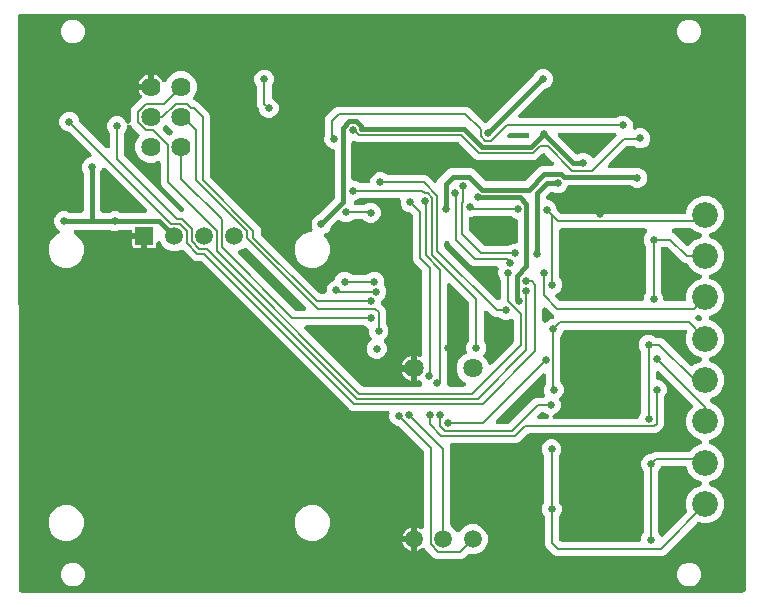
<source format=gbr>
G04 EAGLE Gerber RS-274X export*
G75*
%MOMM*%
%FSLAX34Y34*%
%LPD*%
%INBottom Copper*%
%IPPOS*%
%AMOC8*
5,1,8,0,0,1.08239X$1,22.5*%
G01*
%ADD10C,1.625600*%
%ADD11C,2.184400*%
%ADD12R,1.508000X1.508000*%
%ADD13C,1.508000*%
%ADD14C,1.638300*%
%ADD15C,1.498600*%
%ADD16C,0.654800*%
%ADD17C,0.406400*%
%ADD18C,0.203200*%

G36*
X629718Y-18029D02*
X629718Y-18029D01*
X629736Y-18031D01*
X629918Y-18010D01*
X630101Y-17991D01*
X630118Y-17986D01*
X630135Y-17984D01*
X630310Y-17927D01*
X630486Y-17873D01*
X630501Y-17865D01*
X630518Y-17859D01*
X630678Y-17769D01*
X630840Y-17681D01*
X630853Y-17670D01*
X630869Y-17661D01*
X631008Y-17541D01*
X631149Y-17424D01*
X631160Y-17410D01*
X631174Y-17398D01*
X631286Y-17253D01*
X631401Y-17110D01*
X631409Y-17094D01*
X631420Y-17080D01*
X631502Y-16915D01*
X631587Y-16753D01*
X631592Y-16736D01*
X631600Y-16720D01*
X631647Y-16541D01*
X631698Y-16366D01*
X631700Y-16348D01*
X631704Y-16331D01*
X631731Y-16000D01*
X631731Y469642D01*
X631730Y469660D01*
X631731Y469677D01*
X631710Y469861D01*
X631691Y470043D01*
X631686Y470060D01*
X631684Y470077D01*
X631627Y470252D01*
X631573Y470428D01*
X631565Y470443D01*
X631560Y470460D01*
X631469Y470620D01*
X631381Y470782D01*
X631370Y470795D01*
X631362Y470810D01*
X631241Y470950D01*
X631124Y471091D01*
X631110Y471102D01*
X631099Y471115D01*
X630953Y471228D01*
X630810Y471344D01*
X630795Y471352D01*
X630781Y471362D01*
X630615Y471445D01*
X630453Y471529D01*
X630436Y471534D01*
X630420Y471542D01*
X630242Y471590D01*
X630066Y471640D01*
X630048Y471642D01*
X630032Y471646D01*
X629701Y471674D01*
X17923Y471966D01*
X17903Y471964D01*
X17884Y471966D01*
X17704Y471944D01*
X17522Y471926D01*
X17503Y471920D01*
X17484Y471918D01*
X17312Y471862D01*
X17137Y471808D01*
X17120Y471799D01*
X17101Y471793D01*
X16943Y471703D01*
X16783Y471617D01*
X16768Y471604D01*
X16751Y471594D01*
X16613Y471475D01*
X16474Y471359D01*
X16461Y471344D01*
X16446Y471331D01*
X16335Y471187D01*
X16221Y471045D01*
X16212Y471028D01*
X16200Y471012D01*
X16119Y470849D01*
X16036Y470688D01*
X16030Y470669D01*
X16021Y470651D01*
X15974Y470476D01*
X15924Y470301D01*
X15922Y470282D01*
X15917Y470263D01*
X15891Y469932D01*
X16571Y-16003D01*
X16572Y-16019D01*
X16571Y-16036D01*
X16592Y-16219D01*
X16611Y-16403D01*
X16616Y-16419D01*
X16618Y-16435D01*
X16675Y-16611D01*
X16730Y-16788D01*
X16738Y-16803D01*
X16743Y-16818D01*
X16834Y-16980D01*
X16922Y-17142D01*
X16932Y-17154D01*
X16940Y-17169D01*
X17062Y-17309D01*
X17180Y-17451D01*
X17193Y-17461D01*
X17204Y-17474D01*
X17349Y-17587D01*
X17494Y-17703D01*
X17509Y-17710D01*
X17522Y-17720D01*
X17687Y-17803D01*
X17852Y-17888D01*
X17868Y-17892D01*
X17882Y-17900D01*
X18062Y-17948D01*
X18239Y-17999D01*
X18255Y-18000D01*
X18271Y-18004D01*
X18602Y-18031D01*
X629700Y-18031D01*
X629718Y-18029D01*
G37*
%LPC*%
G36*
X370221Y10402D02*
X370221Y10402D01*
X367980Y11330D01*
X360107Y19203D01*
X360061Y19241D01*
X360020Y19285D01*
X359906Y19369D01*
X359796Y19458D01*
X359743Y19486D01*
X359694Y19522D01*
X359565Y19581D01*
X359440Y19647D01*
X359383Y19664D01*
X359328Y19689D01*
X359190Y19721D01*
X359054Y19762D01*
X358994Y19767D01*
X358936Y19781D01*
X358795Y19785D01*
X358653Y19798D01*
X358593Y19792D01*
X358534Y19794D01*
X358394Y19770D01*
X358253Y19755D01*
X358196Y19737D01*
X358137Y19727D01*
X358004Y19676D01*
X357869Y19633D01*
X357817Y19604D01*
X357761Y19583D01*
X357588Y19478D01*
X357517Y19438D01*
X357500Y19424D01*
X357477Y19410D01*
X356167Y18458D01*
X354760Y17741D01*
X353384Y17294D01*
X353384Y26595D01*
X353382Y26613D01*
X353383Y26631D01*
X353362Y26813D01*
X353344Y26996D01*
X353339Y27013D01*
X353337Y27031D01*
X353330Y27049D01*
X353351Y27119D01*
X353352Y27137D01*
X353357Y27154D01*
X353384Y27485D01*
X353384Y36786D01*
X354760Y36339D01*
X356209Y35600D01*
X356296Y35566D01*
X356378Y35523D01*
X356483Y35493D01*
X356584Y35454D01*
X356676Y35438D01*
X356765Y35412D01*
X356874Y35403D01*
X356980Y35384D01*
X357074Y35387D01*
X357167Y35379D01*
X357274Y35392D01*
X357383Y35394D01*
X357474Y35415D01*
X357566Y35426D01*
X357670Y35460D01*
X357776Y35484D01*
X357861Y35522D01*
X357949Y35551D01*
X358044Y35604D01*
X358143Y35649D01*
X358219Y35703D01*
X358300Y35749D01*
X358382Y35820D01*
X358470Y35883D01*
X358534Y35951D01*
X358605Y36012D01*
X358671Y36098D01*
X358745Y36177D01*
X358794Y36256D01*
X358851Y36330D01*
X358900Y36427D01*
X358957Y36520D01*
X358989Y36607D01*
X359031Y36691D01*
X359059Y36796D01*
X359096Y36897D01*
X359111Y36989D01*
X359135Y37079D01*
X359146Y37213D01*
X359159Y37295D01*
X359157Y37345D01*
X359162Y37410D01*
X359162Y101294D01*
X359160Y101321D01*
X359162Y101348D01*
X359140Y101522D01*
X359122Y101695D01*
X359115Y101720D01*
X359111Y101747D01*
X359056Y101913D01*
X359004Y102080D01*
X358991Y102103D01*
X358983Y102129D01*
X358896Y102280D01*
X358812Y102434D01*
X358795Y102454D01*
X358782Y102478D01*
X358567Y102731D01*
X338848Y122450D01*
X338827Y122467D01*
X338809Y122488D01*
X338671Y122595D01*
X338536Y122705D01*
X338512Y122718D01*
X338491Y122734D01*
X338334Y122812D01*
X338180Y122894D01*
X338155Y122902D01*
X338131Y122914D01*
X337961Y122959D01*
X337794Y123009D01*
X337768Y123011D01*
X337742Y123018D01*
X337411Y123045D01*
X336858Y123045D01*
X333787Y124317D01*
X331437Y126667D01*
X330165Y129738D01*
X330165Y133072D01*
X330209Y133222D01*
X330263Y133402D01*
X330264Y133415D01*
X330268Y133428D01*
X330283Y133617D01*
X330301Y133803D01*
X330300Y133816D01*
X330301Y133830D01*
X330279Y134016D01*
X330260Y134203D01*
X330256Y134216D01*
X330254Y134229D01*
X330196Y134407D01*
X330140Y134588D01*
X330133Y134599D01*
X330129Y134612D01*
X330037Y134776D01*
X329946Y134941D01*
X329938Y134951D01*
X329931Y134963D01*
X329808Y135105D01*
X329687Y135249D01*
X329677Y135257D01*
X329668Y135268D01*
X329520Y135382D01*
X329372Y135500D01*
X329360Y135506D01*
X329350Y135514D01*
X329182Y135598D01*
X329014Y135684D01*
X329001Y135688D01*
X328989Y135694D01*
X328807Y135743D01*
X328627Y135794D01*
X328614Y135795D01*
X328601Y135798D01*
X328270Y135825D01*
X298991Y135825D01*
X296751Y136753D01*
X171248Y262256D01*
X171227Y262273D01*
X171210Y262294D01*
X171072Y262401D01*
X170936Y262511D01*
X170913Y262524D01*
X170892Y262540D01*
X170735Y262618D01*
X170581Y262700D01*
X170555Y262708D01*
X170531Y262720D01*
X170362Y262765D01*
X170195Y262815D01*
X170168Y262817D01*
X170142Y262824D01*
X169812Y262851D01*
X166218Y262851D01*
X163977Y263779D01*
X161977Y265780D01*
X155931Y271826D01*
X155914Y271840D01*
X155899Y271857D01*
X155758Y271967D01*
X155619Y272081D01*
X155600Y272091D01*
X155582Y272105D01*
X155422Y272186D01*
X155264Y272270D01*
X155242Y272276D01*
X155222Y272286D01*
X155049Y272333D01*
X154878Y272384D01*
X154856Y272386D01*
X154834Y272392D01*
X154655Y272405D01*
X154477Y272421D01*
X154455Y272418D01*
X154432Y272420D01*
X154255Y272397D01*
X154077Y272377D01*
X154055Y272371D01*
X154033Y272368D01*
X153717Y272266D01*
X150610Y270979D01*
X145590Y270979D01*
X140951Y272901D01*
X137401Y276451D01*
X136689Y278170D01*
X136687Y278174D01*
X136685Y278178D01*
X136592Y278351D01*
X136498Y278525D01*
X136496Y278528D01*
X136493Y278532D01*
X136369Y278681D01*
X136242Y278835D01*
X136239Y278838D01*
X136236Y278841D01*
X136083Y278964D01*
X135929Y279089D01*
X135925Y279091D01*
X135922Y279094D01*
X135749Y279184D01*
X135573Y279276D01*
X135569Y279277D01*
X135565Y279279D01*
X135376Y279334D01*
X135186Y279389D01*
X135182Y279389D01*
X135178Y279391D01*
X134980Y279407D01*
X134785Y279424D01*
X134781Y279423D01*
X134776Y279424D01*
X134582Y279401D01*
X134385Y279379D01*
X134381Y279377D01*
X134377Y279377D01*
X134191Y279316D01*
X134002Y279255D01*
X133998Y279253D01*
X133994Y279252D01*
X133821Y279154D01*
X133650Y279059D01*
X133647Y279056D01*
X133643Y279054D01*
X133494Y278925D01*
X133345Y278797D01*
X133342Y278794D01*
X133338Y278791D01*
X133218Y278636D01*
X133096Y278480D01*
X133094Y278476D01*
X133092Y278473D01*
X133003Y278295D01*
X132916Y278120D01*
X132914Y278116D01*
X132912Y278112D01*
X132861Y277920D01*
X132809Y277732D01*
X132809Y277728D01*
X132808Y277723D01*
X132781Y277393D01*
X132781Y275725D01*
X132608Y275079D01*
X132273Y274500D01*
X131800Y274027D01*
X131221Y273692D01*
X130575Y273519D01*
X125199Y273519D01*
X125199Y283132D01*
X125197Y283150D01*
X125199Y283167D01*
X125178Y283350D01*
X125159Y283532D01*
X125154Y283549D01*
X125152Y283567D01*
X125095Y283742D01*
X125041Y283917D01*
X125033Y283933D01*
X125027Y283950D01*
X124937Y284110D01*
X124849Y284271D01*
X124838Y284285D01*
X124829Y284301D01*
X124709Y284440D01*
X124592Y284581D01*
X124578Y284592D01*
X124566Y284605D01*
X124421Y284718D01*
X124278Y284833D01*
X124262Y284841D01*
X124248Y284852D01*
X124083Y284934D01*
X124056Y284948D01*
X124001Y285046D01*
X123913Y285208D01*
X123902Y285221D01*
X123893Y285237D01*
X123773Y285376D01*
X123655Y285517D01*
X123642Y285528D01*
X123630Y285542D01*
X123485Y285654D01*
X123342Y285769D01*
X123326Y285777D01*
X123312Y285788D01*
X123147Y285870D01*
X122984Y285955D01*
X122967Y285960D01*
X122951Y285968D01*
X122773Y286015D01*
X122598Y286066D01*
X122580Y286068D01*
X122563Y286072D01*
X122232Y286099D01*
X112619Y286099D01*
X112619Y287052D01*
X112617Y287070D01*
X112619Y287088D01*
X112598Y287270D01*
X112579Y287453D01*
X112574Y287470D01*
X112572Y287487D01*
X112515Y287662D01*
X112461Y287838D01*
X112453Y287853D01*
X112447Y287870D01*
X112357Y288030D01*
X112270Y288192D01*
X112258Y288205D01*
X112249Y288221D01*
X112129Y288360D01*
X112012Y288501D01*
X111998Y288512D01*
X111986Y288526D01*
X111841Y288638D01*
X111698Y288753D01*
X111682Y288761D01*
X111668Y288772D01*
X111504Y288854D01*
X111341Y288939D01*
X111324Y288944D01*
X111308Y288952D01*
X111130Y288999D01*
X110954Y289050D01*
X110936Y289052D01*
X110919Y289056D01*
X110588Y289083D01*
X102072Y289083D01*
X102041Y289080D01*
X102010Y289082D01*
X101840Y289060D01*
X101671Y289043D01*
X101641Y289034D01*
X101610Y289030D01*
X101295Y288929D01*
X99162Y288045D01*
X95838Y288045D01*
X93213Y289133D01*
X93183Y289142D01*
X93155Y289156D01*
X92990Y289200D01*
X92827Y289249D01*
X92796Y289252D01*
X92766Y289260D01*
X92436Y289287D01*
X64955Y289287D01*
X64950Y289287D01*
X64946Y289287D01*
X64752Y289267D01*
X64554Y289247D01*
X64550Y289246D01*
X64545Y289246D01*
X64358Y289187D01*
X64169Y289129D01*
X64165Y289127D01*
X64161Y289126D01*
X63986Y289030D01*
X63815Y288937D01*
X63812Y288935D01*
X63808Y288932D01*
X63655Y288804D01*
X63506Y288680D01*
X63503Y288676D01*
X63500Y288673D01*
X63375Y288517D01*
X63254Y288366D01*
X63252Y288362D01*
X63249Y288358D01*
X63157Y288180D01*
X63068Y288009D01*
X63067Y288004D01*
X63065Y288000D01*
X63010Y287806D01*
X62957Y287622D01*
X62956Y287617D01*
X62955Y287613D01*
X62940Y287413D01*
X62924Y287220D01*
X62924Y287216D01*
X62924Y287212D01*
X62948Y287016D01*
X62971Y286821D01*
X62972Y286816D01*
X62973Y286812D01*
X63034Y286627D01*
X63096Y286438D01*
X63098Y286434D01*
X63099Y286430D01*
X63196Y286261D01*
X63294Y286087D01*
X63297Y286084D01*
X63299Y286080D01*
X63427Y285932D01*
X63557Y285783D01*
X63560Y285780D01*
X63563Y285776D01*
X63720Y285656D01*
X63875Y285536D01*
X63879Y285534D01*
X63882Y285531D01*
X64178Y285379D01*
X65203Y284955D01*
X69445Y280713D01*
X71741Y275170D01*
X71741Y269170D01*
X69445Y263627D01*
X65203Y259385D01*
X59660Y257089D01*
X53660Y257089D01*
X48117Y259385D01*
X43875Y263627D01*
X41579Y269170D01*
X41579Y275170D01*
X43875Y280713D01*
X48117Y284955D01*
X49728Y285622D01*
X49735Y285626D01*
X49744Y285629D01*
X49913Y285721D01*
X50083Y285812D01*
X50089Y285818D01*
X50097Y285822D01*
X50244Y285945D01*
X50393Y286068D01*
X50399Y286075D01*
X50405Y286081D01*
X50525Y286231D01*
X50647Y286381D01*
X50651Y286389D01*
X50656Y286396D01*
X50744Y286567D01*
X50834Y286738D01*
X50836Y286746D01*
X50840Y286754D01*
X50892Y286938D01*
X50947Y287124D01*
X50948Y287133D01*
X50950Y287141D01*
X50965Y287333D01*
X50981Y287525D01*
X50980Y287534D01*
X50981Y287543D01*
X50958Y287734D01*
X50936Y287925D01*
X50934Y287934D01*
X50932Y287942D01*
X50872Y288126D01*
X50813Y288308D01*
X50809Y288316D01*
X50806Y288325D01*
X50710Y288492D01*
X50617Y288660D01*
X50611Y288667D01*
X50607Y288674D01*
X50480Y288819D01*
X50355Y288966D01*
X50348Y288971D01*
X50342Y288978D01*
X50189Y289095D01*
X50038Y289214D01*
X50030Y289218D01*
X50023Y289223D01*
X49896Y289289D01*
X47517Y291667D01*
X46245Y294738D01*
X46245Y298062D01*
X47517Y301133D01*
X49867Y303483D01*
X52938Y304755D01*
X56262Y304755D01*
X58887Y303667D01*
X58917Y303658D01*
X58945Y303644D01*
X59110Y303600D01*
X59273Y303551D01*
X59304Y303548D01*
X59334Y303540D01*
X59664Y303513D01*
X69156Y303513D01*
X69174Y303515D01*
X69192Y303513D01*
X69374Y303534D01*
X69557Y303553D01*
X69574Y303558D01*
X69591Y303560D01*
X69766Y303617D01*
X69942Y303671D01*
X69957Y303679D01*
X69974Y303685D01*
X70134Y303775D01*
X70296Y303863D01*
X70309Y303874D01*
X70325Y303883D01*
X70464Y304003D01*
X70605Y304120D01*
X70616Y304134D01*
X70630Y304146D01*
X70742Y304291D01*
X70857Y304434D01*
X70865Y304450D01*
X70876Y304464D01*
X70958Y304629D01*
X71043Y304791D01*
X71048Y304808D01*
X71056Y304824D01*
X71103Y305003D01*
X71154Y305178D01*
X71156Y305196D01*
X71160Y305213D01*
X71187Y305544D01*
X71187Y336936D01*
X71184Y336967D01*
X71186Y336998D01*
X71164Y337167D01*
X71147Y337336D01*
X71138Y337366D01*
X71134Y337397D01*
X71033Y337713D01*
X69945Y340338D01*
X69945Y343662D01*
X71217Y346733D01*
X73567Y349083D01*
X75258Y349783D01*
X76789Y350417D01*
X76800Y350423D01*
X76813Y350428D01*
X76978Y350519D01*
X77144Y350607D01*
X77154Y350616D01*
X77166Y350622D01*
X77308Y350743D01*
X77454Y350864D01*
X77463Y350874D01*
X77473Y350883D01*
X77589Y351031D01*
X77708Y351176D01*
X77714Y351188D01*
X77722Y351199D01*
X77808Y351367D01*
X77895Y351533D01*
X77899Y351546D01*
X77905Y351558D01*
X77955Y351740D01*
X78008Y351919D01*
X78009Y351933D01*
X78013Y351946D01*
X78027Y352134D01*
X78043Y352320D01*
X78041Y352334D01*
X78042Y352347D01*
X78018Y352535D01*
X77997Y352721D01*
X77993Y352733D01*
X77992Y352747D01*
X77932Y352926D01*
X77874Y353104D01*
X77868Y353116D01*
X77863Y353128D01*
X77769Y353292D01*
X77678Y353455D01*
X77669Y353465D01*
X77663Y353477D01*
X77448Y353730D01*
X59428Y371750D01*
X59407Y371767D01*
X59389Y371788D01*
X59251Y371895D01*
X59116Y372005D01*
X59092Y372018D01*
X59071Y372034D01*
X58914Y372112D01*
X58760Y372194D01*
X58735Y372202D01*
X58711Y372214D01*
X58541Y372259D01*
X58374Y372309D01*
X58348Y372311D01*
X58322Y372318D01*
X57991Y372345D01*
X57438Y372345D01*
X54367Y373617D01*
X52017Y375967D01*
X50745Y379038D01*
X50745Y382362D01*
X52017Y385433D01*
X54367Y387783D01*
X57438Y389055D01*
X60762Y389055D01*
X63833Y387783D01*
X66183Y385433D01*
X67455Y382362D01*
X67455Y381809D01*
X67457Y381782D01*
X67455Y381755D01*
X67477Y381582D01*
X67495Y381408D01*
X67502Y381383D01*
X67506Y381356D01*
X67561Y381190D01*
X67613Y381023D01*
X67626Y381000D01*
X67634Y380974D01*
X67721Y380823D01*
X67805Y380669D01*
X67822Y380649D01*
X67835Y380625D01*
X68050Y380372D01*
X90036Y358386D01*
X90043Y358381D01*
X90048Y358374D01*
X90198Y358254D01*
X90347Y358131D01*
X90355Y358127D01*
X90362Y358122D01*
X90533Y358033D01*
X90703Y357943D01*
X90711Y357940D01*
X90719Y357936D01*
X90905Y357883D01*
X91089Y357828D01*
X91098Y357827D01*
X91106Y357825D01*
X91298Y357809D01*
X91490Y357791D01*
X91499Y357792D01*
X91508Y357792D01*
X91697Y357814D01*
X91890Y357835D01*
X91899Y357838D01*
X91907Y357839D01*
X92089Y357898D01*
X92274Y357956D01*
X92282Y357961D01*
X92290Y357963D01*
X92459Y358059D01*
X92626Y358151D01*
X92633Y358157D01*
X92641Y358161D01*
X92787Y358287D01*
X92933Y358412D01*
X92939Y358419D01*
X92946Y358425D01*
X93063Y358576D01*
X93183Y358728D01*
X93187Y358736D01*
X93192Y358743D01*
X93278Y358915D01*
X93365Y359087D01*
X93368Y359095D01*
X93372Y359103D01*
X93422Y359290D01*
X93473Y359474D01*
X93474Y359483D01*
X93476Y359492D01*
X93503Y359823D01*
X93503Y370240D01*
X93501Y370267D01*
X93503Y370293D01*
X93481Y370467D01*
X93463Y370641D01*
X93456Y370666D01*
X93452Y370693D01*
X93397Y370858D01*
X93345Y371025D01*
X93332Y371049D01*
X93324Y371074D01*
X93237Y371226D01*
X93153Y371380D01*
X93136Y371400D01*
X93123Y371423D01*
X92908Y371676D01*
X92517Y372067D01*
X91245Y375138D01*
X91245Y378462D01*
X92517Y381533D01*
X94867Y383883D01*
X97938Y385155D01*
X101262Y385155D01*
X104333Y383883D01*
X106683Y381533D01*
X107219Y380237D01*
X107221Y380233D01*
X107223Y380229D01*
X107319Y380052D01*
X107410Y379882D01*
X107412Y379879D01*
X107415Y379875D01*
X107541Y379723D01*
X107666Y379572D01*
X107669Y379569D01*
X107672Y379566D01*
X107825Y379443D01*
X107979Y379318D01*
X107983Y379316D01*
X107986Y379313D01*
X108159Y379223D01*
X108335Y379131D01*
X108339Y379130D01*
X108343Y379128D01*
X108531Y379074D01*
X108722Y379018D01*
X108726Y379018D01*
X108730Y379016D01*
X108928Y379000D01*
X109123Y378983D01*
X109127Y378984D01*
X109132Y378984D01*
X109326Y379006D01*
X109523Y379029D01*
X109527Y379030D01*
X109531Y379030D01*
X109717Y379091D01*
X109906Y379152D01*
X109910Y379154D01*
X109914Y379155D01*
X110086Y379252D01*
X110258Y379348D01*
X110261Y379351D01*
X110265Y379353D01*
X110413Y379481D01*
X110563Y379610D01*
X110566Y379613D01*
X110570Y379616D01*
X110690Y379771D01*
X110812Y379927D01*
X110814Y379931D01*
X110816Y379934D01*
X110904Y380111D01*
X110992Y380287D01*
X110994Y380291D01*
X110996Y380295D01*
X111047Y380486D01*
X111099Y380675D01*
X111099Y380679D01*
X111100Y380684D01*
X111127Y381014D01*
X111127Y390442D01*
X112055Y392683D01*
X118316Y398944D01*
X118317Y398944D01*
X119945Y400572D01*
X119983Y400618D01*
X120027Y400659D01*
X120110Y400774D01*
X120200Y400883D01*
X120228Y400937D01*
X120263Y400985D01*
X120322Y401114D01*
X120388Y401239D01*
X120405Y401297D01*
X120430Y401351D01*
X120463Y401489D01*
X120503Y401625D01*
X120509Y401685D01*
X120522Y401743D01*
X120527Y401885D01*
X120539Y402026D01*
X120533Y402086D01*
X120535Y402146D01*
X120511Y402285D01*
X120496Y402426D01*
X120478Y402484D01*
X120468Y402543D01*
X120417Y402675D01*
X120375Y402810D01*
X120346Y402863D01*
X120324Y402919D01*
X120219Y403091D01*
X120180Y403163D01*
X120166Y403179D01*
X120152Y403202D01*
X119275Y404408D01*
X118513Y405905D01*
X117994Y407502D01*
X117955Y407751D01*
X128182Y407751D01*
X128200Y407752D01*
X128217Y407751D01*
X128400Y407772D01*
X128582Y407791D01*
X128599Y407796D01*
X128617Y407798D01*
X128792Y407855D01*
X128967Y407909D01*
X128983Y407917D01*
X129000Y407923D01*
X129160Y408013D01*
X129321Y408100D01*
X129335Y408112D01*
X129351Y408121D01*
X129490Y408241D01*
X129631Y408358D01*
X129642Y408372D01*
X129655Y408384D01*
X129768Y408529D01*
X129799Y408567D01*
X129926Y408677D01*
X130067Y408795D01*
X130078Y408808D01*
X130092Y408820D01*
X130204Y408965D01*
X130319Y409108D01*
X130327Y409124D01*
X130338Y409138D01*
X130420Y409303D01*
X130505Y409466D01*
X130510Y409483D01*
X130518Y409499D01*
X130565Y409677D01*
X130616Y409852D01*
X130618Y409870D01*
X130622Y409887D01*
X130649Y410218D01*
X130649Y420445D01*
X130898Y420406D01*
X132495Y419887D01*
X133992Y419125D01*
X135350Y418138D01*
X136538Y416950D01*
X137525Y415592D01*
X137893Y414869D01*
X137964Y414759D01*
X138027Y414644D01*
X138072Y414589D01*
X138111Y414530D01*
X138201Y414436D01*
X138286Y414336D01*
X138341Y414292D01*
X138391Y414240D01*
X138498Y414166D01*
X138600Y414085D01*
X138664Y414052D01*
X138722Y414012D01*
X138842Y413960D01*
X138959Y413901D01*
X139027Y413882D01*
X139092Y413854D01*
X139220Y413827D01*
X139346Y413791D01*
X139417Y413786D01*
X139486Y413771D01*
X139617Y413770D01*
X139747Y413760D01*
X139818Y413769D01*
X139889Y413768D01*
X140017Y413793D01*
X140147Y413809D01*
X140214Y413831D01*
X140284Y413844D01*
X140405Y413894D01*
X140529Y413935D01*
X140591Y413970D01*
X140657Y413997D01*
X140765Y414070D01*
X140879Y414135D01*
X140933Y414181D01*
X140992Y414221D01*
X141084Y414313D01*
X141183Y414399D01*
X141226Y414455D01*
X141276Y414506D01*
X141348Y414615D01*
X141428Y414718D01*
X141465Y414791D01*
X141499Y414841D01*
X141527Y414912D01*
X141580Y415013D01*
X142602Y417482D01*
X146318Y421198D01*
X151173Y423209D01*
X156427Y423209D01*
X161282Y421198D01*
X164998Y417482D01*
X167009Y412627D01*
X167009Y407373D01*
X164998Y402518D01*
X164444Y401964D01*
X164439Y401957D01*
X164432Y401952D01*
X164312Y401803D01*
X164189Y401653D01*
X164185Y401645D01*
X164179Y401638D01*
X164092Y401469D01*
X164001Y401297D01*
X163998Y401288D01*
X163994Y401281D01*
X163941Y401097D01*
X163886Y400911D01*
X163885Y400902D01*
X163882Y400894D01*
X163867Y400702D01*
X163849Y400510D01*
X163850Y400501D01*
X163850Y400492D01*
X163872Y400303D01*
X163893Y400110D01*
X163895Y400101D01*
X163897Y400093D01*
X163956Y399910D01*
X164014Y399726D01*
X164019Y399718D01*
X164021Y399710D01*
X164116Y399541D01*
X164209Y399374D01*
X164215Y399367D01*
X164219Y399359D01*
X164346Y399213D01*
X164470Y399067D01*
X164477Y399061D01*
X164482Y399054D01*
X164635Y398936D01*
X164785Y398817D01*
X164793Y398813D01*
X164801Y398808D01*
X164974Y398721D01*
X165144Y398635D01*
X165153Y398632D01*
X165161Y398628D01*
X165349Y398578D01*
X165532Y398527D01*
X165541Y398526D01*
X165543Y398526D01*
X167854Y397569D01*
X177369Y388054D01*
X178297Y385813D01*
X178297Y334567D01*
X178299Y334540D01*
X178297Y334513D01*
X178319Y334340D01*
X178337Y334166D01*
X178344Y334141D01*
X178348Y334114D01*
X178403Y333948D01*
X178455Y333781D01*
X178468Y333758D01*
X178476Y333732D01*
X178563Y333581D01*
X178647Y333427D01*
X178664Y333407D01*
X178677Y333383D01*
X178892Y333130D01*
X220269Y291754D01*
X221197Y289513D01*
X221197Y285667D01*
X221199Y285640D01*
X221197Y285613D01*
X221219Y285440D01*
X221237Y285266D01*
X221244Y285241D01*
X221248Y285214D01*
X221303Y285048D01*
X221355Y284881D01*
X221368Y284858D01*
X221376Y284832D01*
X221463Y284681D01*
X221547Y284527D01*
X221564Y284507D01*
X221577Y284483D01*
X221792Y284230D01*
X270430Y235592D01*
X270451Y235575D01*
X270469Y235554D01*
X270607Y235447D01*
X270742Y235337D01*
X270766Y235324D01*
X270787Y235308D01*
X270944Y235230D01*
X271098Y235148D01*
X271123Y235140D01*
X271147Y235128D01*
X271317Y235083D01*
X271484Y235033D01*
X271510Y235031D01*
X271536Y235024D01*
X271867Y234997D01*
X274914Y234997D01*
X274932Y234999D01*
X274950Y234997D01*
X275132Y235018D01*
X275315Y235037D01*
X275332Y235042D01*
X275349Y235044D01*
X275524Y235101D01*
X275700Y235155D01*
X275715Y235163D01*
X275732Y235169D01*
X275892Y235259D01*
X276054Y235347D01*
X276067Y235358D01*
X276083Y235367D01*
X276222Y235487D01*
X276363Y235604D01*
X276374Y235618D01*
X276388Y235630D01*
X276500Y235775D01*
X276615Y235918D01*
X276623Y235934D01*
X276634Y235948D01*
X276716Y236113D01*
X276801Y236275D01*
X276806Y236292D01*
X276814Y236308D01*
X276861Y236487D01*
X276912Y236662D01*
X276914Y236680D01*
X276918Y236697D01*
X276945Y237028D01*
X276945Y239562D01*
X278217Y242633D01*
X280567Y244983D01*
X282857Y245931D01*
X282881Y245944D01*
X282906Y245952D01*
X283058Y246039D01*
X283212Y246121D01*
X283233Y246138D01*
X283256Y246152D01*
X283388Y246267D01*
X283523Y246378D01*
X283539Y246399D01*
X283560Y246416D01*
X283666Y246555D01*
X283776Y246691D01*
X283789Y246714D01*
X283805Y246735D01*
X283957Y247031D01*
X285117Y249833D01*
X287467Y252183D01*
X290538Y253455D01*
X293862Y253455D01*
X296933Y252183D01*
X297324Y251792D01*
X297344Y251775D01*
X297362Y251754D01*
X297500Y251647D01*
X297635Y251537D01*
X297659Y251524D01*
X297680Y251508D01*
X297837Y251430D01*
X297991Y251348D01*
X298016Y251340D01*
X298041Y251328D01*
X298210Y251283D01*
X298377Y251233D01*
X298403Y251231D01*
X298429Y251224D01*
X298760Y251197D01*
X310840Y251197D01*
X310867Y251199D01*
X310893Y251197D01*
X311067Y251219D01*
X311241Y251237D01*
X311266Y251244D01*
X311293Y251248D01*
X311458Y251303D01*
X311625Y251355D01*
X311649Y251368D01*
X311674Y251376D01*
X311826Y251463D01*
X311980Y251547D01*
X312000Y251564D01*
X312023Y251577D01*
X312276Y251792D01*
X312667Y252183D01*
X315738Y253455D01*
X319062Y253455D01*
X322133Y252183D01*
X324483Y249833D01*
X325755Y246762D01*
X325755Y243416D01*
X325724Y243306D01*
X325672Y243135D01*
X325670Y243113D01*
X325664Y243091D01*
X325651Y242911D01*
X325634Y242734D01*
X325636Y242712D01*
X325635Y242689D01*
X325657Y242511D01*
X325676Y242333D01*
X325682Y242312D01*
X325685Y242290D01*
X325742Y242120D01*
X325796Y241949D01*
X325806Y241929D01*
X325813Y241908D01*
X325903Y241753D01*
X325989Y241596D01*
X326003Y241579D01*
X326014Y241559D01*
X326229Y241306D01*
X326283Y241253D01*
X327555Y238182D01*
X327555Y234858D01*
X326283Y231787D01*
X323950Y229454D01*
X323933Y229434D01*
X323912Y229416D01*
X323805Y229278D01*
X323695Y229143D01*
X323682Y229119D01*
X323666Y229098D01*
X323588Y228941D01*
X323506Y228787D01*
X323498Y228762D01*
X323486Y228737D01*
X323441Y228568D01*
X323391Y228401D01*
X323389Y228375D01*
X323382Y228349D01*
X323355Y228018D01*
X323355Y227235D01*
X323351Y227227D01*
X323303Y227055D01*
X323251Y226883D01*
X323249Y226861D01*
X323243Y226840D01*
X323230Y226660D01*
X323213Y226483D01*
X323215Y226461D01*
X323213Y226438D01*
X323236Y226259D01*
X323254Y226082D01*
X323261Y226061D01*
X323264Y226039D01*
X323321Y225869D01*
X323374Y225698D01*
X323385Y225678D01*
X323392Y225657D01*
X323482Y225502D01*
X323567Y225345D01*
X323582Y225328D01*
X323593Y225308D01*
X323808Y225055D01*
X326141Y222722D01*
X327069Y220481D01*
X327069Y209988D01*
X327071Y209961D01*
X327069Y209935D01*
X327091Y209761D01*
X327109Y209587D01*
X327116Y209562D01*
X327120Y209535D01*
X327175Y209370D01*
X327227Y209203D01*
X327240Y209179D01*
X327248Y209154D01*
X327335Y209002D01*
X327419Y208848D01*
X327436Y208828D01*
X327449Y208805D01*
X327664Y208552D01*
X328083Y208133D01*
X329355Y205062D01*
X329355Y201738D01*
X328083Y198667D01*
X325927Y196511D01*
X325915Y196498D01*
X325902Y196486D01*
X325788Y196342D01*
X325672Y196200D01*
X325663Y196184D01*
X325652Y196170D01*
X325569Y196006D01*
X325483Y195844D01*
X325478Y195827D01*
X325470Y195811D01*
X325420Y195633D01*
X325368Y195458D01*
X325367Y195440D01*
X325362Y195423D01*
X325348Y195240D01*
X325332Y195057D01*
X325334Y195039D01*
X325332Y195022D01*
X325355Y194840D01*
X325375Y194657D01*
X325381Y194640D01*
X325383Y194622D01*
X325441Y194449D01*
X325497Y194273D01*
X325505Y194257D01*
X325511Y194241D01*
X325603Y194081D01*
X325692Y193921D01*
X325703Y193907D01*
X325712Y193892D01*
X325927Y193639D01*
X326583Y192983D01*
X327855Y189912D01*
X327855Y186588D01*
X326583Y183517D01*
X324233Y181167D01*
X321162Y179895D01*
X317838Y179895D01*
X314767Y181167D01*
X312417Y183517D01*
X311145Y186588D01*
X311145Y189912D01*
X312417Y192983D01*
X314573Y195139D01*
X314585Y195153D01*
X314598Y195164D01*
X314712Y195308D01*
X314828Y195450D01*
X314837Y195466D01*
X314848Y195480D01*
X314931Y195644D01*
X315017Y195806D01*
X315022Y195823D01*
X315030Y195839D01*
X315079Y196015D01*
X315132Y196192D01*
X315133Y196210D01*
X315138Y196227D01*
X315152Y196410D01*
X315168Y196593D01*
X315166Y196611D01*
X315168Y196628D01*
X315145Y196810D01*
X315125Y196993D01*
X315119Y197010D01*
X315117Y197028D01*
X315059Y197201D01*
X315003Y197377D01*
X314995Y197393D01*
X314989Y197409D01*
X314897Y197569D01*
X314808Y197729D01*
X314797Y197743D01*
X314788Y197758D01*
X314573Y198011D01*
X313917Y198667D01*
X312645Y201738D01*
X312645Y204626D01*
X312643Y204649D01*
X312645Y204671D01*
X312623Y204848D01*
X312605Y205027D01*
X312599Y205048D01*
X312596Y205071D01*
X312540Y205240D01*
X312487Y205412D01*
X312477Y205432D01*
X312470Y205453D01*
X312381Y205608D01*
X312295Y205766D01*
X312281Y205783D01*
X312270Y205803D01*
X312152Y205938D01*
X312038Y206075D01*
X312020Y206089D01*
X312006Y206106D01*
X311864Y206215D01*
X311724Y206328D01*
X311704Y206338D01*
X311686Y206352D01*
X311391Y206503D01*
X309667Y207217D01*
X309276Y207608D01*
X309256Y207625D01*
X309238Y207646D01*
X309100Y207753D01*
X308965Y207863D01*
X308941Y207876D01*
X308920Y207892D01*
X308763Y207970D01*
X308609Y208052D01*
X308584Y208060D01*
X308559Y208072D01*
X308390Y208117D01*
X308223Y208167D01*
X308197Y208169D01*
X308171Y208176D01*
X307840Y208203D01*
X260123Y208203D01*
X260114Y208202D01*
X260105Y208203D01*
X259912Y208182D01*
X259722Y208163D01*
X259714Y208161D01*
X259705Y208160D01*
X259520Y208101D01*
X259337Y208045D01*
X259329Y208041D01*
X259321Y208038D01*
X259152Y207945D01*
X258983Y207853D01*
X258976Y207848D01*
X258968Y207843D01*
X258821Y207719D01*
X258674Y207596D01*
X258668Y207589D01*
X258661Y207583D01*
X258542Y207431D01*
X258422Y207282D01*
X258417Y207274D01*
X258412Y207267D01*
X258324Y207094D01*
X258236Y206925D01*
X258234Y206916D01*
X258229Y206908D01*
X258178Y206722D01*
X258125Y206538D01*
X258124Y206529D01*
X258121Y206520D01*
X258107Y206327D01*
X258092Y206136D01*
X258093Y206128D01*
X258092Y206119D01*
X258116Y205926D01*
X258139Y205737D01*
X258141Y205728D01*
X258143Y205719D01*
X258204Y205537D01*
X258263Y205354D01*
X258268Y205346D01*
X258271Y205338D01*
X258367Y205171D01*
X258461Y205003D01*
X258467Y204996D01*
X258472Y204989D01*
X258686Y204736D01*
X306452Y156970D01*
X306473Y156953D01*
X306491Y156932D01*
X306629Y156825D01*
X306764Y156715D01*
X306788Y156702D01*
X306809Y156686D01*
X306966Y156608D01*
X307120Y156526D01*
X307145Y156518D01*
X307169Y156506D01*
X307339Y156461D01*
X307506Y156411D01*
X307532Y156409D01*
X307558Y156402D01*
X307889Y156375D01*
X356126Y156375D01*
X356135Y156376D01*
X356144Y156375D01*
X356336Y156396D01*
X356527Y156415D01*
X356535Y156417D01*
X356544Y156418D01*
X356727Y156476D01*
X356912Y156533D01*
X356919Y156537D01*
X356928Y156540D01*
X357097Y156633D01*
X357266Y156725D01*
X357272Y156730D01*
X357280Y156735D01*
X357428Y156860D01*
X357575Y156982D01*
X357580Y156989D01*
X357587Y156995D01*
X357707Y157147D01*
X357827Y157296D01*
X357831Y157304D01*
X357837Y157311D01*
X357925Y157484D01*
X358013Y157653D01*
X358015Y157662D01*
X358019Y157670D01*
X358071Y157855D01*
X358124Y158040D01*
X358125Y158049D01*
X358127Y158058D01*
X358141Y158250D01*
X358157Y158442D01*
X358156Y158450D01*
X358157Y158459D01*
X358132Y158651D01*
X358110Y158841D01*
X358107Y158850D01*
X358106Y158859D01*
X358045Y159041D01*
X357985Y159224D01*
X357981Y159232D01*
X357978Y159240D01*
X357882Y159408D01*
X357787Y159575D01*
X357781Y159582D01*
X357777Y159589D01*
X357562Y159842D01*
X357037Y160367D01*
X356967Y160536D01*
X356901Y160659D01*
X356843Y160786D01*
X356806Y160836D01*
X356777Y160891D01*
X356688Y160998D01*
X356606Y161111D01*
X356560Y161153D01*
X356521Y161201D01*
X356412Y161289D01*
X356309Y161384D01*
X356256Y161416D01*
X356208Y161455D01*
X356084Y161520D01*
X355965Y161592D01*
X355907Y161613D01*
X355852Y161642D01*
X355717Y161681D01*
X355586Y161729D01*
X355525Y161738D01*
X355465Y161755D01*
X355326Y161767D01*
X355188Y161788D01*
X355126Y161784D01*
X355064Y161790D01*
X354925Y161774D01*
X354786Y161767D01*
X354717Y161751D01*
X354664Y161745D01*
X354587Y161720D01*
X354463Y161691D01*
X353638Y161422D01*
X353638Y171121D01*
X353636Y171139D01*
X353637Y171157D01*
X353616Y171339D01*
X353598Y171522D01*
X353593Y171539D01*
X353591Y171557D01*
X353534Y171731D01*
X353509Y171811D01*
X353554Y171977D01*
X353605Y172153D01*
X353606Y172171D01*
X353611Y172188D01*
X353638Y172519D01*
X353638Y182218D01*
X355028Y181766D01*
X355128Y181715D01*
X355215Y181681D01*
X355297Y181638D01*
X355402Y181608D01*
X355503Y181569D01*
X355595Y181553D01*
X355684Y181527D01*
X355793Y181518D01*
X355899Y181499D01*
X355993Y181501D01*
X356086Y181494D01*
X356193Y181507D01*
X356302Y181509D01*
X356393Y181530D01*
X356485Y181541D01*
X356589Y181574D01*
X356694Y181598D01*
X356780Y181637D01*
X356868Y181666D01*
X356963Y181719D01*
X357062Y181763D01*
X357137Y181818D01*
X357219Y181864D01*
X357301Y181934D01*
X357389Y181998D01*
X357453Y182066D01*
X357524Y182127D01*
X357590Y182212D01*
X357664Y182292D01*
X357713Y182371D01*
X357770Y182445D01*
X357819Y182542D01*
X357876Y182634D01*
X357908Y182722D01*
X357950Y182805D01*
X357978Y182910D01*
X358015Y183012D01*
X358030Y183104D01*
X358054Y183194D01*
X358065Y183328D01*
X358078Y183410D01*
X358076Y183459D01*
X358081Y183525D01*
X358081Y253761D01*
X358079Y253787D01*
X358081Y253814D01*
X358059Y253988D01*
X358041Y254161D01*
X358034Y254187D01*
X358030Y254213D01*
X357975Y254379D01*
X357923Y254546D01*
X357910Y254570D01*
X357902Y254595D01*
X357815Y254747D01*
X357731Y254900D01*
X357714Y254921D01*
X357701Y254944D01*
X357486Y255197D01*
X351031Y261652D01*
X350103Y263892D01*
X350103Y300583D01*
X350101Y300610D01*
X350103Y300637D01*
X350081Y300810D01*
X350063Y300984D01*
X350056Y301009D01*
X350052Y301036D01*
X349997Y301202D01*
X349945Y301369D01*
X349932Y301392D01*
X349924Y301418D01*
X349837Y301569D01*
X349753Y301723D01*
X349736Y301743D01*
X349723Y301767D01*
X349508Y302020D01*
X348278Y303250D01*
X348257Y303267D01*
X348239Y303288D01*
X348101Y303395D01*
X347966Y303505D01*
X347942Y303518D01*
X347921Y303534D01*
X347764Y303612D01*
X347610Y303694D01*
X347585Y303702D01*
X347561Y303714D01*
X347391Y303759D01*
X347224Y303809D01*
X347198Y303811D01*
X347172Y303818D01*
X346841Y303845D01*
X346288Y303845D01*
X343217Y305117D01*
X340867Y307467D01*
X339595Y310538D01*
X339595Y314072D01*
X339593Y314090D01*
X339595Y314108D01*
X339574Y314290D01*
X339555Y314473D01*
X339550Y314490D01*
X339548Y314507D01*
X339491Y314682D01*
X339437Y314858D01*
X339429Y314873D01*
X339423Y314890D01*
X339333Y315050D01*
X339245Y315212D01*
X339234Y315225D01*
X339225Y315241D01*
X339105Y315380D01*
X338988Y315521D01*
X338974Y315532D01*
X338962Y315546D01*
X338817Y315658D01*
X338674Y315773D01*
X338658Y315781D01*
X338644Y315792D01*
X338479Y315874D01*
X338317Y315959D01*
X338300Y315964D01*
X338284Y315972D01*
X338105Y316019D01*
X337930Y316070D01*
X337912Y316072D01*
X337895Y316076D01*
X337564Y316103D01*
X305960Y316103D01*
X305933Y316101D01*
X305907Y316103D01*
X305733Y316081D01*
X305559Y316063D01*
X305534Y316056D01*
X305507Y316052D01*
X305342Y315997D01*
X305175Y315945D01*
X305151Y315932D01*
X305126Y315924D01*
X304974Y315837D01*
X304820Y315753D01*
X304800Y315736D01*
X304777Y315723D01*
X304524Y315508D01*
X304133Y315117D01*
X301205Y313905D01*
X301201Y313903D01*
X301197Y313901D01*
X301024Y313808D01*
X300850Y313714D01*
X300847Y313712D01*
X300843Y313709D01*
X300694Y313585D01*
X300540Y313458D01*
X300537Y313455D01*
X300534Y313452D01*
X300411Y313299D01*
X300286Y313145D01*
X300284Y313141D01*
X300281Y313138D01*
X300190Y312962D01*
X300099Y312789D01*
X300098Y312785D01*
X300096Y312781D01*
X300041Y312591D01*
X299986Y312402D01*
X299986Y312398D01*
X299984Y312394D01*
X299968Y312196D01*
X299951Y312001D01*
X299952Y311997D01*
X299952Y311992D01*
X299975Y311795D01*
X299997Y311601D01*
X299998Y311597D01*
X299998Y311593D01*
X300060Y311404D01*
X300120Y311218D01*
X300122Y311214D01*
X300123Y311210D01*
X300221Y311037D01*
X300316Y310866D01*
X300319Y310863D01*
X300321Y310859D01*
X300450Y310710D01*
X300578Y310561D01*
X300581Y310558D01*
X300584Y310554D01*
X300737Y310436D01*
X300895Y310312D01*
X300899Y310310D01*
X300902Y310308D01*
X301077Y310221D01*
X301255Y310132D01*
X301259Y310130D01*
X301263Y310128D01*
X301456Y310077D01*
X301643Y310025D01*
X301647Y310025D01*
X301652Y310024D01*
X301982Y309997D01*
X308140Y309997D01*
X308167Y309999D01*
X308193Y309997D01*
X308367Y310019D01*
X308541Y310037D01*
X308566Y310044D01*
X308593Y310048D01*
X308758Y310103D01*
X308925Y310155D01*
X308949Y310168D01*
X308974Y310176D01*
X309126Y310263D01*
X309280Y310347D01*
X309300Y310364D01*
X309323Y310377D01*
X309576Y310592D01*
X309667Y310683D01*
X312738Y311955D01*
X316062Y311955D01*
X319133Y310683D01*
X321483Y308333D01*
X322755Y305262D01*
X322755Y301938D01*
X321483Y298867D01*
X319133Y296517D01*
X316062Y295245D01*
X312738Y295245D01*
X309667Y296517D01*
X308976Y297208D01*
X308956Y297225D01*
X308938Y297246D01*
X308800Y297353D01*
X308665Y297463D01*
X308641Y297476D01*
X308620Y297492D01*
X308463Y297570D01*
X308309Y297652D01*
X308284Y297660D01*
X308259Y297672D01*
X308090Y297717D01*
X307923Y297767D01*
X307897Y297769D01*
X307871Y297776D01*
X307540Y297803D01*
X299960Y297803D01*
X299933Y297801D01*
X299907Y297803D01*
X299733Y297781D01*
X299559Y297763D01*
X299534Y297756D01*
X299507Y297752D01*
X299342Y297697D01*
X299175Y297645D01*
X299151Y297632D01*
X299126Y297624D01*
X298974Y297537D01*
X298820Y297453D01*
X298800Y297436D01*
X298777Y297423D01*
X298524Y297208D01*
X298133Y296817D01*
X295062Y295545D01*
X291738Y295545D01*
X288667Y296817D01*
X288500Y296984D01*
X288486Y296996D01*
X288475Y297009D01*
X288331Y297123D01*
X288189Y297240D01*
X288173Y297248D01*
X288159Y297259D01*
X287996Y297342D01*
X287833Y297428D01*
X287816Y297433D01*
X287800Y297441D01*
X287623Y297491D01*
X287447Y297543D01*
X287429Y297545D01*
X287412Y297549D01*
X287228Y297563D01*
X287046Y297579D01*
X287028Y297577D01*
X287010Y297579D01*
X286828Y297556D01*
X286646Y297536D01*
X286629Y297531D01*
X286611Y297528D01*
X286436Y297470D01*
X286262Y297415D01*
X286246Y297406D01*
X286229Y297400D01*
X286070Y297309D01*
X285910Y297220D01*
X285896Y297208D01*
X285880Y297199D01*
X285627Y296985D01*
X281407Y292764D01*
X281387Y292740D01*
X281363Y292719D01*
X281260Y292584D01*
X281152Y292452D01*
X281137Y292424D01*
X281118Y292400D01*
X280966Y292105D01*
X279667Y288967D01*
X277317Y286617D01*
X276239Y286171D01*
X276227Y286164D01*
X276214Y286160D01*
X276050Y286069D01*
X275884Y285981D01*
X275873Y285972D01*
X275862Y285965D01*
X275718Y285844D01*
X275573Y285724D01*
X275565Y285714D01*
X275555Y285705D01*
X275438Y285557D01*
X275320Y285411D01*
X275313Y285400D01*
X275305Y285389D01*
X275220Y285221D01*
X275133Y285055D01*
X275129Y285042D01*
X275123Y285030D01*
X275072Y284849D01*
X275019Y284669D01*
X275018Y284655D01*
X275015Y284642D01*
X275001Y284454D01*
X274985Y284267D01*
X274986Y284254D01*
X274985Y284241D01*
X275009Y284053D01*
X275030Y283867D01*
X275034Y283855D01*
X275036Y283841D01*
X275096Y283663D01*
X275153Y283484D01*
X275160Y283472D01*
X275164Y283460D01*
X275258Y283297D01*
X275350Y283133D01*
X275358Y283122D01*
X275365Y283111D01*
X275580Y282858D01*
X277725Y280713D01*
X280021Y275170D01*
X280021Y269170D01*
X277725Y263627D01*
X273483Y259385D01*
X267940Y257089D01*
X261940Y257089D01*
X256397Y259385D01*
X252155Y263627D01*
X249859Y269170D01*
X249859Y275170D01*
X252155Y280713D01*
X256397Y284955D01*
X261940Y287251D01*
X263172Y287251D01*
X263186Y287252D01*
X263199Y287251D01*
X263385Y287272D01*
X263573Y287291D01*
X263586Y287295D01*
X263599Y287296D01*
X263778Y287354D01*
X263958Y287409D01*
X263970Y287415D01*
X263982Y287419D01*
X264147Y287511D01*
X264312Y287601D01*
X264322Y287609D01*
X264334Y287616D01*
X264476Y287738D01*
X264621Y287858D01*
X264630Y287869D01*
X264640Y287877D01*
X264755Y288025D01*
X264873Y288172D01*
X264880Y288184D01*
X264888Y288194D01*
X264972Y288363D01*
X265059Y288529D01*
X265063Y288542D01*
X265069Y288554D01*
X265118Y288735D01*
X265170Y288916D01*
X265171Y288930D01*
X265175Y288943D01*
X265188Y289131D01*
X265203Y289318D01*
X265202Y289331D01*
X265203Y289344D01*
X265178Y289532D01*
X265156Y289717D01*
X265152Y289730D01*
X265150Y289743D01*
X265049Y290059D01*
X264229Y292038D01*
X264229Y295362D01*
X265501Y298433D01*
X267851Y300783D01*
X269964Y301658D01*
X269992Y301673D01*
X270022Y301683D01*
X270169Y301768D01*
X270319Y301848D01*
X270343Y301868D01*
X270370Y301884D01*
X270623Y302098D01*
X283176Y314651D01*
X283193Y314672D01*
X283214Y314689D01*
X283321Y314827D01*
X283431Y314963D01*
X283444Y314986D01*
X283460Y315008D01*
X283538Y315164D01*
X283620Y315318D01*
X283628Y315344D01*
X283640Y315368D01*
X283685Y315537D01*
X283735Y315704D01*
X283737Y315731D01*
X283744Y315757D01*
X283771Y316088D01*
X283771Y355799D01*
X283769Y355817D01*
X283771Y355834D01*
X283750Y356017D01*
X283731Y356199D01*
X283726Y356217D01*
X283724Y356234D01*
X283667Y356409D01*
X283613Y356584D01*
X283605Y356600D01*
X283599Y356617D01*
X283509Y356777D01*
X283421Y356938D01*
X283410Y356952D01*
X283401Y356968D01*
X283281Y357107D01*
X283164Y357248D01*
X283150Y357259D01*
X283138Y357272D01*
X282993Y357385D01*
X282850Y357500D01*
X282834Y357508D01*
X282820Y357519D01*
X282655Y357601D01*
X282493Y357685D01*
X282476Y357690D01*
X282460Y357698D01*
X282281Y357746D01*
X282106Y357797D01*
X282088Y357798D01*
X282071Y357803D01*
X281740Y357830D01*
X281723Y357830D01*
X278652Y359102D01*
X276302Y361452D01*
X275030Y364523D01*
X275030Y367847D01*
X275449Y368857D01*
X275458Y368887D01*
X275472Y368915D01*
X275516Y369080D01*
X275565Y369243D01*
X275568Y369274D01*
X275576Y369304D01*
X275603Y369635D01*
X275603Y382813D01*
X276531Y385054D01*
X283646Y392169D01*
X285887Y393097D01*
X395713Y393097D01*
X397954Y392169D01*
X410045Y380077D01*
X410059Y380065D01*
X410071Y380052D01*
X410215Y379938D01*
X410357Y379822D01*
X410373Y379813D01*
X410387Y379802D01*
X410551Y379719D01*
X410712Y379633D01*
X410730Y379628D01*
X410745Y379620D01*
X410923Y379571D01*
X411098Y379518D01*
X411116Y379517D01*
X411133Y379512D01*
X411317Y379499D01*
X411499Y379482D01*
X411517Y379484D01*
X411535Y379483D01*
X411717Y379506D01*
X411900Y379525D01*
X411917Y379531D01*
X411934Y379533D01*
X412108Y379591D01*
X412283Y379647D01*
X412299Y379656D01*
X412316Y379661D01*
X412476Y379753D01*
X412636Y379842D01*
X412649Y379853D01*
X412665Y379862D01*
X412918Y380077D01*
X452014Y419173D01*
X452034Y419197D01*
X452057Y419217D01*
X452161Y419352D01*
X452269Y419484D01*
X452283Y419512D01*
X452303Y419537D01*
X452454Y419832D01*
X453117Y421433D01*
X455467Y423783D01*
X458259Y424939D01*
X458260Y424939D01*
X458538Y425055D01*
X461862Y425055D01*
X464933Y423783D01*
X467283Y421433D01*
X468555Y418362D01*
X468555Y415038D01*
X467283Y411967D01*
X464933Y409617D01*
X461772Y408308D01*
X461745Y408305D01*
X461719Y408298D01*
X461693Y408294D01*
X461527Y408239D01*
X461360Y408187D01*
X461336Y408174D01*
X461311Y408166D01*
X461159Y408079D01*
X461006Y407995D01*
X460986Y407978D01*
X460962Y407965D01*
X460709Y407750D01*
X440011Y387052D01*
X440006Y387045D01*
X439999Y387040D01*
X439878Y386890D01*
X439756Y386741D01*
X439752Y386733D01*
X439746Y386726D01*
X439657Y386555D01*
X439568Y386385D01*
X439565Y386377D01*
X439561Y386369D01*
X439508Y386183D01*
X439453Y385999D01*
X439452Y385990D01*
X439449Y385982D01*
X439434Y385790D01*
X439416Y385598D01*
X439417Y385589D01*
X439417Y385580D01*
X439439Y385391D01*
X439460Y385198D01*
X439462Y385189D01*
X439463Y385181D01*
X439523Y384999D01*
X439581Y384814D01*
X439586Y384806D01*
X439588Y384798D01*
X439683Y384629D01*
X439776Y384462D01*
X439782Y384455D01*
X439786Y384447D01*
X439912Y384301D01*
X440037Y384155D01*
X440044Y384149D01*
X440049Y384142D01*
X440201Y384025D01*
X440352Y383905D01*
X440360Y383901D01*
X440367Y383896D01*
X440540Y383810D01*
X440711Y383723D01*
X440720Y383720D01*
X440728Y383716D01*
X440914Y383666D01*
X441099Y383615D01*
X441108Y383614D01*
X441117Y383612D01*
X441448Y383585D01*
X521293Y383585D01*
X521319Y383587D01*
X521346Y383585D01*
X521520Y383607D01*
X521693Y383625D01*
X521719Y383632D01*
X521745Y383636D01*
X521911Y383691D01*
X522078Y383743D01*
X522102Y383756D01*
X522127Y383764D01*
X522279Y383851D01*
X522432Y383935D01*
X522453Y383952D01*
X522476Y383965D01*
X522729Y384180D01*
X523120Y384571D01*
X526191Y385843D01*
X529515Y385843D01*
X532585Y384571D01*
X534936Y382221D01*
X536207Y379150D01*
X536207Y375994D01*
X536209Y375980D01*
X536208Y375967D01*
X536229Y375781D01*
X536247Y375593D01*
X536251Y375580D01*
X536253Y375567D01*
X536310Y375388D01*
X536365Y375208D01*
X536372Y375196D01*
X536376Y375184D01*
X536468Y375019D01*
X536557Y374854D01*
X536566Y374844D01*
X536572Y374832D01*
X536694Y374690D01*
X536815Y374545D01*
X536825Y374537D01*
X536834Y374526D01*
X536982Y374411D01*
X537129Y374293D01*
X537141Y374286D01*
X537151Y374278D01*
X537319Y374194D01*
X537486Y374107D01*
X537499Y374103D01*
X537511Y374097D01*
X537692Y374048D01*
X537873Y373996D01*
X537886Y373995D01*
X537899Y373991D01*
X538087Y373978D01*
X538274Y373963D01*
X538287Y373964D01*
X538301Y373963D01*
X538489Y373988D01*
X538674Y374010D01*
X538687Y374014D01*
X538700Y374016D01*
X539016Y374117D01*
X541038Y374955D01*
X544362Y374955D01*
X547433Y373683D01*
X549783Y371333D01*
X551055Y368262D01*
X551055Y364938D01*
X549783Y361867D01*
X547433Y359517D01*
X544362Y358245D01*
X541038Y358245D01*
X537967Y359517D01*
X537876Y359608D01*
X537856Y359625D01*
X537838Y359646D01*
X537700Y359752D01*
X537565Y359863D01*
X537541Y359876D01*
X537520Y359892D01*
X537363Y359970D01*
X537209Y360052D01*
X537184Y360060D01*
X537159Y360072D01*
X536990Y360117D01*
X536823Y360167D01*
X536797Y360169D01*
X536771Y360176D01*
X536440Y360203D01*
X532267Y360203D01*
X532240Y360201D01*
X532213Y360203D01*
X532040Y360181D01*
X531866Y360163D01*
X531841Y360156D01*
X531814Y360152D01*
X531648Y360097D01*
X531481Y360045D01*
X531458Y360032D01*
X531432Y360024D01*
X531281Y359937D01*
X531127Y359853D01*
X531107Y359836D01*
X531083Y359823D01*
X530830Y359608D01*
X515700Y344478D01*
X515695Y344471D01*
X515688Y344466D01*
X515568Y344316D01*
X515445Y344167D01*
X515441Y344159D01*
X515436Y344152D01*
X515347Y343982D01*
X515257Y343811D01*
X515254Y343802D01*
X515250Y343795D01*
X515197Y343610D01*
X515142Y343425D01*
X515141Y343416D01*
X515139Y343408D01*
X515123Y343216D01*
X515105Y343024D01*
X515106Y343015D01*
X515106Y343006D01*
X515128Y342817D01*
X515149Y342624D01*
X515152Y342615D01*
X515153Y342607D01*
X515212Y342425D01*
X515270Y342240D01*
X515275Y342232D01*
X515277Y342224D01*
X515373Y342055D01*
X515465Y341888D01*
X515471Y341881D01*
X515475Y341873D01*
X515601Y341727D01*
X515726Y341581D01*
X515733Y341575D01*
X515739Y341568D01*
X515890Y341451D01*
X516042Y341331D01*
X516050Y341327D01*
X516057Y341322D01*
X516229Y341236D01*
X516401Y341149D01*
X516409Y341146D01*
X516417Y341142D01*
X516604Y341092D01*
X516788Y341041D01*
X516797Y341040D01*
X516806Y341038D01*
X517137Y341011D01*
X537104Y341011D01*
X537135Y341014D01*
X537166Y341012D01*
X537335Y341034D01*
X537504Y341051D01*
X537534Y341060D01*
X537565Y341064D01*
X537881Y341165D01*
X538338Y341355D01*
X541662Y341355D01*
X544733Y340083D01*
X547083Y337733D01*
X548355Y334662D01*
X548355Y331338D01*
X547083Y328267D01*
X544733Y325917D01*
X541662Y324645D01*
X538338Y324645D01*
X535267Y325917D01*
X534994Y326190D01*
X534974Y326207D01*
X534956Y326228D01*
X534818Y326335D01*
X534683Y326445D01*
X534659Y326458D01*
X534638Y326474D01*
X534481Y326552D01*
X534327Y326634D01*
X534302Y326642D01*
X534277Y326654D01*
X534108Y326699D01*
X533941Y326749D01*
X533915Y326751D01*
X533889Y326758D01*
X533558Y326785D01*
X482490Y326785D01*
X482468Y326783D01*
X482446Y326785D01*
X482268Y326763D01*
X482089Y326745D01*
X482068Y326739D01*
X482046Y326736D01*
X481877Y326680D01*
X481705Y326627D01*
X481685Y326617D01*
X481664Y326610D01*
X481508Y326521D01*
X481351Y326435D01*
X481333Y326421D01*
X481314Y326410D01*
X481178Y326292D01*
X481041Y326178D01*
X481027Y326160D01*
X481010Y326146D01*
X480901Y326004D01*
X480789Y325864D01*
X480779Y325844D01*
X480765Y325826D01*
X480613Y325531D01*
X479883Y323767D01*
X477533Y321417D01*
X474462Y320145D01*
X471138Y320145D01*
X468513Y321233D01*
X468483Y321242D01*
X468455Y321256D01*
X468290Y321300D01*
X468128Y321349D01*
X468096Y321352D01*
X468066Y321360D01*
X467736Y321387D01*
X467588Y321387D01*
X467561Y321385D01*
X467534Y321387D01*
X467360Y321365D01*
X467187Y321347D01*
X467161Y321340D01*
X467135Y321336D01*
X466969Y321281D01*
X466802Y321229D01*
X466778Y321216D01*
X466753Y321208D01*
X466602Y321121D01*
X466448Y321037D01*
X466427Y321020D01*
X466404Y321007D01*
X466151Y320792D01*
X463231Y317872D01*
X463226Y317865D01*
X463219Y317860D01*
X463098Y317710D01*
X462976Y317561D01*
X462972Y317553D01*
X462966Y317546D01*
X462878Y317376D01*
X462788Y317205D01*
X462785Y317196D01*
X462781Y317189D01*
X462728Y317004D01*
X462673Y316819D01*
X462672Y316810D01*
X462669Y316802D01*
X462654Y316611D01*
X462636Y316418D01*
X462637Y316409D01*
X462637Y316400D01*
X462659Y316211D01*
X462680Y316018D01*
X462682Y316009D01*
X462683Y316001D01*
X462743Y315819D01*
X462801Y315634D01*
X462806Y315626D01*
X462808Y315618D01*
X462903Y315449D01*
X462996Y315282D01*
X463002Y315275D01*
X463006Y315267D01*
X463133Y315121D01*
X463257Y314975D01*
X463264Y314969D01*
X463269Y314962D01*
X463421Y314845D01*
X463572Y314725D01*
X463580Y314721D01*
X463587Y314716D01*
X463760Y314630D01*
X463931Y314543D01*
X463940Y314540D01*
X463948Y314536D01*
X464135Y314486D01*
X464319Y314435D01*
X464328Y314434D01*
X464337Y314432D01*
X464668Y314405D01*
X464912Y314405D01*
X467983Y313133D01*
X470333Y310783D01*
X471605Y307712D01*
X471605Y307159D01*
X471607Y307132D01*
X471605Y307105D01*
X471627Y306932D01*
X471645Y306758D01*
X471652Y306733D01*
X471656Y306706D01*
X471711Y306540D01*
X471763Y306373D01*
X471776Y306350D01*
X471784Y306324D01*
X471871Y306173D01*
X471955Y306019D01*
X471972Y305999D01*
X471985Y305975D01*
X472200Y305722D01*
X474930Y302992D01*
X474951Y302975D01*
X474969Y302954D01*
X475107Y302847D01*
X475242Y302737D01*
X475266Y302724D01*
X475287Y302708D01*
X475444Y302630D01*
X475598Y302548D01*
X475623Y302540D01*
X475647Y302528D01*
X475817Y302483D01*
X475984Y302433D01*
X476010Y302431D01*
X476036Y302424D01*
X476367Y302397D01*
X579666Y302397D01*
X579684Y302399D01*
X579702Y302397D01*
X579884Y302418D01*
X580067Y302437D01*
X580084Y302442D01*
X580101Y302444D01*
X580276Y302501D01*
X580452Y302555D01*
X580467Y302563D01*
X580484Y302569D01*
X580644Y302659D01*
X580806Y302747D01*
X580819Y302758D01*
X580835Y302767D01*
X580974Y302887D01*
X581115Y303004D01*
X581126Y303018D01*
X581140Y303030D01*
X581252Y303175D01*
X581367Y303318D01*
X581375Y303334D01*
X581386Y303348D01*
X581468Y303513D01*
X581553Y303675D01*
X581558Y303692D01*
X581566Y303708D01*
X581613Y303887D01*
X581664Y304062D01*
X581666Y304080D01*
X581670Y304097D01*
X581697Y304428D01*
X581697Y304983D01*
X584134Y310865D01*
X588635Y315366D01*
X594517Y317803D01*
X600883Y317803D01*
X606765Y315366D01*
X611266Y310865D01*
X613703Y304983D01*
X613703Y298617D01*
X611266Y292735D01*
X606765Y288234D01*
X601799Y286177D01*
X601791Y286172D01*
X601783Y286170D01*
X601613Y286077D01*
X601444Y285986D01*
X601437Y285981D01*
X601429Y285976D01*
X601282Y285852D01*
X601134Y285730D01*
X601128Y285723D01*
X601121Y285717D01*
X601001Y285567D01*
X600880Y285417D01*
X600876Y285409D01*
X600870Y285402D01*
X600783Y285232D01*
X600693Y285061D01*
X600690Y285052D01*
X600686Y285044D01*
X600634Y284860D01*
X600580Y284674D01*
X600579Y284665D01*
X600577Y284657D01*
X600562Y284466D01*
X600545Y284273D01*
X600546Y284264D01*
X600546Y284256D01*
X600569Y284065D01*
X600590Y283873D01*
X600593Y283865D01*
X600594Y283856D01*
X600654Y283674D01*
X600714Y283490D01*
X600718Y283482D01*
X600721Y283474D01*
X600816Y283306D01*
X600910Y283138D01*
X600916Y283132D01*
X600920Y283124D01*
X601048Y282978D01*
X601172Y282833D01*
X601179Y282827D01*
X601185Y282820D01*
X601337Y282703D01*
X601489Y282584D01*
X601497Y282580D01*
X601504Y282575D01*
X601799Y282423D01*
X606765Y280366D01*
X611266Y275865D01*
X613703Y269983D01*
X613703Y263617D01*
X611266Y257735D01*
X606765Y253234D01*
X601799Y251177D01*
X601791Y251172D01*
X601783Y251170D01*
X601613Y251077D01*
X601444Y250986D01*
X601437Y250981D01*
X601429Y250976D01*
X601282Y250852D01*
X601134Y250730D01*
X601128Y250723D01*
X601121Y250717D01*
X601001Y250567D01*
X600880Y250417D01*
X600876Y250409D01*
X600870Y250402D01*
X600783Y250232D01*
X600693Y250061D01*
X600690Y250052D01*
X600686Y250044D01*
X600634Y249860D01*
X600580Y249674D01*
X600579Y249665D01*
X600577Y249657D01*
X600562Y249466D01*
X600545Y249273D01*
X600546Y249264D01*
X600546Y249256D01*
X600569Y249065D01*
X600590Y248873D01*
X600593Y248865D01*
X600594Y248856D01*
X600654Y248674D01*
X600714Y248490D01*
X600718Y248482D01*
X600721Y248474D01*
X600817Y248305D01*
X600910Y248138D01*
X600916Y248132D01*
X600920Y248124D01*
X601048Y247978D01*
X601172Y247833D01*
X601179Y247827D01*
X601185Y247820D01*
X601337Y247703D01*
X601489Y247584D01*
X601497Y247580D01*
X601504Y247575D01*
X601799Y247423D01*
X606765Y245366D01*
X611266Y240865D01*
X613703Y234983D01*
X613703Y228617D01*
X611266Y222735D01*
X606765Y218234D01*
X604839Y217436D01*
X601799Y216177D01*
X601791Y216172D01*
X601783Y216170D01*
X601613Y216077D01*
X601444Y215986D01*
X601437Y215981D01*
X601429Y215976D01*
X601282Y215852D01*
X601134Y215730D01*
X601128Y215723D01*
X601121Y215717D01*
X601001Y215567D01*
X600880Y215417D01*
X600876Y215409D01*
X600870Y215402D01*
X600783Y215232D01*
X600693Y215061D01*
X600690Y215052D01*
X600686Y215044D01*
X600634Y214859D01*
X600580Y214674D01*
X600579Y214665D01*
X600577Y214657D01*
X600562Y214466D01*
X600545Y214273D01*
X600546Y214264D01*
X600546Y214256D01*
X600569Y214065D01*
X600590Y213873D01*
X600593Y213865D01*
X600594Y213856D01*
X600654Y213674D01*
X600714Y213490D01*
X600718Y213482D01*
X600721Y213474D01*
X600817Y213306D01*
X600910Y213138D01*
X600916Y213132D01*
X600920Y213124D01*
X601048Y212978D01*
X601172Y212833D01*
X601179Y212827D01*
X601185Y212820D01*
X601337Y212703D01*
X601489Y212584D01*
X601497Y212580D01*
X601504Y212575D01*
X601799Y212423D01*
X606765Y210366D01*
X611266Y205865D01*
X613703Y199983D01*
X613703Y193617D01*
X611266Y187735D01*
X606765Y183234D01*
X601799Y181177D01*
X601791Y181172D01*
X601783Y181170D01*
X601613Y181077D01*
X601444Y180986D01*
X601437Y180981D01*
X601429Y180976D01*
X601282Y180852D01*
X601134Y180730D01*
X601128Y180723D01*
X601121Y180717D01*
X601001Y180567D01*
X600880Y180417D01*
X600876Y180409D01*
X600870Y180402D01*
X600783Y180232D01*
X600693Y180061D01*
X600690Y180052D01*
X600686Y180044D01*
X600634Y179860D01*
X600580Y179674D01*
X600579Y179665D01*
X600577Y179657D01*
X600562Y179466D01*
X600545Y179273D01*
X600546Y179264D01*
X600546Y179256D01*
X600569Y179065D01*
X600590Y178873D01*
X600593Y178865D01*
X600594Y178856D01*
X600654Y178674D01*
X600714Y178490D01*
X600718Y178482D01*
X600721Y178474D01*
X600816Y178306D01*
X600910Y178138D01*
X600916Y178132D01*
X600920Y178124D01*
X601048Y177978D01*
X601172Y177833D01*
X601179Y177827D01*
X601185Y177820D01*
X601337Y177703D01*
X601489Y177584D01*
X601497Y177580D01*
X601504Y177575D01*
X601799Y177423D01*
X606765Y175366D01*
X611266Y170865D01*
X613703Y164983D01*
X613703Y158617D01*
X611266Y152735D01*
X606765Y148234D01*
X602590Y146504D01*
X602578Y146498D01*
X602565Y146494D01*
X602401Y146403D01*
X602235Y146314D01*
X602225Y146305D01*
X602213Y146299D01*
X602070Y146178D01*
X601925Y146058D01*
X601916Y146047D01*
X601906Y146039D01*
X601789Y145891D01*
X601671Y145745D01*
X601665Y145733D01*
X601656Y145723D01*
X601571Y145554D01*
X601484Y145388D01*
X601480Y145376D01*
X601474Y145364D01*
X601423Y145182D01*
X601371Y145002D01*
X601370Y144989D01*
X601366Y144976D01*
X601352Y144787D01*
X601336Y144601D01*
X601338Y144588D01*
X601337Y144574D01*
X601360Y144386D01*
X601381Y144201D01*
X601385Y144188D01*
X601387Y144175D01*
X601447Y143996D01*
X601504Y143818D01*
X601511Y143806D01*
X601515Y143793D01*
X601609Y143630D01*
X601701Y143466D01*
X601709Y143456D01*
X601716Y143444D01*
X601931Y143191D01*
X603049Y142073D01*
X603073Y142053D01*
X603094Y142030D01*
X603229Y141926D01*
X603361Y141818D01*
X603388Y141803D01*
X603413Y141784D01*
X603708Y141633D01*
X606765Y140366D01*
X611266Y135865D01*
X613703Y129983D01*
X613703Y123617D01*
X611266Y117735D01*
X606765Y113234D01*
X603330Y111811D01*
X601799Y111177D01*
X601791Y111172D01*
X601783Y111170D01*
X601615Y111078D01*
X601444Y110986D01*
X601437Y110981D01*
X601429Y110976D01*
X601283Y110853D01*
X601134Y110730D01*
X601128Y110723D01*
X601121Y110717D01*
X601002Y110567D01*
X600880Y110417D01*
X600876Y110409D01*
X600870Y110403D01*
X600782Y110231D01*
X600693Y110061D01*
X600690Y110052D01*
X600686Y110044D01*
X600634Y109860D01*
X600580Y109674D01*
X600579Y109666D01*
X600577Y109657D01*
X600562Y109466D01*
X600545Y109273D01*
X600546Y109264D01*
X600546Y109256D01*
X600569Y109065D01*
X600590Y108873D01*
X600593Y108865D01*
X600594Y108856D01*
X600655Y108672D01*
X600714Y108490D01*
X600718Y108482D01*
X600721Y108474D01*
X600817Y108305D01*
X600910Y108138D01*
X600916Y108132D01*
X600920Y108124D01*
X601047Y107979D01*
X601172Y107833D01*
X601179Y107827D01*
X601185Y107820D01*
X601336Y107704D01*
X601489Y107584D01*
X601497Y107580D01*
X601504Y107575D01*
X601799Y107423D01*
X606765Y105366D01*
X611266Y100865D01*
X613703Y94983D01*
X613703Y88617D01*
X611266Y82735D01*
X606765Y78234D01*
X601799Y76177D01*
X601791Y76172D01*
X601783Y76170D01*
X601615Y76078D01*
X601444Y75986D01*
X601437Y75981D01*
X601429Y75976D01*
X601283Y75853D01*
X601134Y75730D01*
X601128Y75723D01*
X601121Y75717D01*
X601002Y75567D01*
X600880Y75417D01*
X600876Y75409D01*
X600870Y75403D01*
X600782Y75231D01*
X600693Y75061D01*
X600690Y75052D01*
X600686Y75044D01*
X600634Y74860D01*
X600580Y74674D01*
X600579Y74666D01*
X600577Y74657D01*
X600562Y74466D01*
X600545Y74273D01*
X600546Y74264D01*
X600546Y74256D01*
X600569Y74065D01*
X600590Y73873D01*
X600593Y73865D01*
X600594Y73856D01*
X600655Y73673D01*
X600714Y73490D01*
X600718Y73482D01*
X600721Y73474D01*
X600816Y73306D01*
X600910Y73138D01*
X600916Y73132D01*
X600920Y73124D01*
X601047Y72979D01*
X601172Y72833D01*
X601179Y72827D01*
X601185Y72820D01*
X601336Y72704D01*
X601489Y72584D01*
X601497Y72580D01*
X601504Y72575D01*
X601799Y72423D01*
X606765Y70366D01*
X611266Y65865D01*
X613703Y59983D01*
X613703Y53617D01*
X611266Y47735D01*
X606765Y43234D01*
X600883Y40797D01*
X594517Y40797D01*
X592803Y41507D01*
X592781Y41514D01*
X592761Y41524D01*
X592589Y41572D01*
X592417Y41624D01*
X592395Y41626D01*
X592374Y41632D01*
X592194Y41645D01*
X592016Y41662D01*
X591994Y41660D01*
X591972Y41661D01*
X591794Y41639D01*
X591616Y41620D01*
X591595Y41614D01*
X591573Y41611D01*
X591403Y41554D01*
X591232Y41500D01*
X591212Y41490D01*
X591191Y41483D01*
X591035Y41393D01*
X590878Y41307D01*
X590861Y41293D01*
X590842Y41282D01*
X590589Y41067D01*
X565254Y15732D01*
X563254Y13731D01*
X561013Y12803D01*
X471587Y12803D01*
X469346Y13731D01*
X467346Y15732D01*
X464532Y18546D01*
X462531Y20546D01*
X461603Y22787D01*
X461603Y45940D01*
X461601Y45967D01*
X461603Y45993D01*
X461581Y46167D01*
X461563Y46341D01*
X461556Y46366D01*
X461552Y46393D01*
X461497Y46558D01*
X461445Y46725D01*
X461432Y46749D01*
X461424Y46774D01*
X461337Y46926D01*
X461253Y47080D01*
X461236Y47100D01*
X461223Y47123D01*
X461008Y47376D01*
X460617Y47767D01*
X459345Y50838D01*
X459345Y54162D01*
X460617Y57233D01*
X460758Y57374D01*
X460775Y57394D01*
X460796Y57412D01*
X460903Y57550D01*
X461013Y57685D01*
X461026Y57709D01*
X461042Y57730D01*
X461120Y57887D01*
X461202Y58041D01*
X461210Y58066D01*
X461222Y58091D01*
X461267Y58260D01*
X461317Y58427D01*
X461319Y58453D01*
X461326Y58479D01*
X461353Y58810D01*
X461353Y96690D01*
X461351Y96717D01*
X461353Y96743D01*
X461331Y96917D01*
X461313Y97091D01*
X461306Y97116D01*
X461302Y97143D01*
X461247Y97308D01*
X461195Y97475D01*
X461182Y97499D01*
X461174Y97524D01*
X461087Y97676D01*
X461003Y97830D01*
X460986Y97850D01*
X460973Y97873D01*
X460758Y98126D01*
X460367Y98517D01*
X459095Y101588D01*
X459095Y104912D01*
X460367Y107983D01*
X462717Y110333D01*
X465788Y111605D01*
X469112Y111605D01*
X472183Y110333D01*
X474533Y107983D01*
X475805Y104912D01*
X475805Y101588D01*
X474533Y98517D01*
X474142Y98126D01*
X474125Y98106D01*
X474104Y98088D01*
X473997Y97950D01*
X473887Y97815D01*
X473874Y97791D01*
X473858Y97770D01*
X473780Y97613D01*
X473698Y97459D01*
X473690Y97434D01*
X473678Y97409D01*
X473633Y97240D01*
X473583Y97073D01*
X473581Y97047D01*
X473574Y97021D01*
X473547Y96690D01*
X473547Y59310D01*
X473549Y59283D01*
X473547Y59257D01*
X473569Y59083D01*
X473587Y58909D01*
X473594Y58884D01*
X473598Y58857D01*
X473654Y58691D01*
X473705Y58525D01*
X473718Y58501D01*
X473726Y58476D01*
X473813Y58324D01*
X473897Y58170D01*
X473914Y58150D01*
X473927Y58127D01*
X474142Y57874D01*
X474783Y57233D01*
X476055Y54162D01*
X476055Y50838D01*
X474783Y47767D01*
X474392Y47376D01*
X474375Y47356D01*
X474354Y47338D01*
X474247Y47200D01*
X474137Y47065D01*
X474124Y47041D01*
X474108Y47020D01*
X474030Y46863D01*
X473948Y46709D01*
X473940Y46684D01*
X473928Y46659D01*
X473883Y46490D01*
X473833Y46323D01*
X473831Y46297D01*
X473824Y46271D01*
X473797Y45940D01*
X473797Y27367D01*
X473799Y27340D01*
X473797Y27313D01*
X473819Y27139D01*
X473837Y26966D01*
X473844Y26941D01*
X473848Y26914D01*
X473903Y26748D01*
X473955Y26581D01*
X473968Y26558D01*
X473976Y26532D01*
X474063Y26381D01*
X474147Y26227D01*
X474164Y26207D01*
X474177Y26183D01*
X474392Y25930D01*
X474730Y25592D01*
X474751Y25575D01*
X474769Y25554D01*
X474907Y25447D01*
X475042Y25337D01*
X475066Y25324D01*
X475087Y25308D01*
X475244Y25230D01*
X475398Y25148D01*
X475423Y25140D01*
X475447Y25128D01*
X475617Y25083D01*
X475784Y25033D01*
X475810Y25031D01*
X475836Y25024D01*
X476167Y24997D01*
X541014Y24997D01*
X541032Y24999D01*
X541050Y24997D01*
X541232Y25018D01*
X541415Y25037D01*
X541432Y25042D01*
X541449Y25044D01*
X541624Y25101D01*
X541800Y25155D01*
X541815Y25163D01*
X541832Y25169D01*
X541992Y25259D01*
X542154Y25347D01*
X542167Y25358D01*
X542183Y25367D01*
X542322Y25487D01*
X542463Y25604D01*
X542474Y25618D01*
X542488Y25630D01*
X542600Y25775D01*
X542715Y25918D01*
X542723Y25934D01*
X542734Y25948D01*
X542816Y26113D01*
X542901Y26275D01*
X542906Y26292D01*
X542914Y26308D01*
X542961Y26487D01*
X543012Y26662D01*
X543014Y26680D01*
X543018Y26697D01*
X543045Y27028D01*
X543045Y28362D01*
X544317Y31433D01*
X545008Y32124D01*
X545025Y32144D01*
X545046Y32162D01*
X545153Y32300D01*
X545263Y32435D01*
X545276Y32459D01*
X545292Y32480D01*
X545370Y32637D01*
X545452Y32791D01*
X545460Y32816D01*
X545472Y32841D01*
X545517Y33010D01*
X545567Y33177D01*
X545569Y33203D01*
X545576Y33229D01*
X545603Y33560D01*
X545603Y84040D01*
X545601Y84067D01*
X545603Y84093D01*
X545581Y84267D01*
X545563Y84441D01*
X545556Y84466D01*
X545552Y84493D01*
X545497Y84658D01*
X545445Y84825D01*
X545432Y84849D01*
X545424Y84874D01*
X545337Y85026D01*
X545253Y85180D01*
X545236Y85200D01*
X545223Y85223D01*
X545008Y85476D01*
X544617Y85867D01*
X543345Y88938D01*
X543345Y92262D01*
X544617Y95333D01*
X546967Y97683D01*
X550038Y98955D01*
X550591Y98955D01*
X550618Y98957D01*
X550645Y98955D01*
X550818Y98977D01*
X550992Y98995D01*
X551017Y99002D01*
X551044Y99006D01*
X551210Y99061D01*
X551377Y99113D01*
X551400Y99126D01*
X551426Y99134D01*
X551577Y99221D01*
X551731Y99305D01*
X551751Y99322D01*
X551775Y99335D01*
X552028Y99550D01*
X552746Y100269D01*
X554987Y101197D01*
X583624Y101197D01*
X583651Y101199D01*
X583677Y101197D01*
X583851Y101219D01*
X584025Y101237D01*
X584050Y101244D01*
X584077Y101248D01*
X584242Y101303D01*
X584410Y101355D01*
X584433Y101368D01*
X584458Y101376D01*
X584610Y101463D01*
X584764Y101547D01*
X584784Y101564D01*
X584807Y101577D01*
X585060Y101792D01*
X588635Y105366D01*
X593601Y107423D01*
X593609Y107428D01*
X593617Y107430D01*
X593787Y107523D01*
X593956Y107614D01*
X593963Y107619D01*
X593971Y107624D01*
X594118Y107748D01*
X594266Y107870D01*
X594272Y107877D01*
X594279Y107883D01*
X594399Y108033D01*
X594520Y108183D01*
X594524Y108191D01*
X594530Y108198D01*
X594617Y108368D01*
X594707Y108539D01*
X594710Y108548D01*
X594714Y108556D01*
X594766Y108740D01*
X594820Y108926D01*
X594821Y108935D01*
X594823Y108943D01*
X594838Y109134D01*
X594855Y109327D01*
X594854Y109336D01*
X594854Y109344D01*
X594831Y109535D01*
X594810Y109727D01*
X594807Y109735D01*
X594806Y109744D01*
X594746Y109926D01*
X594686Y110110D01*
X594682Y110118D01*
X594679Y110126D01*
X594584Y110294D01*
X594490Y110462D01*
X594484Y110468D01*
X594480Y110476D01*
X594352Y110622D01*
X594228Y110767D01*
X594221Y110773D01*
X594215Y110780D01*
X594063Y110897D01*
X593911Y111016D01*
X593903Y111020D01*
X593896Y111025D01*
X593601Y111177D01*
X588635Y113234D01*
X584134Y117735D01*
X581697Y123617D01*
X581697Y129983D01*
X584134Y135865D01*
X586637Y138368D01*
X586648Y138382D01*
X586662Y138394D01*
X586776Y138538D01*
X586892Y138680D01*
X586900Y138696D01*
X586912Y138710D01*
X586995Y138874D01*
X587081Y139035D01*
X587086Y139053D01*
X587094Y139069D01*
X587143Y139246D01*
X587195Y139421D01*
X587197Y139439D01*
X587202Y139456D01*
X587215Y139639D01*
X587232Y139822D01*
X587230Y139840D01*
X587231Y139858D01*
X587208Y140040D01*
X587188Y140223D01*
X587183Y140240D01*
X587181Y140257D01*
X587123Y140431D01*
X587067Y140606D01*
X587058Y140622D01*
X587053Y140639D01*
X586961Y140799D01*
X586872Y140959D01*
X586861Y140972D01*
X586852Y140988D01*
X586637Y141241D01*
X559164Y168714D01*
X559157Y168719D01*
X559152Y168726D01*
X559002Y168846D01*
X558853Y168969D01*
X558845Y168973D01*
X558838Y168978D01*
X558667Y169067D01*
X558497Y169157D01*
X558489Y169160D01*
X558481Y169164D01*
X558295Y169217D01*
X558111Y169272D01*
X558102Y169273D01*
X558094Y169275D01*
X557902Y169291D01*
X557710Y169309D01*
X557701Y169308D01*
X557692Y169308D01*
X557503Y169286D01*
X557310Y169265D01*
X557301Y169262D01*
X557293Y169261D01*
X557111Y169202D01*
X556926Y169144D01*
X556918Y169139D01*
X556910Y169137D01*
X556741Y169041D01*
X556574Y168949D01*
X556567Y168943D01*
X556559Y168939D01*
X556413Y168813D01*
X556267Y168688D01*
X556261Y168681D01*
X556254Y168675D01*
X556137Y168524D01*
X556017Y168372D01*
X556013Y168364D01*
X556008Y168357D01*
X555922Y168185D01*
X555835Y168013D01*
X555832Y168005D01*
X555828Y167997D01*
X555778Y167810D01*
X555727Y167626D01*
X555726Y167617D01*
X555724Y167608D01*
X555697Y167277D01*
X555697Y163986D01*
X555699Y163968D01*
X555697Y163950D01*
X555718Y163768D01*
X555737Y163585D01*
X555742Y163568D01*
X555744Y163551D01*
X555801Y163376D01*
X555855Y163200D01*
X555863Y163185D01*
X555869Y163168D01*
X555959Y163008D01*
X556047Y162846D01*
X556058Y162833D01*
X556067Y162817D01*
X556187Y162678D01*
X556304Y162537D01*
X556318Y162526D01*
X556330Y162512D01*
X556475Y162400D01*
X556618Y162285D01*
X556634Y162277D01*
X556648Y162266D01*
X556813Y162184D01*
X556975Y162099D01*
X556992Y162094D01*
X557008Y162086D01*
X557187Y162039D01*
X557362Y161988D01*
X557380Y161986D01*
X557397Y161982D01*
X557728Y161955D01*
X558162Y161955D01*
X561233Y160683D01*
X563583Y158333D01*
X564855Y155262D01*
X564855Y151938D01*
X563583Y148867D01*
X563192Y148476D01*
X563175Y148456D01*
X563154Y148438D01*
X563048Y148300D01*
X562937Y148165D01*
X562924Y148141D01*
X562908Y148120D01*
X562830Y147964D01*
X562748Y147809D01*
X562740Y147783D01*
X562728Y147759D01*
X562683Y147591D01*
X562633Y147423D01*
X562631Y147397D01*
X562624Y147371D01*
X562597Y147040D01*
X562597Y123537D01*
X561669Y121296D01*
X557954Y117581D01*
X555713Y116653D01*
X448367Y116653D01*
X448340Y116651D01*
X448313Y116653D01*
X448140Y116631D01*
X447966Y116613D01*
X447941Y116606D01*
X447914Y116602D01*
X447748Y116547D01*
X447581Y116495D01*
X447558Y116482D01*
X447532Y116474D01*
X447381Y116387D01*
X447227Y116303D01*
X447207Y116286D01*
X447183Y116273D01*
X446930Y116058D01*
X440254Y109381D01*
X438013Y108453D01*
X383304Y108453D01*
X383291Y108452D01*
X383278Y108453D01*
X383092Y108432D01*
X382904Y108413D01*
X382891Y108409D01*
X382878Y108408D01*
X382699Y108350D01*
X382519Y108295D01*
X382507Y108289D01*
X382494Y108285D01*
X382330Y108193D01*
X382165Y108103D01*
X382155Y108095D01*
X382143Y108088D01*
X382000Y107966D01*
X381856Y107846D01*
X381847Y107835D01*
X381837Y107827D01*
X381721Y107679D01*
X381603Y107532D01*
X381597Y107520D01*
X381589Y107510D01*
X381504Y107341D01*
X381418Y107175D01*
X381414Y107162D01*
X381408Y107150D01*
X381359Y106969D01*
X381306Y106788D01*
X381305Y106774D01*
X381302Y106761D01*
X381289Y106573D01*
X381274Y106386D01*
X381275Y106373D01*
X381274Y106360D01*
X381299Y106172D01*
X381320Y105987D01*
X381325Y105974D01*
X381326Y105961D01*
X381428Y105645D01*
X381897Y104513D01*
X381897Y39482D01*
X381899Y39459D01*
X381897Y39437D01*
X381919Y39259D01*
X381937Y39081D01*
X381943Y39060D01*
X381946Y39037D01*
X382002Y38867D01*
X382055Y38696D01*
X382065Y38676D01*
X382072Y38655D01*
X382161Y38499D01*
X382247Y38342D01*
X382261Y38325D01*
X382272Y38305D01*
X382390Y38170D01*
X382504Y38033D01*
X382522Y38019D01*
X382536Y38002D01*
X382678Y37893D01*
X382818Y37780D01*
X382838Y37770D01*
X382856Y37757D01*
X382876Y37746D01*
X386516Y34106D01*
X386559Y34025D01*
X386565Y34018D01*
X386570Y34010D01*
X386692Y33865D01*
X386816Y33715D01*
X386823Y33709D01*
X386829Y33702D01*
X386978Y33583D01*
X387128Y33461D01*
X387136Y33457D01*
X387143Y33451D01*
X387314Y33364D01*
X387485Y33274D01*
X387494Y33272D01*
X387502Y33267D01*
X387685Y33215D01*
X387871Y33161D01*
X387880Y33160D01*
X387889Y33158D01*
X388078Y33143D01*
X388272Y33126D01*
X388281Y33127D01*
X388290Y33127D01*
X388479Y33150D01*
X388672Y33171D01*
X388681Y33174D01*
X388690Y33175D01*
X388871Y33235D01*
X389056Y33294D01*
X389064Y33299D01*
X389072Y33302D01*
X389238Y33396D01*
X389407Y33491D01*
X389414Y33497D01*
X389422Y33501D01*
X389567Y33627D01*
X389713Y33753D01*
X389719Y33760D01*
X389726Y33766D01*
X389842Y33918D01*
X389961Y34070D01*
X389966Y34078D01*
X389971Y34085D01*
X389988Y34118D01*
X393570Y37700D01*
X398191Y39614D01*
X403193Y39614D01*
X407814Y37700D01*
X411352Y34162D01*
X413266Y29541D01*
X413266Y24539D01*
X411352Y19918D01*
X407814Y16380D01*
X403193Y14466D01*
X398106Y14466D01*
X398034Y14488D01*
X398012Y14490D01*
X397990Y14496D01*
X397811Y14509D01*
X397633Y14526D01*
X397611Y14524D01*
X397589Y14526D01*
X397410Y14503D01*
X397233Y14485D01*
X397211Y14478D01*
X397189Y14475D01*
X397019Y14418D01*
X396848Y14365D01*
X396829Y14354D01*
X396807Y14347D01*
X396652Y14258D01*
X396495Y14172D01*
X396478Y14157D01*
X396459Y14146D01*
X396206Y13931D01*
X393605Y11330D01*
X391364Y10402D01*
X370221Y10402D01*
G37*
%LPD*%
G36*
X539632Y128849D02*
X539632Y128849D01*
X539650Y128847D01*
X539832Y128868D01*
X540015Y128887D01*
X540032Y128892D01*
X540049Y128894D01*
X540224Y128951D01*
X540400Y129005D01*
X540415Y129013D01*
X540432Y129019D01*
X540592Y129109D01*
X540754Y129197D01*
X540767Y129208D01*
X540783Y129217D01*
X540922Y129337D01*
X541063Y129454D01*
X541074Y129468D01*
X541088Y129480D01*
X541200Y129625D01*
X541315Y129768D01*
X541323Y129784D01*
X541334Y129798D01*
X541416Y129963D01*
X541501Y130125D01*
X541506Y130142D01*
X541514Y130158D01*
X541561Y130337D01*
X541612Y130512D01*
X541614Y130530D01*
X541618Y130547D01*
X541639Y130796D01*
X542919Y133887D01*
X542925Y133894D01*
X542946Y133912D01*
X543053Y134050D01*
X543163Y134185D01*
X543176Y134209D01*
X543192Y134230D01*
X543270Y134387D01*
X543352Y134541D01*
X543360Y134566D01*
X543372Y134591D01*
X543417Y134760D01*
X543467Y134927D01*
X543469Y134953D01*
X543476Y134979D01*
X543503Y135310D01*
X543503Y185140D01*
X543501Y185167D01*
X543503Y185193D01*
X543481Y185367D01*
X543463Y185541D01*
X543456Y185566D01*
X543452Y185593D01*
X543397Y185758D01*
X543345Y185925D01*
X543332Y185949D01*
X543324Y185974D01*
X543237Y186126D01*
X543153Y186280D01*
X543136Y186300D01*
X543123Y186323D01*
X542908Y186576D01*
X542517Y186967D01*
X541245Y190038D01*
X541245Y193362D01*
X542517Y196433D01*
X544867Y198783D01*
X547938Y200055D01*
X551262Y200055D01*
X554333Y198783D01*
X554724Y198392D01*
X554744Y198375D01*
X554762Y198354D01*
X554900Y198247D01*
X555035Y198137D01*
X555059Y198124D01*
X555080Y198108D01*
X555237Y198030D01*
X555391Y197948D01*
X555416Y197940D01*
X555441Y197928D01*
X555610Y197883D01*
X555777Y197833D01*
X555803Y197831D01*
X555829Y197824D01*
X556160Y197797D01*
X559813Y197797D01*
X562054Y196869D01*
X564054Y194868D01*
X584659Y174263D01*
X584673Y174252D01*
X584684Y174238D01*
X584828Y174124D01*
X584971Y174008D01*
X584986Y174000D01*
X585000Y173988D01*
X585164Y173905D01*
X585326Y173819D01*
X585343Y173814D01*
X585359Y173806D01*
X585537Y173757D01*
X585712Y173705D01*
X585730Y173703D01*
X585747Y173698D01*
X585930Y173685D01*
X586113Y173668D01*
X586131Y173670D01*
X586149Y173669D01*
X586331Y173692D01*
X586513Y173712D01*
X586530Y173717D01*
X586548Y173719D01*
X586722Y173778D01*
X586897Y173833D01*
X586913Y173842D01*
X586930Y173847D01*
X587089Y173939D01*
X587250Y174028D01*
X587263Y174039D01*
X587279Y174048D01*
X587532Y174263D01*
X588635Y175366D01*
X593601Y177423D01*
X593609Y177428D01*
X593617Y177430D01*
X593785Y177522D01*
X593956Y177614D01*
X593963Y177619D01*
X593971Y177624D01*
X594117Y177747D01*
X594266Y177870D01*
X594272Y177877D01*
X594279Y177883D01*
X594398Y178033D01*
X594520Y178183D01*
X594524Y178191D01*
X594530Y178197D01*
X594618Y178369D01*
X594707Y178539D01*
X594710Y178548D01*
X594714Y178556D01*
X594766Y178740D01*
X594820Y178926D01*
X594821Y178934D01*
X594823Y178943D01*
X594838Y179132D01*
X594855Y179327D01*
X594854Y179336D01*
X594854Y179344D01*
X594831Y179535D01*
X594810Y179727D01*
X594807Y179735D01*
X594806Y179744D01*
X594745Y179927D01*
X594686Y180110D01*
X594682Y180118D01*
X594679Y180126D01*
X594584Y180294D01*
X594490Y180462D01*
X594484Y180468D01*
X594480Y180476D01*
X594353Y180621D01*
X594228Y180767D01*
X594221Y180773D01*
X594215Y180780D01*
X594064Y180896D01*
X593911Y181016D01*
X593903Y181020D01*
X593896Y181025D01*
X593601Y181177D01*
X588635Y183234D01*
X584134Y187735D01*
X581697Y193617D01*
X581697Y199983D01*
X582406Y201695D01*
X582410Y201708D01*
X582416Y201719D01*
X582468Y201899D01*
X582523Y202080D01*
X582524Y202093D01*
X582528Y202106D01*
X582543Y202294D01*
X582561Y202481D01*
X582559Y202494D01*
X582561Y202508D01*
X582539Y202695D01*
X582519Y202881D01*
X582515Y202894D01*
X582514Y202907D01*
X582455Y203087D01*
X582399Y203266D01*
X582393Y203277D01*
X582389Y203290D01*
X582296Y203455D01*
X582206Y203619D01*
X582197Y203629D01*
X582191Y203641D01*
X582068Y203783D01*
X581947Y203927D01*
X581936Y203935D01*
X581928Y203946D01*
X581779Y204061D01*
X581632Y204178D01*
X581620Y204184D01*
X581610Y204192D01*
X581441Y204276D01*
X581274Y204362D01*
X581261Y204366D01*
X581249Y204372D01*
X581066Y204421D01*
X580887Y204472D01*
X580873Y204473D01*
X580860Y204476D01*
X580530Y204503D01*
X479136Y204503D01*
X479114Y204501D01*
X479092Y204503D01*
X478914Y204481D01*
X478735Y204463D01*
X478714Y204457D01*
X478692Y204454D01*
X478522Y204398D01*
X478350Y204345D01*
X478331Y204335D01*
X478310Y204328D01*
X478154Y204239D01*
X477996Y204153D01*
X477979Y204139D01*
X477960Y204128D01*
X477825Y204010D01*
X477687Y203896D01*
X477673Y203878D01*
X477656Y203864D01*
X477547Y203721D01*
X477435Y203582D01*
X477425Y203562D01*
X477411Y203544D01*
X477259Y203249D01*
X475983Y200167D01*
X475592Y199776D01*
X475575Y199756D01*
X475554Y199738D01*
X475448Y199600D01*
X475337Y199465D01*
X475324Y199441D01*
X475308Y199420D01*
X475230Y199264D01*
X475148Y199109D01*
X475140Y199083D01*
X475128Y199059D01*
X475083Y198891D01*
X475033Y198723D01*
X475031Y198697D01*
X475024Y198671D01*
X474997Y198340D01*
X474997Y183089D01*
X475000Y183057D01*
X474998Y183026D01*
X475019Y182865D01*
X475019Y174780D01*
X474997Y174511D01*
X474997Y160760D01*
X474999Y160733D01*
X474997Y160707D01*
X475019Y160533D01*
X475037Y160359D01*
X475044Y160334D01*
X475048Y160307D01*
X475104Y160141D01*
X475155Y159974D01*
X475168Y159951D01*
X475176Y159926D01*
X475263Y159774D01*
X475347Y159620D01*
X475364Y159600D01*
X475377Y159577D01*
X475592Y159324D01*
X476583Y158333D01*
X477855Y155262D01*
X477855Y151938D01*
X476583Y148867D01*
X474627Y146912D01*
X474613Y146895D01*
X474596Y146880D01*
X474486Y146739D01*
X474372Y146600D01*
X474362Y146581D01*
X474348Y146563D01*
X474267Y146402D01*
X474184Y146245D01*
X474177Y146223D01*
X474167Y146203D01*
X474120Y146030D01*
X474069Y145859D01*
X474067Y145837D01*
X474061Y145815D01*
X474049Y145636D01*
X474032Y145458D01*
X474035Y145436D01*
X474033Y145413D01*
X474056Y145236D01*
X474076Y145058D01*
X474083Y145036D01*
X474085Y145014D01*
X474187Y144698D01*
X475155Y142362D01*
X475155Y139038D01*
X473883Y135967D01*
X471533Y133617D01*
X469450Y132755D01*
X469446Y132753D01*
X469442Y132751D01*
X469269Y132658D01*
X469095Y132564D01*
X469092Y132562D01*
X469088Y132559D01*
X468939Y132435D01*
X468785Y132308D01*
X468782Y132305D01*
X468779Y132302D01*
X468656Y132149D01*
X468531Y131995D01*
X468529Y131991D01*
X468526Y131988D01*
X468436Y131815D01*
X468344Y131639D01*
X468343Y131635D01*
X468341Y131631D01*
X468287Y131443D01*
X468231Y131252D01*
X468231Y131248D01*
X468229Y131244D01*
X468213Y131046D01*
X468196Y130851D01*
X468197Y130847D01*
X468196Y130842D01*
X468219Y130648D01*
X468241Y130451D01*
X468243Y130447D01*
X468243Y130443D01*
X468304Y130257D01*
X468365Y130068D01*
X468367Y130064D01*
X468368Y130060D01*
X468465Y129888D01*
X468561Y129716D01*
X468564Y129713D01*
X468566Y129709D01*
X468695Y129560D01*
X468823Y129411D01*
X468826Y129408D01*
X468829Y129404D01*
X468984Y129284D01*
X469140Y129162D01*
X469144Y129160D01*
X469147Y129158D01*
X469325Y129069D01*
X469500Y128982D01*
X469504Y128980D01*
X469508Y128978D01*
X469700Y128927D01*
X469888Y128875D01*
X469892Y128875D01*
X469897Y128874D01*
X470227Y128847D01*
X539614Y128847D01*
X539632Y128849D01*
G37*
G36*
X543432Y228399D02*
X543432Y228399D01*
X543450Y228397D01*
X543632Y228418D01*
X543815Y228437D01*
X543832Y228442D01*
X543849Y228444D01*
X544024Y228501D01*
X544200Y228555D01*
X544215Y228563D01*
X544232Y228569D01*
X544392Y228659D01*
X544554Y228747D01*
X544567Y228758D01*
X544583Y228767D01*
X544722Y228887D01*
X544863Y229004D01*
X544874Y229018D01*
X544888Y229030D01*
X545000Y229175D01*
X545115Y229318D01*
X545123Y229334D01*
X545134Y229348D01*
X545216Y229513D01*
X545301Y229675D01*
X545306Y229692D01*
X545314Y229708D01*
X545361Y229887D01*
X545412Y230062D01*
X545414Y230080D01*
X545418Y230097D01*
X545445Y230428D01*
X545445Y231762D01*
X546717Y234833D01*
X547108Y235224D01*
X547125Y235244D01*
X547146Y235262D01*
X547253Y235400D01*
X547363Y235535D01*
X547376Y235559D01*
X547392Y235580D01*
X547470Y235737D01*
X547552Y235891D01*
X547560Y235916D01*
X547572Y235941D01*
X547617Y236110D01*
X547667Y236277D01*
X547669Y236303D01*
X547676Y236329D01*
X547703Y236660D01*
X547703Y274240D01*
X547701Y274267D01*
X547703Y274293D01*
X547681Y274467D01*
X547663Y274641D01*
X547656Y274666D01*
X547652Y274693D01*
X547597Y274858D01*
X547545Y275025D01*
X547532Y275049D01*
X547524Y275074D01*
X547437Y275226D01*
X547353Y275380D01*
X547336Y275400D01*
X547323Y275423D01*
X547108Y275676D01*
X546717Y276067D01*
X545445Y279138D01*
X545445Y282462D01*
X546717Y285533D01*
X547920Y286736D01*
X547926Y286743D01*
X547933Y286748D01*
X548054Y286899D01*
X548175Y287047D01*
X548180Y287055D01*
X548185Y287062D01*
X548274Y287232D01*
X548364Y287403D01*
X548367Y287412D01*
X548371Y287419D01*
X548424Y287604D01*
X548479Y287789D01*
X548480Y287798D01*
X548482Y287806D01*
X548498Y287997D01*
X548515Y288190D01*
X548514Y288199D01*
X548515Y288208D01*
X548493Y288397D01*
X548472Y288590D01*
X548469Y288599D01*
X548468Y288607D01*
X548409Y288789D01*
X548350Y288974D01*
X548346Y288982D01*
X548343Y288990D01*
X548249Y289157D01*
X548155Y289326D01*
X548150Y289333D01*
X548145Y289341D01*
X548020Y289486D01*
X547895Y289633D01*
X547888Y289639D01*
X547882Y289646D01*
X547732Y289762D01*
X547579Y289883D01*
X547571Y289887D01*
X547564Y289892D01*
X547393Y289977D01*
X547220Y290065D01*
X547211Y290068D01*
X547204Y290072D01*
X547018Y290121D01*
X546832Y290173D01*
X546823Y290174D01*
X546815Y290176D01*
X546484Y290203D01*
X475828Y290203D01*
X475810Y290201D01*
X475792Y290203D01*
X475610Y290182D01*
X475427Y290163D01*
X475410Y290158D01*
X475393Y290156D01*
X475218Y290099D01*
X475042Y290045D01*
X475027Y290037D01*
X475010Y290031D01*
X474850Y289941D01*
X474688Y289853D01*
X474675Y289842D01*
X474659Y289833D01*
X474520Y289713D01*
X474379Y289596D01*
X474368Y289582D01*
X474354Y289570D01*
X474242Y289425D01*
X474127Y289282D01*
X474119Y289266D01*
X474108Y289252D01*
X474026Y289087D01*
X473941Y288925D01*
X473936Y288908D01*
X473928Y288892D01*
X473880Y288713D01*
X473830Y288538D01*
X473828Y288520D01*
X473824Y288503D01*
X473797Y288172D01*
X473797Y249560D01*
X473799Y249533D01*
X473797Y249507D01*
X473819Y249333D01*
X473837Y249159D01*
X473844Y249134D01*
X473848Y249107D01*
X473903Y248942D01*
X473955Y248775D01*
X473968Y248751D01*
X473976Y248726D01*
X474063Y248574D01*
X474147Y248420D01*
X474164Y248400D01*
X474177Y248377D01*
X474392Y248124D01*
X475083Y247433D01*
X476355Y244362D01*
X476355Y241038D01*
X475083Y237967D01*
X472733Y235617D01*
X471915Y235279D01*
X471904Y235272D01*
X471891Y235268D01*
X471726Y235177D01*
X471560Y235089D01*
X471550Y235080D01*
X471538Y235073D01*
X471395Y234952D01*
X471250Y234832D01*
X471242Y234822D01*
X471231Y234813D01*
X471115Y234665D01*
X470996Y234519D01*
X470990Y234508D01*
X470982Y234497D01*
X470897Y234329D01*
X470809Y234163D01*
X470806Y234150D01*
X470799Y234138D01*
X470749Y233957D01*
X470696Y233777D01*
X470695Y233763D01*
X470691Y233750D01*
X470678Y233562D01*
X470662Y233375D01*
X470663Y233362D01*
X470662Y233349D01*
X470686Y233162D01*
X470707Y232975D01*
X470711Y232963D01*
X470712Y232949D01*
X470772Y232772D01*
X470830Y232592D01*
X470836Y232580D01*
X470841Y232568D01*
X470935Y232405D01*
X471026Y232241D01*
X471035Y232230D01*
X471042Y232219D01*
X471256Y231966D01*
X474230Y228992D01*
X474251Y228975D01*
X474269Y228954D01*
X474407Y228847D01*
X474542Y228737D01*
X474566Y228724D01*
X474587Y228708D01*
X474744Y228630D01*
X474898Y228548D01*
X474923Y228540D01*
X474947Y228528D01*
X475117Y228483D01*
X475284Y228433D01*
X475310Y228431D01*
X475336Y228424D01*
X475667Y228397D01*
X543414Y228397D01*
X543432Y228399D01*
G37*
G36*
X312132Y328299D02*
X312132Y328299D01*
X312150Y328297D01*
X312332Y328318D01*
X312515Y328337D01*
X312532Y328342D01*
X312549Y328344D01*
X312724Y328401D01*
X312900Y328455D01*
X312915Y328463D01*
X312932Y328469D01*
X313092Y328559D01*
X313254Y328647D01*
X313267Y328658D01*
X313283Y328667D01*
X313422Y328787D01*
X313563Y328904D01*
X313574Y328918D01*
X313588Y328930D01*
X313700Y329075D01*
X313815Y329218D01*
X313823Y329234D01*
X313834Y329248D01*
X313916Y329413D01*
X314001Y329575D01*
X314006Y329592D01*
X314014Y329608D01*
X314061Y329787D01*
X314112Y329962D01*
X314114Y329980D01*
X314118Y329997D01*
X314145Y330328D01*
X314145Y331062D01*
X315417Y334133D01*
X317767Y336483D01*
X320454Y337596D01*
X320838Y337755D01*
X324162Y337755D01*
X327233Y336483D01*
X327624Y336092D01*
X327644Y336075D01*
X327662Y336054D01*
X327800Y335947D01*
X327935Y335837D01*
X327959Y335824D01*
X327980Y335808D01*
X328137Y335730D01*
X328291Y335648D01*
X328316Y335640D01*
X328341Y335628D01*
X328510Y335583D01*
X328677Y335533D01*
X328703Y335531D01*
X328729Y335524D01*
X329060Y335497D01*
X360301Y335497D01*
X362542Y334569D01*
X364542Y332568D01*
X367532Y329578D01*
X367542Y329570D01*
X367551Y329559D01*
X367698Y329442D01*
X367844Y329323D01*
X367855Y329317D01*
X367866Y329308D01*
X368033Y329223D01*
X368199Y329134D01*
X368212Y329131D01*
X368224Y329124D01*
X368404Y329074D01*
X368585Y329020D01*
X368599Y329018D01*
X368611Y329015D01*
X368797Y329000D01*
X368986Y328983D01*
X369000Y328985D01*
X369013Y328984D01*
X369198Y329006D01*
X369386Y329027D01*
X369399Y329031D01*
X369413Y329032D01*
X369590Y329091D01*
X369770Y329148D01*
X369782Y329155D01*
X369795Y329159D01*
X369959Y329252D01*
X370123Y329343D01*
X370133Y329351D01*
X370144Y329358D01*
X370287Y329483D01*
X370430Y329603D01*
X370438Y329614D01*
X370448Y329623D01*
X370562Y329772D01*
X370679Y329919D01*
X370685Y329931D01*
X370693Y329942D01*
X370845Y330237D01*
X371670Y332229D01*
X379671Y340230D01*
X382285Y341313D01*
X399215Y341313D01*
X401829Y340230D01*
X411251Y330808D01*
X411272Y330791D01*
X411289Y330770D01*
X411427Y330663D01*
X411563Y330553D01*
X411586Y330540D01*
X411608Y330524D01*
X411764Y330446D01*
X411918Y330364D01*
X411944Y330356D01*
X411968Y330344D01*
X412137Y330299D01*
X412304Y330249D01*
X412331Y330247D01*
X412357Y330240D01*
X412688Y330213D01*
X444412Y330213D01*
X444439Y330215D01*
X444466Y330213D01*
X444640Y330235D01*
X444813Y330253D01*
X444839Y330260D01*
X444865Y330264D01*
X445031Y330319D01*
X445198Y330371D01*
X445222Y330384D01*
X445247Y330392D01*
X445399Y330479D01*
X445552Y330563D01*
X445572Y330580D01*
X445596Y330593D01*
X445849Y330808D01*
X457209Y342168D01*
X459823Y343251D01*
X467339Y343251D01*
X467348Y343252D01*
X467357Y343251D01*
X467550Y343272D01*
X467740Y343291D01*
X467748Y343293D01*
X467757Y343294D01*
X467941Y343352D01*
X468125Y343409D01*
X468133Y343413D01*
X468141Y343416D01*
X468309Y343509D01*
X468479Y343601D01*
X468485Y343606D01*
X468493Y343611D01*
X468640Y343735D01*
X468788Y343858D01*
X468794Y343865D01*
X468800Y343871D01*
X468919Y344022D01*
X469040Y344172D01*
X469044Y344180D01*
X469050Y344187D01*
X469138Y344360D01*
X469226Y344529D01*
X469228Y344538D01*
X469232Y344546D01*
X469284Y344732D01*
X469337Y344916D01*
X469338Y344925D01*
X469340Y344934D01*
X469354Y345127D01*
X469370Y345318D01*
X469369Y345326D01*
X469370Y345335D01*
X469345Y345527D01*
X469323Y345717D01*
X469320Y345726D01*
X469319Y345735D01*
X469258Y345918D01*
X469198Y346100D01*
X469194Y346108D01*
X469191Y346116D01*
X469095Y346283D01*
X469000Y346451D01*
X468995Y346458D01*
X468990Y346465D01*
X468775Y346718D01*
X462236Y353257D01*
X462222Y353269D01*
X462211Y353282D01*
X462067Y353396D01*
X461925Y353512D01*
X461909Y353521D01*
X461895Y353532D01*
X461731Y353615D01*
X461569Y353701D01*
X461552Y353706D01*
X461536Y353714D01*
X461359Y353764D01*
X461183Y353816D01*
X461165Y353817D01*
X461148Y353822D01*
X460965Y353836D01*
X460782Y353852D01*
X460764Y353850D01*
X460747Y353852D01*
X460565Y353829D01*
X460382Y353809D01*
X460365Y353803D01*
X460347Y353801D01*
X460173Y353743D01*
X459998Y353687D01*
X459982Y353679D01*
X459966Y353673D01*
X459807Y353582D01*
X459646Y353492D01*
X459632Y353481D01*
X459617Y353472D01*
X459364Y353257D01*
X457257Y351150D01*
X455256Y349149D01*
X453015Y348221D01*
X404985Y348221D01*
X402744Y349149D01*
X389265Y362628D01*
X389245Y362645D01*
X389227Y362666D01*
X389089Y362773D01*
X388954Y362883D01*
X388930Y362896D01*
X388909Y362912D01*
X388752Y362990D01*
X388598Y363072D01*
X388573Y363080D01*
X388549Y363092D01*
X388379Y363137D01*
X388212Y363187D01*
X388186Y363189D01*
X388160Y363196D01*
X387829Y363223D01*
X303143Y363223D01*
X300805Y364192D01*
X300792Y364195D01*
X300781Y364202D01*
X300601Y364253D01*
X300420Y364308D01*
X300407Y364309D01*
X300394Y364313D01*
X300206Y364328D01*
X300019Y364346D01*
X300006Y364345D01*
X299992Y364346D01*
X299805Y364324D01*
X299619Y364305D01*
X299606Y364301D01*
X299593Y364299D01*
X299413Y364240D01*
X299234Y364185D01*
X299223Y364178D01*
X299210Y364174D01*
X299045Y364081D01*
X298881Y363991D01*
X298871Y363983D01*
X298859Y363976D01*
X298717Y363853D01*
X298573Y363732D01*
X298565Y363722D01*
X298554Y363713D01*
X298439Y363565D01*
X298322Y363417D01*
X298316Y363406D01*
X298308Y363395D01*
X298224Y363226D01*
X298138Y363059D01*
X298134Y363047D01*
X298128Y363034D01*
X298079Y362851D01*
X298028Y362672D01*
X298027Y362659D01*
X298024Y362646D01*
X297997Y362315D01*
X297997Y332586D01*
X297999Y332568D01*
X297997Y332550D01*
X298018Y332368D01*
X298037Y332185D01*
X298042Y332168D01*
X298044Y332151D01*
X298101Y331976D01*
X298155Y331800D01*
X298163Y331785D01*
X298169Y331768D01*
X298259Y331608D01*
X298347Y331446D01*
X298358Y331433D01*
X298367Y331417D01*
X298487Y331278D01*
X298604Y331137D01*
X298618Y331126D01*
X298630Y331112D01*
X298775Y331000D01*
X298918Y330885D01*
X298934Y330877D01*
X298948Y330866D01*
X299113Y330784D01*
X299275Y330699D01*
X299292Y330694D01*
X299308Y330686D01*
X299487Y330639D01*
X299662Y330588D01*
X299680Y330586D01*
X299697Y330582D01*
X300028Y330555D01*
X301062Y330555D01*
X304133Y329283D01*
X304524Y328892D01*
X304544Y328875D01*
X304562Y328854D01*
X304700Y328747D01*
X304835Y328637D01*
X304859Y328624D01*
X304880Y328608D01*
X305037Y328530D01*
X305191Y328448D01*
X305216Y328440D01*
X305241Y328428D01*
X305410Y328383D01*
X305577Y328333D01*
X305603Y328331D01*
X305629Y328324D01*
X305960Y328297D01*
X312114Y328297D01*
X312132Y328299D01*
G37*
G36*
X560767Y29292D02*
X560767Y29292D01*
X560781Y29291D01*
X560968Y29315D01*
X561154Y29336D01*
X561167Y29340D01*
X561180Y29342D01*
X561358Y29401D01*
X561537Y29459D01*
X561549Y29466D01*
X561562Y29470D01*
X561725Y29564D01*
X561889Y29656D01*
X561899Y29664D01*
X561911Y29671D01*
X562164Y29886D01*
X581967Y49689D01*
X581981Y49706D01*
X581998Y49721D01*
X582109Y49862D01*
X582222Y50001D01*
X582232Y50020D01*
X582246Y50038D01*
X582327Y50198D01*
X582411Y50356D01*
X582417Y50378D01*
X582427Y50398D01*
X582474Y50570D01*
X582525Y50742D01*
X582527Y50764D01*
X582533Y50786D01*
X582546Y50965D01*
X582562Y51143D01*
X582559Y51165D01*
X582561Y51188D01*
X582538Y51365D01*
X582518Y51543D01*
X582512Y51565D01*
X582509Y51587D01*
X582407Y51903D01*
X581697Y53617D01*
X581697Y59983D01*
X584134Y65865D01*
X588635Y70366D01*
X591376Y71502D01*
X593601Y72423D01*
X593609Y72428D01*
X593617Y72430D01*
X593787Y72523D01*
X593956Y72614D01*
X593963Y72619D01*
X593971Y72624D01*
X594118Y72748D01*
X594266Y72870D01*
X594272Y72877D01*
X594279Y72883D01*
X594399Y73033D01*
X594520Y73183D01*
X594524Y73191D01*
X594530Y73198D01*
X594617Y73368D01*
X594707Y73539D01*
X594710Y73548D01*
X594714Y73556D01*
X594766Y73740D01*
X594820Y73926D01*
X594821Y73935D01*
X594823Y73943D01*
X594838Y74134D01*
X594855Y74327D01*
X594854Y74336D01*
X594854Y74344D01*
X594831Y74535D01*
X594810Y74727D01*
X594807Y74735D01*
X594806Y74744D01*
X594746Y74926D01*
X594686Y75110D01*
X594682Y75118D01*
X594679Y75126D01*
X594584Y75294D01*
X594490Y75462D01*
X594484Y75468D01*
X594480Y75476D01*
X594352Y75622D01*
X594228Y75767D01*
X594221Y75773D01*
X594215Y75780D01*
X594063Y75897D01*
X593911Y76016D01*
X593903Y76020D01*
X593896Y76025D01*
X593601Y76177D01*
X588635Y78234D01*
X584134Y82735D01*
X582057Y87749D01*
X582046Y87769D01*
X582039Y87790D01*
X581951Y87946D01*
X581866Y88104D01*
X581852Y88121D01*
X581841Y88141D01*
X581724Y88276D01*
X581610Y88415D01*
X581593Y88429D01*
X581578Y88446D01*
X581437Y88555D01*
X581297Y88668D01*
X581278Y88679D01*
X581260Y88692D01*
X581099Y88772D01*
X580941Y88855D01*
X580920Y88862D01*
X580899Y88872D01*
X580726Y88918D01*
X580554Y88968D01*
X580532Y88970D01*
X580511Y88976D01*
X580180Y89003D01*
X561439Y89003D01*
X561417Y89001D01*
X561395Y89003D01*
X561217Y88981D01*
X561038Y88963D01*
X561017Y88957D01*
X560995Y88954D01*
X560825Y88898D01*
X560653Y88845D01*
X560634Y88835D01*
X560613Y88828D01*
X560457Y88739D01*
X560299Y88653D01*
X560282Y88639D01*
X560263Y88628D01*
X560127Y88510D01*
X559990Y88396D01*
X559976Y88378D01*
X559959Y88364D01*
X559850Y88222D01*
X559738Y88082D01*
X559727Y88062D01*
X559714Y88044D01*
X559562Y87749D01*
X558783Y85867D01*
X558392Y85476D01*
X558375Y85456D01*
X558354Y85438D01*
X558247Y85300D01*
X558137Y85165D01*
X558124Y85141D01*
X558108Y85120D01*
X558030Y84963D01*
X557948Y84809D01*
X557940Y84784D01*
X557928Y84759D01*
X557883Y84590D01*
X557833Y84423D01*
X557831Y84397D01*
X557824Y84371D01*
X557797Y84040D01*
X557797Y32960D01*
X557799Y32933D01*
X557797Y32907D01*
X557819Y32733D01*
X557837Y32559D01*
X557844Y32534D01*
X557848Y32507D01*
X557903Y32342D01*
X557955Y32175D01*
X557968Y32151D01*
X557976Y32126D01*
X558063Y31974D01*
X558147Y31820D01*
X558164Y31800D01*
X558177Y31777D01*
X558392Y31524D01*
X558483Y31433D01*
X558851Y30545D01*
X558857Y30533D01*
X558861Y30520D01*
X558952Y30356D01*
X559041Y30190D01*
X559049Y30179D01*
X559056Y30168D01*
X559177Y30024D01*
X559297Y29879D01*
X559308Y29871D01*
X559316Y29861D01*
X559464Y29744D01*
X559610Y29626D01*
X559622Y29619D01*
X559632Y29611D01*
X559800Y29526D01*
X559966Y29439D01*
X559979Y29435D01*
X559991Y29429D01*
X560172Y29378D01*
X560353Y29326D01*
X560366Y29324D01*
X560379Y29321D01*
X560568Y29307D01*
X560754Y29291D01*
X560767Y29292D01*
G37*
G36*
X393091Y156375D02*
X393091Y156375D01*
X393095Y156375D01*
X393290Y156395D01*
X393487Y156415D01*
X393491Y156416D01*
X393496Y156416D01*
X393685Y156475D01*
X393872Y156533D01*
X393876Y156535D01*
X393880Y156536D01*
X394052Y156630D01*
X394226Y156725D01*
X394229Y156727D01*
X394233Y156730D01*
X394384Y156856D01*
X394535Y156982D01*
X394538Y156986D01*
X394541Y156989D01*
X394665Y157144D01*
X394788Y157296D01*
X394790Y157300D01*
X394792Y157304D01*
X394883Y157481D01*
X394973Y157653D01*
X394974Y157658D01*
X394976Y157662D01*
X395031Y157854D01*
X395084Y158040D01*
X395085Y158045D01*
X395086Y158049D01*
X395101Y158245D01*
X395117Y158442D01*
X395117Y158446D01*
X395117Y158450D01*
X395094Y158645D01*
X395070Y158841D01*
X395069Y158846D01*
X395069Y158850D01*
X395007Y159037D01*
X394946Y159224D01*
X394943Y159228D01*
X394942Y159232D01*
X394845Y159403D01*
X394748Y159575D01*
X394745Y159578D01*
X394743Y159582D01*
X394613Y159731D01*
X394485Y159879D01*
X394481Y159882D01*
X394478Y159886D01*
X394321Y160007D01*
X394166Y160126D01*
X394162Y160128D01*
X394159Y160131D01*
X393864Y160283D01*
X393174Y160568D01*
X389440Y164302D01*
X387420Y169180D01*
X387420Y174460D01*
X389440Y179338D01*
X393174Y183072D01*
X394744Y183722D01*
X394760Y183731D01*
X394777Y183736D01*
X394937Y183826D01*
X395099Y183912D01*
X395113Y183924D01*
X395129Y183932D01*
X395268Y184052D01*
X395410Y184169D01*
X395421Y184183D01*
X395435Y184194D01*
X395548Y184339D01*
X395663Y184481D01*
X395672Y184497D01*
X395683Y184511D01*
X395766Y184676D01*
X395850Y184838D01*
X395855Y184855D01*
X395864Y184871D01*
X395912Y185049D01*
X395964Y185224D01*
X395965Y185242D01*
X395970Y185259D01*
X395982Y185443D01*
X395998Y185625D01*
X395996Y185643D01*
X395997Y185661D01*
X395973Y185845D01*
X395953Y186026D01*
X395948Y186042D01*
X395945Y186060D01*
X395844Y186376D01*
X395445Y187338D01*
X395445Y190662D01*
X396717Y193733D01*
X397108Y194124D01*
X397125Y194144D01*
X397146Y194162D01*
X397253Y194300D01*
X397363Y194435D01*
X397376Y194459D01*
X397392Y194480D01*
X397470Y194637D01*
X397552Y194791D01*
X397560Y194816D01*
X397572Y194841D01*
X397617Y195010D01*
X397667Y195177D01*
X397669Y195203D01*
X397676Y195229D01*
X397703Y195560D01*
X397703Y227133D01*
X397701Y227160D01*
X397703Y227187D01*
X397681Y227360D01*
X397663Y227534D01*
X397656Y227559D01*
X397652Y227586D01*
X397597Y227752D01*
X397545Y227919D01*
X397532Y227942D01*
X397524Y227968D01*
X397437Y228119D01*
X397353Y228273D01*
X397336Y228293D01*
X397323Y228317D01*
X397108Y228570D01*
X382442Y243236D01*
X382435Y243241D01*
X382430Y243248D01*
X382280Y243368D01*
X382131Y243491D01*
X382123Y243495D01*
X382116Y243500D01*
X381946Y243589D01*
X381775Y243679D01*
X381766Y243682D01*
X381759Y243686D01*
X381574Y243739D01*
X381389Y243794D01*
X381380Y243795D01*
X381372Y243797D01*
X381180Y243813D01*
X380988Y243831D01*
X380979Y243830D01*
X380970Y243830D01*
X380781Y243808D01*
X380588Y243787D01*
X380579Y243784D01*
X380571Y243783D01*
X380389Y243724D01*
X380204Y243666D01*
X380196Y243661D01*
X380188Y243659D01*
X380019Y243563D01*
X379852Y243471D01*
X379845Y243465D01*
X379837Y243461D01*
X379691Y243335D01*
X379545Y243210D01*
X379539Y243203D01*
X379532Y243197D01*
X379415Y243046D01*
X379295Y242894D01*
X379291Y242886D01*
X379286Y242879D01*
X379200Y242707D01*
X379113Y242535D01*
X379110Y242527D01*
X379106Y242519D01*
X379056Y242332D01*
X379005Y242148D01*
X379004Y242139D01*
X379002Y242130D01*
X378975Y241799D01*
X378975Y161359D01*
X378978Y161328D01*
X378976Y161297D01*
X378998Y161128D01*
X379015Y160958D01*
X379024Y160929D01*
X379028Y160898D01*
X379055Y160814D01*
X379055Y158406D01*
X379057Y158388D01*
X379055Y158370D01*
X379076Y158188D01*
X379095Y158005D01*
X379100Y157988D01*
X379102Y157971D01*
X379159Y157796D01*
X379213Y157620D01*
X379221Y157605D01*
X379227Y157588D01*
X379317Y157428D01*
X379405Y157266D01*
X379416Y157253D01*
X379425Y157237D01*
X379545Y157098D01*
X379662Y156957D01*
X379676Y156946D01*
X379688Y156932D01*
X379833Y156820D01*
X379976Y156705D01*
X379992Y156697D01*
X380006Y156686D01*
X380171Y156604D01*
X380333Y156519D01*
X380350Y156514D01*
X380366Y156506D01*
X380545Y156459D01*
X380720Y156408D01*
X380738Y156406D01*
X380755Y156402D01*
X381086Y156375D01*
X393086Y156375D01*
X393091Y156375D01*
G37*
G36*
X579684Y228399D02*
X579684Y228399D01*
X579702Y228397D01*
X579884Y228418D01*
X580067Y228437D01*
X580084Y228442D01*
X580101Y228444D01*
X580276Y228501D01*
X580452Y228555D01*
X580467Y228563D01*
X580484Y228569D01*
X580644Y228659D01*
X580806Y228747D01*
X580819Y228758D01*
X580835Y228767D01*
X580974Y228887D01*
X581115Y229004D01*
X581126Y229018D01*
X581140Y229030D01*
X581252Y229175D01*
X581367Y229318D01*
X581375Y229334D01*
X581386Y229348D01*
X581468Y229513D01*
X581553Y229675D01*
X581558Y229692D01*
X581566Y229708D01*
X581613Y229887D01*
X581664Y230062D01*
X581666Y230080D01*
X581670Y230097D01*
X581697Y230428D01*
X581697Y234983D01*
X584134Y240865D01*
X588635Y245366D01*
X593601Y247423D01*
X593609Y247428D01*
X593617Y247430D01*
X593785Y247522D01*
X593956Y247614D01*
X593963Y247619D01*
X593971Y247624D01*
X594117Y247747D01*
X594266Y247870D01*
X594272Y247877D01*
X594279Y247883D01*
X594398Y248033D01*
X594520Y248183D01*
X594524Y248191D01*
X594530Y248197D01*
X594618Y248369D01*
X594707Y248539D01*
X594710Y248548D01*
X594714Y248556D01*
X594766Y248739D01*
X594820Y248926D01*
X594821Y248934D01*
X594823Y248943D01*
X594838Y249133D01*
X594855Y249327D01*
X594854Y249336D01*
X594854Y249344D01*
X594831Y249535D01*
X594810Y249727D01*
X594807Y249735D01*
X594806Y249744D01*
X594745Y249927D01*
X594686Y250110D01*
X594682Y250118D01*
X594679Y250126D01*
X594584Y250294D01*
X594490Y250462D01*
X594484Y250468D01*
X594480Y250476D01*
X594353Y250621D01*
X594228Y250767D01*
X594221Y250773D01*
X594215Y250780D01*
X594064Y250896D01*
X593911Y251016D01*
X593903Y251020D01*
X593896Y251025D01*
X593601Y251177D01*
X588635Y253234D01*
X584134Y257735D01*
X583423Y259449D01*
X583413Y259469D01*
X583406Y259490D01*
X583318Y259647D01*
X583233Y259804D01*
X583219Y259821D01*
X583208Y259841D01*
X583091Y259977D01*
X582977Y260115D01*
X582960Y260129D01*
X582945Y260146D01*
X582804Y260255D01*
X582664Y260368D01*
X582644Y260379D01*
X582627Y260392D01*
X582467Y260472D01*
X582308Y260555D01*
X582286Y260562D01*
X582266Y260572D01*
X582093Y260618D01*
X581921Y260668D01*
X581899Y260670D01*
X581878Y260676D01*
X581547Y260703D01*
X580687Y260703D01*
X578446Y261631D01*
X565970Y274108D01*
X565949Y274125D01*
X565931Y274146D01*
X565793Y274253D01*
X565658Y274363D01*
X565634Y274376D01*
X565613Y274392D01*
X565456Y274470D01*
X565302Y274552D01*
X565277Y274560D01*
X565253Y274572D01*
X565083Y274617D01*
X564916Y274667D01*
X564890Y274669D01*
X564864Y274676D01*
X564533Y274703D01*
X561928Y274703D01*
X561910Y274701D01*
X561892Y274703D01*
X561710Y274682D01*
X561527Y274663D01*
X561510Y274658D01*
X561493Y274656D01*
X561318Y274599D01*
X561142Y274545D01*
X561127Y274537D01*
X561110Y274531D01*
X560950Y274441D01*
X560788Y274353D01*
X560775Y274342D01*
X560759Y274333D01*
X560620Y274213D01*
X560479Y274096D01*
X560468Y274082D01*
X560454Y274070D01*
X560342Y273925D01*
X560227Y273782D01*
X560219Y273766D01*
X560208Y273752D01*
X560126Y273587D01*
X560041Y273425D01*
X560036Y273408D01*
X560028Y273392D01*
X559981Y273213D01*
X559930Y273038D01*
X559928Y273020D01*
X559924Y273003D01*
X559897Y272672D01*
X559897Y236660D01*
X559899Y236633D01*
X559897Y236607D01*
X559919Y236433D01*
X559937Y236259D01*
X559944Y236234D01*
X559948Y236207D01*
X560003Y236042D01*
X560055Y235875D01*
X560068Y235851D01*
X560076Y235826D01*
X560163Y235674D01*
X560247Y235520D01*
X560264Y235500D01*
X560277Y235477D01*
X560492Y235224D01*
X560883Y234833D01*
X562155Y231762D01*
X562155Y230428D01*
X562157Y230410D01*
X562155Y230392D01*
X562176Y230210D01*
X562195Y230027D01*
X562200Y230010D01*
X562202Y229993D01*
X562259Y229818D01*
X562313Y229642D01*
X562321Y229627D01*
X562327Y229610D01*
X562417Y229450D01*
X562505Y229288D01*
X562516Y229275D01*
X562525Y229259D01*
X562645Y229120D01*
X562762Y228979D01*
X562776Y228968D01*
X562788Y228954D01*
X562933Y228842D01*
X563076Y228727D01*
X563092Y228719D01*
X563106Y228708D01*
X563271Y228626D01*
X563433Y228541D01*
X563450Y228536D01*
X563466Y228528D01*
X563645Y228481D01*
X563820Y228430D01*
X563838Y228428D01*
X563855Y228424D01*
X564186Y228397D01*
X579666Y228397D01*
X579684Y228399D01*
G37*
G36*
X430267Y275199D02*
X430267Y275199D01*
X430293Y275197D01*
X430467Y275219D01*
X430641Y275237D01*
X430666Y275244D01*
X430693Y275248D01*
X430858Y275303D01*
X431025Y275355D01*
X431049Y275368D01*
X431074Y275376D01*
X431226Y275463D01*
X431380Y275547D01*
X431400Y275564D01*
X431423Y275577D01*
X431676Y275792D01*
X432067Y276183D01*
X435138Y277455D01*
X437094Y277455D01*
X437112Y277457D01*
X437130Y277455D01*
X437312Y277476D01*
X437495Y277495D01*
X437512Y277500D01*
X437529Y277502D01*
X437704Y277559D01*
X437880Y277613D01*
X437895Y277621D01*
X437912Y277627D01*
X438072Y277717D01*
X438234Y277805D01*
X438247Y277816D01*
X438263Y277825D01*
X438402Y277945D01*
X438543Y278062D01*
X438554Y278076D01*
X438568Y278088D01*
X438680Y278233D01*
X438795Y278376D01*
X438803Y278392D01*
X438814Y278406D01*
X438896Y278571D01*
X438981Y278733D01*
X438986Y278750D01*
X438994Y278766D01*
X439041Y278945D01*
X439092Y279120D01*
X439094Y279138D01*
X439098Y279155D01*
X439125Y279486D01*
X439125Y296514D01*
X439123Y296532D01*
X439125Y296550D01*
X439104Y296732D01*
X439085Y296915D01*
X439080Y296932D01*
X439078Y296949D01*
X439021Y297124D01*
X438967Y297300D01*
X438959Y297315D01*
X438953Y297332D01*
X438863Y297492D01*
X438775Y297654D01*
X438764Y297667D01*
X438755Y297683D01*
X438635Y297822D01*
X438518Y297963D01*
X438504Y297974D01*
X438492Y297988D01*
X438347Y298100D01*
X438204Y298215D01*
X438188Y298223D01*
X438174Y298234D01*
X438009Y298316D01*
X437847Y298401D01*
X437830Y298406D01*
X437814Y298414D01*
X437635Y298461D01*
X437460Y298512D01*
X437442Y298514D01*
X437425Y298518D01*
X437274Y298531D01*
X434167Y299817D01*
X433776Y300208D01*
X433756Y300225D01*
X433738Y300246D01*
X433600Y300352D01*
X433465Y300463D01*
X433441Y300476D01*
X433420Y300492D01*
X433263Y300570D01*
X433109Y300652D01*
X433084Y300660D01*
X433059Y300672D01*
X432890Y300717D01*
X432723Y300767D01*
X432697Y300769D01*
X432671Y300776D01*
X432340Y300803D01*
X401693Y300803D01*
X401662Y300800D01*
X401631Y300802D01*
X401461Y300780D01*
X401292Y300763D01*
X401263Y300754D01*
X401232Y300750D01*
X400916Y300649D01*
X399942Y300245D01*
X399428Y300245D01*
X399410Y300243D01*
X399392Y300245D01*
X399210Y300224D01*
X399027Y300205D01*
X399010Y300200D01*
X398993Y300198D01*
X398818Y300141D01*
X398642Y300087D01*
X398627Y300079D01*
X398610Y300073D01*
X398450Y299983D01*
X398288Y299895D01*
X398275Y299884D01*
X398259Y299875D01*
X398120Y299755D01*
X397979Y299638D01*
X397968Y299624D01*
X397954Y299612D01*
X397842Y299467D01*
X397727Y299324D01*
X397719Y299308D01*
X397708Y299294D01*
X397626Y299129D01*
X397541Y298967D01*
X397536Y298950D01*
X397528Y298934D01*
X397481Y298755D01*
X397430Y298580D01*
X397428Y298562D01*
X397424Y298545D01*
X397397Y298214D01*
X397397Y289167D01*
X397399Y289140D01*
X397397Y289113D01*
X397419Y288940D01*
X397437Y288766D01*
X397444Y288741D01*
X397448Y288714D01*
X397503Y288548D01*
X397555Y288381D01*
X397568Y288358D01*
X397576Y288332D01*
X397663Y288181D01*
X397747Y288027D01*
X397764Y288007D01*
X397777Y287983D01*
X397992Y287730D01*
X409930Y275792D01*
X409951Y275775D01*
X409969Y275754D01*
X410107Y275647D01*
X410242Y275537D01*
X410266Y275524D01*
X410287Y275508D01*
X410444Y275430D01*
X410598Y275348D01*
X410623Y275340D01*
X410647Y275328D01*
X410817Y275283D01*
X410984Y275233D01*
X411010Y275231D01*
X411036Y275224D01*
X411367Y275197D01*
X430240Y275197D01*
X430267Y275199D01*
G37*
G36*
X122974Y303310D02*
X122974Y303310D01*
X122983Y303309D01*
X123176Y303330D01*
X123366Y303349D01*
X123374Y303351D01*
X123383Y303352D01*
X123568Y303411D01*
X123751Y303467D01*
X123759Y303471D01*
X123767Y303474D01*
X123936Y303567D01*
X124105Y303659D01*
X124112Y303664D01*
X124120Y303669D01*
X124267Y303793D01*
X124414Y303916D01*
X124420Y303923D01*
X124427Y303929D01*
X124546Y304080D01*
X124666Y304230D01*
X124671Y304238D01*
X124676Y304245D01*
X124764Y304418D01*
X124852Y304587D01*
X124854Y304596D01*
X124859Y304604D01*
X124910Y304790D01*
X124963Y304974D01*
X124964Y304983D01*
X124967Y304992D01*
X124981Y305185D01*
X124996Y305376D01*
X124995Y305384D01*
X124996Y305393D01*
X124972Y305586D01*
X124949Y305775D01*
X124947Y305784D01*
X124945Y305793D01*
X124884Y305975D01*
X124825Y306158D01*
X124820Y306166D01*
X124817Y306174D01*
X124721Y306341D01*
X124627Y306509D01*
X124621Y306516D01*
X124616Y306523D01*
X124402Y306776D01*
X90030Y341148D01*
X90020Y341156D01*
X90011Y341167D01*
X89864Y341284D01*
X89719Y341403D01*
X89707Y341409D01*
X89696Y341418D01*
X89529Y341504D01*
X89363Y341592D01*
X89350Y341595D01*
X89338Y341601D01*
X89157Y341653D01*
X88977Y341706D01*
X88964Y341708D01*
X88951Y341711D01*
X88765Y341726D01*
X88576Y341743D01*
X88563Y341741D01*
X88549Y341742D01*
X88365Y341720D01*
X88176Y341699D01*
X88163Y341695D01*
X88150Y341694D01*
X87972Y341635D01*
X87792Y341578D01*
X87780Y341571D01*
X87767Y341567D01*
X87604Y341474D01*
X87440Y341383D01*
X87429Y341374D01*
X87418Y341368D01*
X87276Y341244D01*
X87133Y341122D01*
X87124Y341112D01*
X87114Y341103D01*
X87000Y340954D01*
X86883Y340807D01*
X86877Y340795D01*
X86869Y340784D01*
X86717Y340489D01*
X85567Y337713D01*
X85558Y337683D01*
X85544Y337655D01*
X85500Y337490D01*
X85451Y337328D01*
X85448Y337296D01*
X85440Y337266D01*
X85413Y336936D01*
X85413Y305544D01*
X85415Y305526D01*
X85413Y305508D01*
X85434Y305326D01*
X85453Y305143D01*
X85458Y305126D01*
X85460Y305109D01*
X85517Y304934D01*
X85571Y304758D01*
X85579Y304743D01*
X85585Y304726D01*
X85675Y304566D01*
X85763Y304404D01*
X85774Y304391D01*
X85783Y304375D01*
X85903Y304236D01*
X86020Y304095D01*
X86034Y304084D01*
X86046Y304070D01*
X86191Y303958D01*
X86334Y303843D01*
X86350Y303835D01*
X86364Y303824D01*
X86529Y303742D01*
X86691Y303657D01*
X86708Y303652D01*
X86724Y303644D01*
X86903Y303597D01*
X87078Y303546D01*
X87096Y303544D01*
X87113Y303540D01*
X87444Y303513D01*
X92436Y303513D01*
X92467Y303516D01*
X92498Y303514D01*
X92667Y303536D01*
X92836Y303553D01*
X92866Y303562D01*
X92897Y303566D01*
X93213Y303667D01*
X95838Y304755D01*
X99162Y304755D01*
X102280Y303463D01*
X102309Y303454D01*
X102337Y303440D01*
X102502Y303396D01*
X102665Y303347D01*
X102696Y303344D01*
X102726Y303336D01*
X103057Y303309D01*
X122965Y303309D01*
X122974Y303310D01*
G37*
G36*
X415237Y174762D02*
X415237Y174762D01*
X415250Y174761D01*
X415439Y174785D01*
X415624Y174806D01*
X415636Y174810D01*
X415650Y174812D01*
X415829Y174872D01*
X416007Y174929D01*
X416019Y174936D01*
X416031Y174940D01*
X416195Y175034D01*
X416359Y175125D01*
X416369Y175134D01*
X416380Y175141D01*
X416633Y175355D01*
X434908Y193630D01*
X434925Y193651D01*
X434946Y193669D01*
X435053Y193807D01*
X435163Y193942D01*
X435176Y193966D01*
X435192Y193987D01*
X435270Y194144D01*
X435352Y194298D01*
X435360Y194323D01*
X435372Y194347D01*
X435417Y194516D01*
X435467Y194684D01*
X435469Y194710D01*
X435476Y194736D01*
X435503Y195067D01*
X435503Y211835D01*
X435502Y211848D01*
X435503Y211862D01*
X435482Y212048D01*
X435463Y212236D01*
X435459Y212248D01*
X435458Y212262D01*
X435401Y212439D01*
X435345Y212620D01*
X435339Y212632D01*
X435335Y212645D01*
X435243Y212810D01*
X435153Y212974D01*
X435145Y212985D01*
X435138Y212996D01*
X435016Y213140D01*
X434896Y213284D01*
X434885Y213292D01*
X434877Y213302D01*
X434728Y213419D01*
X434582Y213536D01*
X434570Y213542D01*
X434560Y213551D01*
X434391Y213635D01*
X434225Y213722D01*
X434212Y213725D01*
X434200Y213731D01*
X434018Y213781D01*
X433838Y213833D01*
X433824Y213834D01*
X433811Y213838D01*
X433623Y213851D01*
X433436Y213866D01*
X433423Y213864D01*
X433410Y213865D01*
X433222Y213841D01*
X433037Y213819D01*
X433024Y213815D01*
X433011Y213813D01*
X432695Y213712D01*
X430362Y212745D01*
X427038Y212745D01*
X423967Y214017D01*
X423576Y214408D01*
X423556Y214425D01*
X423538Y214446D01*
X423400Y214553D01*
X423265Y214663D01*
X423241Y214676D01*
X423220Y214692D01*
X423063Y214770D01*
X422909Y214852D01*
X422884Y214860D01*
X422859Y214872D01*
X422690Y214917D01*
X422523Y214967D01*
X422497Y214969D01*
X422471Y214976D01*
X422140Y215003D01*
X419837Y215003D01*
X417596Y215931D01*
X413364Y220164D01*
X413357Y220169D01*
X413352Y220176D01*
X413202Y220296D01*
X413053Y220419D01*
X413045Y220423D01*
X413038Y220428D01*
X412868Y220517D01*
X412697Y220607D01*
X412688Y220610D01*
X412681Y220614D01*
X412496Y220667D01*
X412311Y220722D01*
X412302Y220723D01*
X412294Y220725D01*
X412102Y220741D01*
X411910Y220759D01*
X411901Y220758D01*
X411892Y220758D01*
X411703Y220736D01*
X411510Y220715D01*
X411501Y220712D01*
X411493Y220711D01*
X411311Y220652D01*
X411126Y220594D01*
X411118Y220589D01*
X411110Y220587D01*
X410941Y220491D01*
X410774Y220399D01*
X410767Y220393D01*
X410759Y220389D01*
X410613Y220263D01*
X410467Y220138D01*
X410461Y220131D01*
X410454Y220125D01*
X410337Y219974D01*
X410217Y219822D01*
X410213Y219814D01*
X410208Y219807D01*
X410122Y219635D01*
X410035Y219463D01*
X410032Y219455D01*
X410028Y219447D01*
X409978Y219261D01*
X409927Y219076D01*
X409926Y219067D01*
X409924Y219058D01*
X409897Y218727D01*
X409897Y195560D01*
X409899Y195533D01*
X409897Y195507D01*
X409919Y195333D01*
X409937Y195159D01*
X409944Y195134D01*
X409948Y195107D01*
X410003Y194942D01*
X410055Y194775D01*
X410068Y194751D01*
X410076Y194726D01*
X410163Y194574D01*
X410247Y194420D01*
X410264Y194400D01*
X410277Y194377D01*
X410492Y194124D01*
X410883Y193733D01*
X412155Y190662D01*
X412155Y187338D01*
X410883Y184267D01*
X410385Y183770D01*
X410374Y183756D01*
X410360Y183744D01*
X410246Y183600D01*
X410130Y183458D01*
X410121Y183442D01*
X410110Y183428D01*
X410027Y183265D01*
X409941Y183102D01*
X409936Y183085D01*
X409928Y183069D01*
X409879Y182892D01*
X409826Y182716D01*
X409825Y182699D01*
X409820Y182681D01*
X409807Y182498D01*
X409790Y182315D01*
X409792Y182298D01*
X409791Y182280D01*
X409814Y182098D01*
X409833Y181915D01*
X409839Y181898D01*
X409841Y181880D01*
X409900Y181706D01*
X409955Y181531D01*
X409964Y181516D01*
X409969Y181499D01*
X410061Y181339D01*
X410150Y181179D01*
X410161Y181165D01*
X410170Y181150D01*
X410385Y180897D01*
X411944Y179338D01*
X413320Y176014D01*
X413327Y176003D01*
X413331Y175990D01*
X413422Y175825D01*
X413511Y175660D01*
X413519Y175649D01*
X413526Y175637D01*
X413647Y175495D01*
X413767Y175349D01*
X413777Y175341D01*
X413786Y175330D01*
X413934Y175214D01*
X414080Y175095D01*
X414091Y175089D01*
X414102Y175081D01*
X414270Y174995D01*
X414436Y174908D01*
X414449Y174905D01*
X414461Y174899D01*
X414643Y174848D01*
X414823Y174795D01*
X414836Y174794D01*
X414849Y174791D01*
X415038Y174777D01*
X415224Y174761D01*
X415237Y174762D01*
G37*
G36*
X154208Y304350D02*
X154208Y304350D01*
X154217Y304349D01*
X154410Y304370D01*
X154600Y304389D01*
X154608Y304391D01*
X154617Y304392D01*
X154802Y304451D01*
X154985Y304507D01*
X154992Y304511D01*
X155001Y304514D01*
X155170Y304607D01*
X155339Y304699D01*
X155346Y304704D01*
X155353Y304709D01*
X155500Y304833D01*
X155648Y304956D01*
X155653Y304963D01*
X155660Y304969D01*
X155780Y305121D01*
X155900Y305270D01*
X155904Y305278D01*
X155910Y305285D01*
X155998Y305458D01*
X156086Y305627D01*
X156088Y305636D01*
X156092Y305644D01*
X156144Y305830D01*
X156197Y306014D01*
X156198Y306023D01*
X156200Y306032D01*
X156214Y306225D01*
X156230Y306416D01*
X156229Y306424D01*
X156230Y306433D01*
X156205Y306626D01*
X156183Y306815D01*
X156180Y306824D01*
X156179Y306833D01*
X156118Y307016D01*
X156058Y307198D01*
X156054Y307206D01*
X156051Y307214D01*
X155955Y307381D01*
X155860Y307549D01*
X155855Y307556D01*
X155850Y307563D01*
X155635Y307816D01*
X137455Y325996D01*
X136527Y328237D01*
X136527Y345229D01*
X136526Y345243D01*
X136527Y345256D01*
X136506Y345442D01*
X136487Y345630D01*
X136483Y345643D01*
X136482Y345656D01*
X136425Y345833D01*
X136369Y346015D01*
X136363Y346027D01*
X136359Y346040D01*
X136267Y346204D01*
X136177Y346369D01*
X136169Y346379D01*
X136162Y346391D01*
X136039Y346535D01*
X135920Y346678D01*
X135909Y346687D01*
X135901Y346697D01*
X135752Y346813D01*
X135606Y346931D01*
X135594Y346937D01*
X135584Y346945D01*
X135414Y347030D01*
X135249Y347116D01*
X135236Y347120D01*
X135224Y347126D01*
X135042Y347176D01*
X134862Y347228D01*
X134848Y347229D01*
X134835Y347232D01*
X134649Y347245D01*
X134460Y347260D01*
X134447Y347259D01*
X134434Y347260D01*
X134247Y347235D01*
X134061Y347213D01*
X134048Y347209D01*
X134035Y347208D01*
X133719Y347106D01*
X131027Y345991D01*
X125773Y345991D01*
X120918Y348002D01*
X117202Y351718D01*
X115191Y356573D01*
X115191Y361827D01*
X117202Y366682D01*
X118110Y367590D01*
X118121Y367604D01*
X118135Y367615D01*
X118249Y367760D01*
X118365Y367901D01*
X118373Y367917D01*
X118385Y367931D01*
X118468Y368095D01*
X118554Y368257D01*
X118559Y368274D01*
X118567Y368290D01*
X118616Y368467D01*
X118668Y368643D01*
X118670Y368661D01*
X118675Y368678D01*
X118688Y368861D01*
X118705Y369044D01*
X118703Y369062D01*
X118704Y369080D01*
X118681Y369262D01*
X118661Y369444D01*
X118656Y369461D01*
X118654Y369479D01*
X118596Y369652D01*
X118540Y369828D01*
X118531Y369844D01*
X118526Y369861D01*
X118434Y370019D01*
X118345Y370180D01*
X118334Y370194D01*
X118325Y370210D01*
X118110Y370463D01*
X112055Y376517D01*
X111863Y376983D01*
X111861Y376987D01*
X111859Y376991D01*
X111768Y377160D01*
X111672Y377338D01*
X111670Y377341D01*
X111667Y377345D01*
X111543Y377495D01*
X111416Y377648D01*
X111413Y377651D01*
X111410Y377654D01*
X111258Y377776D01*
X111103Y377902D01*
X111099Y377904D01*
X111096Y377907D01*
X110924Y377996D01*
X110747Y378089D01*
X110742Y378090D01*
X110739Y378092D01*
X110550Y378146D01*
X110361Y378202D01*
X110356Y378202D01*
X110352Y378203D01*
X110151Y378220D01*
X109959Y378236D01*
X109955Y378236D01*
X109950Y378236D01*
X109755Y378213D01*
X109559Y378191D01*
X109555Y378190D01*
X109551Y378189D01*
X109364Y378129D01*
X109176Y378068D01*
X109172Y378066D01*
X109168Y378065D01*
X108995Y377967D01*
X108825Y377872D01*
X108821Y377869D01*
X108817Y377867D01*
X108667Y377737D01*
X108519Y377610D01*
X108516Y377606D01*
X108512Y377604D01*
X108392Y377448D01*
X108270Y377293D01*
X108268Y377289D01*
X108266Y377285D01*
X108178Y377109D01*
X108090Y376933D01*
X108088Y376929D01*
X108086Y376925D01*
X108034Y376731D01*
X107983Y376545D01*
X107983Y376541D01*
X107982Y376536D01*
X107955Y376205D01*
X107955Y375138D01*
X106683Y372067D01*
X106292Y371676D01*
X106275Y371656D01*
X106254Y371638D01*
X106147Y371500D01*
X106037Y371365D01*
X106024Y371341D01*
X106008Y371320D01*
X105930Y371163D01*
X105848Y371009D01*
X105840Y370984D01*
X105828Y370959D01*
X105783Y370790D01*
X105733Y370623D01*
X105731Y370597D01*
X105724Y370571D01*
X105697Y370240D01*
X105697Y352567D01*
X105699Y352540D01*
X105697Y352513D01*
X105719Y352340D01*
X105737Y352166D01*
X105744Y352141D01*
X105748Y352114D01*
X105803Y351948D01*
X105855Y351781D01*
X105868Y351758D01*
X105876Y351732D01*
X105963Y351581D01*
X106047Y351427D01*
X106064Y351407D01*
X106077Y351383D01*
X106292Y351130D01*
X152478Y304944D01*
X152499Y304927D01*
X152517Y304906D01*
X152655Y304799D01*
X152790Y304689D01*
X152814Y304676D01*
X152835Y304660D01*
X152992Y304582D01*
X153146Y304500D01*
X153171Y304492D01*
X153195Y304480D01*
X153365Y304435D01*
X153532Y304385D01*
X153558Y304383D01*
X153584Y304376D01*
X153915Y304349D01*
X154199Y304349D01*
X154208Y304350D01*
G37*
%LPC*%
G36*
X261940Y25949D02*
X261940Y25949D01*
X256397Y28245D01*
X252155Y32487D01*
X249859Y38030D01*
X249859Y44030D01*
X252155Y49573D01*
X256397Y53815D01*
X261940Y56111D01*
X267940Y56111D01*
X273483Y53815D01*
X277725Y49573D01*
X280021Y44030D01*
X280021Y38030D01*
X277725Y32487D01*
X273483Y28245D01*
X267940Y25949D01*
X261940Y25949D01*
G37*
%LPD*%
%LPC*%
G36*
X53660Y25949D02*
X53660Y25949D01*
X48117Y28245D01*
X43875Y32487D01*
X41579Y38030D01*
X41579Y44030D01*
X43875Y49573D01*
X48117Y53815D01*
X53660Y56111D01*
X59660Y56111D01*
X65203Y53815D01*
X69445Y49573D01*
X71741Y44030D01*
X71741Y38030D01*
X69445Y32487D01*
X65203Y28245D01*
X59660Y25949D01*
X53660Y25949D01*
G37*
%LPD*%
G36*
X502932Y349762D02*
X502932Y349762D01*
X502950Y349761D01*
X503132Y349784D01*
X503315Y349804D01*
X503332Y349809D01*
X503349Y349811D01*
X503523Y349869D01*
X503699Y349925D01*
X503714Y349934D01*
X503731Y349939D01*
X503891Y350031D01*
X504051Y350120D01*
X504064Y350131D01*
X504080Y350140D01*
X504333Y350355D01*
X521902Y367924D01*
X521907Y367931D01*
X521914Y367936D01*
X522034Y368086D01*
X522157Y368235D01*
X522161Y368243D01*
X522166Y368250D01*
X522255Y368420D01*
X522345Y368591D01*
X522348Y368600D01*
X522352Y368607D01*
X522405Y368792D01*
X522460Y368977D01*
X522461Y368986D01*
X522463Y368994D01*
X522479Y369185D01*
X522497Y369378D01*
X522496Y369387D01*
X522496Y369396D01*
X522474Y369585D01*
X522453Y369778D01*
X522450Y369787D01*
X522449Y369795D01*
X522390Y369977D01*
X522332Y370162D01*
X522327Y370170D01*
X522325Y370178D01*
X522229Y370347D01*
X522137Y370514D01*
X522131Y370521D01*
X522127Y370529D01*
X522001Y370675D01*
X521876Y370821D01*
X521869Y370827D01*
X521863Y370834D01*
X521712Y370951D01*
X521560Y371071D01*
X521552Y371075D01*
X521545Y371080D01*
X521373Y371166D01*
X521201Y371253D01*
X521193Y371256D01*
X521185Y371260D01*
X520998Y371310D01*
X520814Y371361D01*
X520805Y371362D01*
X520796Y371364D01*
X520465Y371391D01*
X474872Y371391D01*
X474863Y371390D01*
X474854Y371391D01*
X474660Y371370D01*
X474471Y371351D01*
X474462Y371349D01*
X474453Y371348D01*
X474269Y371289D01*
X474086Y371233D01*
X474078Y371229D01*
X474070Y371226D01*
X473901Y371133D01*
X473732Y371041D01*
X473725Y371036D01*
X473717Y371031D01*
X473570Y370907D01*
X473423Y370784D01*
X473417Y370777D01*
X473410Y370771D01*
X473291Y370619D01*
X473170Y370470D01*
X473166Y370462D01*
X473161Y370455D01*
X473073Y370282D01*
X472985Y370113D01*
X472982Y370104D01*
X472978Y370096D01*
X472926Y369907D01*
X472873Y369726D01*
X472873Y369717D01*
X472870Y369708D01*
X472856Y369515D01*
X472841Y369324D01*
X472842Y369316D01*
X472841Y369307D01*
X472865Y369114D01*
X472887Y368925D01*
X472890Y368916D01*
X472891Y368907D01*
X472953Y368724D01*
X473012Y368542D01*
X473017Y368534D01*
X473020Y368526D01*
X473116Y368359D01*
X473210Y368191D01*
X473216Y368184D01*
X473221Y368177D01*
X473435Y367924D01*
X488007Y353352D01*
X488024Y353338D01*
X488038Y353321D01*
X488180Y353211D01*
X488318Y353097D01*
X488338Y353087D01*
X488356Y353073D01*
X488516Y352992D01*
X488674Y352908D01*
X488695Y352902D01*
X488715Y352892D01*
X488888Y352845D01*
X489060Y352794D01*
X489082Y352792D01*
X489104Y352786D01*
X489282Y352773D01*
X489461Y352757D01*
X489483Y352760D01*
X489505Y352758D01*
X489683Y352781D01*
X489861Y352801D01*
X489882Y352807D01*
X489904Y352810D01*
X490220Y352912D01*
X492738Y353955D01*
X496062Y353955D01*
X499133Y352683D01*
X501460Y350355D01*
X501474Y350344D01*
X501486Y350330D01*
X501630Y350216D01*
X501772Y350100D01*
X501788Y350092D01*
X501802Y350081D01*
X501966Y349997D01*
X502128Y349911D01*
X502145Y349906D01*
X502161Y349898D01*
X502338Y349849D01*
X502513Y349797D01*
X502531Y349795D01*
X502548Y349790D01*
X502731Y349777D01*
X502914Y349760D01*
X502932Y349762D01*
G37*
G36*
X422399Y229242D02*
X422399Y229242D01*
X422408Y229242D01*
X422597Y229264D01*
X422790Y229285D01*
X422799Y229288D01*
X422807Y229289D01*
X422989Y229348D01*
X423174Y229406D01*
X423182Y229411D01*
X423190Y229413D01*
X423359Y229509D01*
X423526Y229601D01*
X423533Y229607D01*
X423541Y229611D01*
X423687Y229737D01*
X423833Y229862D01*
X423839Y229869D01*
X423846Y229875D01*
X423963Y230026D01*
X424083Y230178D01*
X424087Y230186D01*
X424092Y230193D01*
X424178Y230365D01*
X424265Y230537D01*
X424268Y230545D01*
X424272Y230553D01*
X424322Y230740D01*
X424373Y230924D01*
X424374Y230933D01*
X424376Y230942D01*
X424403Y231273D01*
X424403Y246340D01*
X424401Y246367D01*
X424403Y246393D01*
X424381Y246567D01*
X424363Y246741D01*
X424356Y246766D01*
X424352Y246793D01*
X424297Y246958D01*
X424245Y247125D01*
X424232Y247149D01*
X424224Y247174D01*
X424137Y247326D01*
X424053Y247480D01*
X424036Y247500D01*
X424023Y247523D01*
X423808Y247776D01*
X423417Y248167D01*
X422145Y251238D01*
X422145Y254562D01*
X422490Y255395D01*
X422494Y255408D01*
X422500Y255419D01*
X422552Y255599D01*
X422607Y255780D01*
X422608Y255793D01*
X422612Y255806D01*
X422627Y255994D01*
X422645Y256181D01*
X422643Y256194D01*
X422645Y256208D01*
X422623Y256394D01*
X422603Y256581D01*
X422599Y256594D01*
X422598Y256607D01*
X422539Y256787D01*
X422483Y256966D01*
X422477Y256977D01*
X422473Y256990D01*
X422380Y257154D01*
X422290Y257319D01*
X422281Y257329D01*
X422275Y257341D01*
X422152Y257483D01*
X422031Y257627D01*
X422020Y257635D01*
X422012Y257646D01*
X421864Y257760D01*
X421716Y257878D01*
X421704Y257884D01*
X421694Y257892D01*
X421525Y257976D01*
X421358Y258062D01*
X421345Y258066D01*
X421333Y258072D01*
X421150Y258121D01*
X420971Y258172D01*
X420957Y258173D01*
X420944Y258176D01*
X420614Y258203D01*
X401272Y258203D01*
X399031Y259131D01*
X381501Y276661D01*
X380691Y278618D01*
X380689Y278622D01*
X380687Y278627D01*
X380595Y278797D01*
X380500Y278973D01*
X380498Y278977D01*
X380495Y278981D01*
X380371Y279129D01*
X380244Y279284D01*
X380241Y279286D01*
X380238Y279290D01*
X380085Y279413D01*
X379931Y279537D01*
X379927Y279539D01*
X379924Y279542D01*
X379751Y279632D01*
X379575Y279724D01*
X379571Y279726D01*
X379567Y279728D01*
X379380Y279781D01*
X379188Y279837D01*
X379184Y279838D01*
X379180Y279839D01*
X378982Y279855D01*
X378787Y279872D01*
X378783Y279872D01*
X378778Y279872D01*
X378584Y279849D01*
X378387Y279827D01*
X378383Y279826D01*
X378379Y279825D01*
X378193Y279765D01*
X378004Y279704D01*
X378000Y279702D01*
X377996Y279700D01*
X377824Y279603D01*
X377652Y279507D01*
X377649Y279504D01*
X377645Y279502D01*
X377497Y279374D01*
X377347Y279246D01*
X377344Y279242D01*
X377340Y279239D01*
X377220Y279084D01*
X377098Y278929D01*
X377096Y278925D01*
X377094Y278921D01*
X377005Y278743D01*
X376918Y278569D01*
X376916Y278565D01*
X376914Y278561D01*
X376863Y278369D01*
X376811Y278181D01*
X376811Y278176D01*
X376810Y278172D01*
X376783Y277841D01*
X376783Y274831D01*
X376785Y274804D01*
X376783Y274777D01*
X376805Y274604D01*
X376823Y274430D01*
X376830Y274405D01*
X376834Y274378D01*
X376889Y274212D01*
X376941Y274045D01*
X376954Y274022D01*
X376962Y273996D01*
X377049Y273845D01*
X377133Y273691D01*
X377150Y273671D01*
X377163Y273647D01*
X377378Y273394D01*
X420936Y229836D01*
X420943Y229831D01*
X420948Y229824D01*
X421098Y229704D01*
X421247Y229581D01*
X421255Y229577D01*
X421262Y229572D01*
X421433Y229483D01*
X421603Y229393D01*
X421611Y229390D01*
X421619Y229386D01*
X421805Y229333D01*
X421989Y229278D01*
X421998Y229277D01*
X422006Y229275D01*
X422198Y229259D01*
X422390Y229241D01*
X422399Y229242D01*
G37*
G36*
X257739Y220398D02*
X257739Y220398D01*
X257748Y220397D01*
X257941Y220418D01*
X258131Y220437D01*
X258139Y220439D01*
X258148Y220440D01*
X258333Y220499D01*
X258515Y220555D01*
X258523Y220559D01*
X258532Y220562D01*
X258700Y220655D01*
X258870Y220747D01*
X258876Y220752D01*
X258884Y220757D01*
X259031Y220881D01*
X259179Y221004D01*
X259184Y221011D01*
X259191Y221017D01*
X259311Y221169D01*
X259431Y221318D01*
X259435Y221326D01*
X259441Y221333D01*
X259529Y221506D01*
X259617Y221675D01*
X259619Y221684D01*
X259623Y221692D01*
X259675Y221878D01*
X259728Y222062D01*
X259729Y222071D01*
X259731Y222080D01*
X259745Y222273D01*
X259761Y222464D01*
X259760Y222472D01*
X259761Y222481D01*
X259736Y222674D01*
X259714Y222863D01*
X259711Y222872D01*
X259710Y222881D01*
X259649Y223063D01*
X259589Y223246D01*
X259585Y223254D01*
X259582Y223262D01*
X259486Y223429D01*
X259391Y223597D01*
X259385Y223604D01*
X259381Y223611D01*
X259166Y223864D01*
X209526Y273505D01*
X209512Y273516D01*
X209500Y273530D01*
X209356Y273644D01*
X209214Y273760D01*
X209199Y273768D01*
X209184Y273779D01*
X209020Y273863D01*
X208859Y273948D01*
X208842Y273954D01*
X208826Y273962D01*
X208648Y274011D01*
X208473Y274063D01*
X208455Y274065D01*
X208438Y274070D01*
X208255Y274083D01*
X208072Y274100D01*
X208054Y274098D01*
X208036Y274099D01*
X207855Y274076D01*
X207671Y274056D01*
X207654Y274051D01*
X207637Y274049D01*
X207463Y273990D01*
X207288Y273935D01*
X207272Y273926D01*
X207255Y273920D01*
X207095Y273828D01*
X206935Y273740D01*
X206922Y273728D01*
X206906Y273719D01*
X206653Y273505D01*
X206049Y272901D01*
X203181Y271713D01*
X203170Y271706D01*
X203157Y271702D01*
X202992Y271612D01*
X202826Y271523D01*
X202816Y271514D01*
X202804Y271508D01*
X202662Y271386D01*
X202516Y271266D01*
X202508Y271256D01*
X202497Y271247D01*
X202381Y271099D01*
X202262Y270954D01*
X202256Y270942D01*
X202248Y270931D01*
X202162Y270763D01*
X202075Y270597D01*
X202072Y270584D01*
X202065Y270572D01*
X202015Y270390D01*
X201962Y270211D01*
X201961Y270197D01*
X201957Y270184D01*
X201944Y269996D01*
X201928Y269809D01*
X201929Y269796D01*
X201928Y269783D01*
X201952Y269594D01*
X201973Y269409D01*
X201977Y269397D01*
X201978Y269383D01*
X202038Y269205D01*
X202096Y269026D01*
X202102Y269014D01*
X202107Y269002D01*
X202201Y268838D01*
X202292Y268675D01*
X202301Y268665D01*
X202308Y268653D01*
X202522Y268400D01*
X249930Y220992D01*
X249951Y220975D01*
X249969Y220954D01*
X250107Y220847D01*
X250242Y220737D01*
X250266Y220724D01*
X250287Y220708D01*
X250444Y220630D01*
X250598Y220548D01*
X250623Y220540D01*
X250647Y220528D01*
X250817Y220483D01*
X250984Y220433D01*
X251010Y220431D01*
X251036Y220424D01*
X251367Y220397D01*
X257730Y220397D01*
X257739Y220398D01*
G37*
%LPC*%
G36*
X226338Y383745D02*
X226338Y383745D01*
X223267Y385017D01*
X220917Y387367D01*
X219645Y390438D01*
X219645Y390991D01*
X219643Y391018D01*
X219645Y391045D01*
X219623Y391218D01*
X219605Y391392D01*
X219597Y391418D01*
X219594Y391444D01*
X219538Y391610D01*
X219487Y391777D01*
X219474Y391801D01*
X219466Y391826D01*
X219379Y391977D01*
X219295Y392131D01*
X219278Y392151D01*
X219265Y392175D01*
X219258Y392183D01*
X218303Y394487D01*
X218303Y409540D01*
X218301Y409567D01*
X218303Y409593D01*
X218281Y409767D01*
X218263Y409941D01*
X218256Y409966D01*
X218252Y409993D01*
X218197Y410158D01*
X218145Y410325D01*
X218132Y410349D01*
X218124Y410374D01*
X218037Y410526D01*
X217953Y410680D01*
X217936Y410700D01*
X217923Y410723D01*
X217708Y410976D01*
X217017Y411667D01*
X215745Y414738D01*
X215745Y418062D01*
X217017Y421133D01*
X219367Y423483D01*
X222438Y424755D01*
X225762Y424755D01*
X228833Y423483D01*
X231183Y421133D01*
X232455Y418062D01*
X232455Y414738D01*
X231183Y411667D01*
X231092Y411576D01*
X231075Y411556D01*
X231054Y411538D01*
X230947Y411400D01*
X230837Y411265D01*
X230824Y411241D01*
X230808Y411220D01*
X230730Y411063D01*
X230648Y410909D01*
X230640Y410884D01*
X230628Y410859D01*
X230583Y410690D01*
X230533Y410523D01*
X230531Y410497D01*
X230524Y410471D01*
X230497Y410140D01*
X230497Y401466D01*
X230499Y401444D01*
X230497Y401422D01*
X230519Y401244D01*
X230537Y401066D01*
X230543Y401044D01*
X230546Y401022D01*
X230602Y400853D01*
X230655Y400681D01*
X230665Y400661D01*
X230672Y400640D01*
X230761Y400484D01*
X230847Y400327D01*
X230861Y400310D01*
X230872Y400290D01*
X230990Y400155D01*
X231104Y400017D01*
X231122Y400003D01*
X231136Y399987D01*
X231278Y399877D01*
X231418Y399765D01*
X231438Y399755D01*
X231456Y399741D01*
X231751Y399590D01*
X232733Y399183D01*
X235083Y396833D01*
X236355Y393762D01*
X236355Y390438D01*
X235083Y387367D01*
X232733Y385017D01*
X229662Y383745D01*
X226338Y383745D01*
G37*
%LPD*%
G36*
X430388Y124727D02*
X430388Y124727D01*
X430415Y124725D01*
X430588Y124747D01*
X430762Y124765D01*
X430787Y124772D01*
X430814Y124776D01*
X430980Y124831D01*
X431147Y124883D01*
X431170Y124896D01*
X431196Y124904D01*
X431347Y124991D01*
X431501Y125075D01*
X431521Y125092D01*
X431545Y125105D01*
X431798Y125320D01*
X452346Y145869D01*
X454587Y146797D01*
X460235Y146797D01*
X460248Y146798D01*
X460262Y146797D01*
X460448Y146818D01*
X460636Y146837D01*
X460648Y146841D01*
X460662Y146842D01*
X460841Y146900D01*
X461020Y146955D01*
X461032Y146961D01*
X461045Y146965D01*
X461210Y147057D01*
X461374Y147147D01*
X461385Y147155D01*
X461396Y147162D01*
X461540Y147284D01*
X461684Y147404D01*
X461692Y147415D01*
X461702Y147423D01*
X461819Y147572D01*
X461936Y147718D01*
X461942Y147730D01*
X461951Y147740D01*
X462035Y147909D01*
X462122Y148075D01*
X462125Y148088D01*
X462131Y148100D01*
X462181Y148282D01*
X462233Y148462D01*
X462234Y148476D01*
X462238Y148489D01*
X462251Y148677D01*
X462266Y148864D01*
X462264Y148877D01*
X462265Y148890D01*
X462241Y149078D01*
X462219Y149263D01*
X462215Y149276D01*
X462213Y149289D01*
X462112Y149605D01*
X461145Y151938D01*
X461145Y155262D01*
X462456Y158426D01*
X462463Y158435D01*
X462476Y158459D01*
X462492Y158480D01*
X462570Y158636D01*
X462652Y158791D01*
X462660Y158816D01*
X462672Y158841D01*
X462717Y159010D01*
X462767Y159176D01*
X462769Y159203D01*
X462776Y159229D01*
X462803Y159560D01*
X462803Y165477D01*
X462802Y165486D01*
X462803Y165495D01*
X462782Y165688D01*
X462763Y165878D01*
X462761Y165886D01*
X462760Y165895D01*
X462701Y166080D01*
X462645Y166263D01*
X462641Y166271D01*
X462638Y166279D01*
X462546Y166447D01*
X462453Y166617D01*
X462448Y166624D01*
X462443Y166632D01*
X462319Y166779D01*
X462196Y166926D01*
X462189Y166932D01*
X462183Y166939D01*
X462031Y167058D01*
X461882Y167178D01*
X461874Y167183D01*
X461867Y167188D01*
X461694Y167276D01*
X461525Y167364D01*
X461516Y167366D01*
X461508Y167371D01*
X461322Y167422D01*
X461138Y167475D01*
X461129Y167476D01*
X461120Y167479D01*
X460927Y167493D01*
X460736Y167508D01*
X460728Y167507D01*
X460719Y167508D01*
X460526Y167484D01*
X460337Y167461D01*
X460328Y167459D01*
X460319Y167457D01*
X460137Y167396D01*
X459954Y167337D01*
X459946Y167332D01*
X459938Y167329D01*
X459771Y167233D01*
X459603Y167139D01*
X459596Y167133D01*
X459589Y167128D01*
X459336Y166914D01*
X420614Y128192D01*
X420609Y128185D01*
X420602Y128180D01*
X420482Y128030D01*
X420359Y127881D01*
X420355Y127873D01*
X420350Y127866D01*
X420261Y127695D01*
X420171Y127525D01*
X420168Y127517D01*
X420164Y127509D01*
X420111Y127323D01*
X420056Y127139D01*
X420055Y127130D01*
X420053Y127122D01*
X420037Y126930D01*
X420019Y126738D01*
X420020Y126729D01*
X420020Y126720D01*
X420042Y126531D01*
X420063Y126338D01*
X420066Y126329D01*
X420067Y126321D01*
X420126Y126139D01*
X420184Y125954D01*
X420189Y125946D01*
X420191Y125938D01*
X420287Y125769D01*
X420379Y125602D01*
X420385Y125595D01*
X420389Y125587D01*
X420515Y125441D01*
X420640Y125295D01*
X420647Y125289D01*
X420653Y125282D01*
X420804Y125165D01*
X420956Y125045D01*
X420964Y125041D01*
X420971Y125036D01*
X421143Y124950D01*
X421315Y124863D01*
X421323Y124860D01*
X421331Y124856D01*
X421518Y124806D01*
X421702Y124755D01*
X421711Y124754D01*
X421720Y124752D01*
X422051Y124725D01*
X430361Y124725D01*
X430388Y124727D01*
G37*
%LPC*%
G36*
X581870Y446828D02*
X581870Y446828D01*
X578165Y448362D01*
X575329Y451198D01*
X573794Y454903D01*
X573794Y458914D01*
X575329Y462619D01*
X578165Y465455D01*
X578430Y465564D01*
X581870Y466989D01*
X585880Y466989D01*
X589585Y465455D01*
X592421Y462619D01*
X593956Y458914D01*
X593956Y454903D01*
X592421Y451198D01*
X589585Y448362D01*
X586216Y446967D01*
X585880Y446828D01*
X581870Y446828D01*
G37*
%LPD*%
%LPC*%
G36*
X59995Y446828D02*
X59995Y446828D01*
X56290Y448362D01*
X53454Y451198D01*
X51919Y454903D01*
X51919Y458914D01*
X53454Y462619D01*
X56290Y465455D01*
X56555Y465564D01*
X59995Y466989D01*
X64005Y466989D01*
X67710Y465455D01*
X70546Y462619D01*
X72081Y458914D01*
X72081Y454903D01*
X70546Y451198D01*
X67710Y448362D01*
X64341Y446967D01*
X64005Y446828D01*
X59995Y446828D01*
G37*
%LPD*%
%LPC*%
G36*
X581870Y-12822D02*
X581870Y-12822D01*
X578165Y-11288D01*
X575329Y-8452D01*
X573794Y-4747D01*
X573794Y-736D01*
X575329Y2969D01*
X578165Y5805D01*
X579848Y6502D01*
X581870Y7339D01*
X585880Y7339D01*
X589585Y5805D01*
X592421Y2969D01*
X593956Y-736D01*
X593956Y-4747D01*
X592421Y-8452D01*
X589585Y-11288D01*
X587635Y-12096D01*
X585880Y-12822D01*
X581870Y-12822D01*
G37*
%LPD*%
%LPC*%
G36*
X59995Y-12822D02*
X59995Y-12822D01*
X56290Y-11288D01*
X53454Y-8452D01*
X51919Y-4747D01*
X51919Y-736D01*
X53454Y2969D01*
X56290Y5805D01*
X57973Y6502D01*
X59995Y7339D01*
X64005Y7339D01*
X67710Y5805D01*
X70546Y2969D01*
X72081Y-736D01*
X72081Y-4747D01*
X70546Y-8452D01*
X67710Y-11288D01*
X65760Y-12096D01*
X64005Y-12822D01*
X59995Y-12822D01*
G37*
%LPD*%
G36*
X582831Y275370D02*
X582831Y275370D01*
X582849Y275369D01*
X583031Y275392D01*
X583213Y275412D01*
X583230Y275417D01*
X583248Y275419D01*
X583422Y275478D01*
X583597Y275533D01*
X583613Y275542D01*
X583630Y275547D01*
X583789Y275639D01*
X583950Y275728D01*
X583963Y275739D01*
X583979Y275748D01*
X584232Y275963D01*
X588635Y280366D01*
X589490Y280721D01*
X593601Y282423D01*
X593609Y282428D01*
X593617Y282430D01*
X593785Y282522D01*
X593956Y282614D01*
X593963Y282619D01*
X593971Y282624D01*
X594117Y282747D01*
X594266Y282870D01*
X594272Y282877D01*
X594279Y282883D01*
X594398Y283033D01*
X594520Y283183D01*
X594524Y283191D01*
X594530Y283197D01*
X594618Y283369D01*
X594707Y283539D01*
X594710Y283548D01*
X594714Y283556D01*
X594766Y283739D01*
X594820Y283926D01*
X594821Y283934D01*
X594823Y283943D01*
X594838Y284134D01*
X594855Y284327D01*
X594854Y284336D01*
X594854Y284344D01*
X594831Y284535D01*
X594810Y284727D01*
X594807Y284735D01*
X594806Y284744D01*
X594745Y284927D01*
X594686Y285110D01*
X594682Y285118D01*
X594679Y285126D01*
X594584Y285294D01*
X594490Y285462D01*
X594484Y285468D01*
X594480Y285476D01*
X594353Y285621D01*
X594228Y285767D01*
X594221Y285773D01*
X594215Y285780D01*
X594064Y285896D01*
X593911Y286016D01*
X593903Y286020D01*
X593896Y286025D01*
X593601Y286177D01*
X588635Y288234D01*
X587260Y289608D01*
X587240Y289625D01*
X587222Y289646D01*
X587084Y289753D01*
X586949Y289863D01*
X586925Y289876D01*
X586904Y289892D01*
X586747Y289970D01*
X586593Y290052D01*
X586568Y290060D01*
X586544Y290072D01*
X586374Y290117D01*
X586207Y290167D01*
X586181Y290169D01*
X586155Y290176D01*
X585824Y290203D01*
X571342Y290203D01*
X571337Y290203D01*
X571333Y290203D01*
X571139Y290183D01*
X570941Y290163D01*
X570937Y290162D01*
X570932Y290162D01*
X570745Y290103D01*
X570556Y290045D01*
X570552Y290043D01*
X570548Y290042D01*
X570373Y289946D01*
X570202Y289853D01*
X570199Y289851D01*
X570195Y289848D01*
X570042Y289720D01*
X569893Y289596D01*
X569890Y289592D01*
X569887Y289589D01*
X569763Y289434D01*
X569641Y289282D01*
X569639Y289278D01*
X569636Y289274D01*
X569544Y289096D01*
X569455Y288925D01*
X569454Y288920D01*
X569452Y288916D01*
X569397Y288723D01*
X569344Y288538D01*
X569343Y288533D01*
X569342Y288529D01*
X569327Y288333D01*
X569311Y288136D01*
X569311Y288132D01*
X569311Y288128D01*
X569335Y287931D01*
X569358Y287737D01*
X569359Y287732D01*
X569360Y287728D01*
X569421Y287543D01*
X569483Y287354D01*
X569485Y287350D01*
X569486Y287346D01*
X569583Y287177D01*
X569681Y287003D01*
X569683Y287000D01*
X569686Y286996D01*
X569814Y286849D01*
X569944Y286699D01*
X569947Y286696D01*
X569950Y286692D01*
X570107Y286572D01*
X570262Y286452D01*
X570266Y286450D01*
X570269Y286447D01*
X570565Y286295D01*
X571354Y285969D01*
X581359Y275963D01*
X581373Y275952D01*
X581384Y275938D01*
X581528Y275825D01*
X581671Y275708D01*
X581686Y275700D01*
X581700Y275688D01*
X581864Y275605D01*
X582026Y275519D01*
X582043Y275514D01*
X582059Y275506D01*
X582237Y275457D01*
X582412Y275405D01*
X582430Y275403D01*
X582447Y275398D01*
X582630Y275385D01*
X582813Y275368D01*
X582831Y275370D01*
G37*
G36*
X445937Y366513D02*
X445937Y366513D01*
X445964Y366511D01*
X446137Y366533D01*
X446311Y366551D01*
X446337Y366558D01*
X446363Y366562D01*
X446529Y366617D01*
X446696Y366669D01*
X446720Y366682D01*
X446745Y366690D01*
X446896Y366777D01*
X447050Y366861D01*
X447071Y366878D01*
X447094Y366891D01*
X447347Y367106D01*
X448165Y367924D01*
X448170Y367931D01*
X448177Y367936D01*
X448297Y368085D01*
X448420Y368235D01*
X448424Y368243D01*
X448430Y368250D01*
X448517Y368419D01*
X448608Y368591D01*
X448611Y368600D01*
X448615Y368607D01*
X448668Y368791D01*
X448723Y368977D01*
X448724Y368986D01*
X448727Y368994D01*
X448742Y369185D01*
X448760Y369378D01*
X448759Y369387D01*
X448759Y369396D01*
X448737Y369585D01*
X448716Y369778D01*
X448714Y369787D01*
X448713Y369795D01*
X448653Y369978D01*
X448595Y370162D01*
X448590Y370170D01*
X448588Y370178D01*
X448493Y370347D01*
X448400Y370514D01*
X448394Y370521D01*
X448390Y370529D01*
X448263Y370675D01*
X448139Y370821D01*
X448132Y370827D01*
X448127Y370834D01*
X447974Y370952D01*
X447824Y371071D01*
X447816Y371075D01*
X447809Y371080D01*
X447635Y371167D01*
X447465Y371253D01*
X447456Y371256D01*
X447448Y371260D01*
X447260Y371310D01*
X447077Y371361D01*
X447068Y371362D01*
X447059Y371364D01*
X446728Y371391D01*
X432695Y371391D01*
X432669Y371389D01*
X432642Y371391D01*
X432468Y371369D01*
X432295Y371351D01*
X432269Y371344D01*
X432243Y371340D01*
X432077Y371285D01*
X431910Y371233D01*
X431886Y371220D01*
X431861Y371212D01*
X431710Y371125D01*
X431556Y371041D01*
X431535Y371024D01*
X431512Y371011D01*
X431259Y370796D01*
X430441Y369978D01*
X430435Y369971D01*
X430429Y369966D01*
X430309Y369817D01*
X430186Y369667D01*
X430182Y369659D01*
X430176Y369652D01*
X430088Y369483D01*
X429997Y369311D01*
X429995Y369302D01*
X429991Y369295D01*
X429938Y369111D01*
X429883Y368925D01*
X429882Y368916D01*
X429879Y368908D01*
X429864Y368717D01*
X429846Y368524D01*
X429847Y368515D01*
X429846Y368506D01*
X429869Y368317D01*
X429890Y368124D01*
X429892Y368115D01*
X429893Y368107D01*
X429953Y367924D01*
X430011Y367740D01*
X430015Y367732D01*
X430018Y367724D01*
X430113Y367555D01*
X430206Y367388D01*
X430212Y367381D01*
X430216Y367373D01*
X430343Y367227D01*
X430466Y367081D01*
X430473Y367075D01*
X430479Y367068D01*
X430632Y366950D01*
X430782Y366831D01*
X430790Y366827D01*
X430797Y366822D01*
X430971Y366735D01*
X431141Y366649D01*
X431150Y366646D01*
X431158Y366642D01*
X431346Y366592D01*
X431529Y366541D01*
X431538Y366540D01*
X431547Y366538D01*
X431877Y366511D01*
X445910Y366511D01*
X445937Y366513D01*
G37*
G36*
X461844Y210458D02*
X461844Y210458D01*
X461853Y210457D01*
X462046Y210482D01*
X462235Y210504D01*
X462244Y210507D01*
X462253Y210508D01*
X462436Y210569D01*
X462618Y210629D01*
X462626Y210633D01*
X462634Y210636D01*
X462800Y210731D01*
X462969Y210827D01*
X462976Y210833D01*
X462983Y210837D01*
X463236Y211052D01*
X464167Y211983D01*
X467238Y213255D01*
X467791Y213255D01*
X467818Y213257D01*
X467844Y213255D01*
X468018Y213277D01*
X468192Y213295D01*
X468217Y213302D01*
X468244Y213306D01*
X468410Y213361D01*
X468577Y213413D01*
X468600Y213425D01*
X468625Y213434D01*
X468777Y213521D01*
X468931Y213605D01*
X468951Y213621D01*
X468974Y213635D01*
X469227Y213849D01*
X469287Y213909D01*
X469295Y213919D01*
X469306Y213928D01*
X469423Y214075D01*
X469542Y214220D01*
X469548Y214232D01*
X469557Y214243D01*
X469643Y214410D01*
X469730Y214576D01*
X469734Y214589D01*
X469741Y214601D01*
X469792Y214782D01*
X469845Y214962D01*
X469847Y214975D01*
X469850Y214989D01*
X469865Y215175D01*
X469882Y215363D01*
X469880Y215376D01*
X469881Y215390D01*
X469859Y215576D01*
X469839Y215763D01*
X469834Y215776D01*
X469833Y215790D01*
X469774Y215968D01*
X469717Y216147D01*
X469710Y216159D01*
X469706Y216172D01*
X469613Y216335D01*
X469522Y216499D01*
X469514Y216510D01*
X469507Y216522D01*
X469383Y216663D01*
X469262Y216806D01*
X469251Y216815D01*
X469242Y216825D01*
X469094Y216939D01*
X468946Y217056D01*
X468934Y217062D01*
X468923Y217070D01*
X468891Y217087D01*
X466846Y219132D01*
X463236Y222742D01*
X463229Y222747D01*
X463224Y222754D01*
X463074Y222874D01*
X462925Y222997D01*
X462917Y223001D01*
X462910Y223006D01*
X462739Y223095D01*
X462569Y223185D01*
X462561Y223188D01*
X462553Y223192D01*
X462367Y223245D01*
X462183Y223300D01*
X462174Y223301D01*
X462166Y223303D01*
X461974Y223319D01*
X461782Y223337D01*
X461773Y223336D01*
X461764Y223336D01*
X461575Y223314D01*
X461382Y223293D01*
X461373Y223290D01*
X461365Y223289D01*
X461183Y223230D01*
X460998Y223172D01*
X460990Y223167D01*
X460982Y223165D01*
X460813Y223069D01*
X460646Y222977D01*
X460639Y222971D01*
X460631Y222967D01*
X460485Y222841D01*
X460339Y222716D01*
X460333Y222709D01*
X460326Y222703D01*
X460209Y222552D01*
X460089Y222400D01*
X460085Y222392D01*
X460080Y222385D01*
X459994Y222213D01*
X459907Y222041D01*
X459904Y222033D01*
X459900Y222025D01*
X459850Y221838D01*
X459799Y221654D01*
X459798Y221645D01*
X459796Y221636D01*
X459769Y221305D01*
X459769Y212488D01*
X459770Y212479D01*
X459769Y212470D01*
X459790Y212278D01*
X459809Y212087D01*
X459811Y212079D01*
X459812Y212070D01*
X459870Y211888D01*
X459927Y211702D01*
X459931Y211695D01*
X459934Y211686D01*
X460027Y211518D01*
X460119Y211348D01*
X460124Y211342D01*
X460129Y211334D01*
X460254Y211186D01*
X460376Y211039D01*
X460383Y211034D01*
X460389Y211027D01*
X460540Y210907D01*
X460690Y210787D01*
X460698Y210783D01*
X460705Y210777D01*
X460876Y210690D01*
X461047Y210601D01*
X461056Y210599D01*
X461064Y210595D01*
X461249Y210543D01*
X461434Y210490D01*
X461443Y210489D01*
X461452Y210487D01*
X461644Y210473D01*
X461836Y210457D01*
X461844Y210458D01*
G37*
%LPC*%
G36*
X114825Y273519D02*
X114825Y273519D01*
X114179Y273692D01*
X113600Y274027D01*
X113127Y274500D01*
X112792Y275079D01*
X112619Y275725D01*
X112619Y281101D01*
X120201Y281101D01*
X120201Y273519D01*
X114825Y273519D01*
G37*
%LPD*%
G36*
X144009Y368897D02*
X144009Y368897D01*
X144027Y368896D01*
X144209Y368919D01*
X144392Y368939D01*
X144409Y368944D01*
X144426Y368946D01*
X144600Y369004D01*
X144776Y369060D01*
X144791Y369069D01*
X144808Y369074D01*
X144968Y369166D01*
X145128Y369255D01*
X145141Y369266D01*
X145157Y369275D01*
X145410Y369490D01*
X146384Y370464D01*
X146395Y370478D01*
X146409Y370489D01*
X146523Y370633D01*
X146639Y370775D01*
X146647Y370791D01*
X146658Y370805D01*
X146742Y370969D01*
X146827Y371131D01*
X146832Y371148D01*
X146841Y371164D01*
X146890Y371340D01*
X146942Y371517D01*
X146944Y371535D01*
X146949Y371552D01*
X146962Y371735D01*
X146979Y371918D01*
X146977Y371936D01*
X146978Y371953D01*
X146955Y372135D01*
X146935Y372318D01*
X146930Y372335D01*
X146928Y372353D01*
X146869Y372526D01*
X146814Y372702D01*
X146805Y372718D01*
X146799Y372734D01*
X146707Y372894D01*
X146619Y373054D01*
X146607Y373068D01*
X146598Y373083D01*
X146384Y373336D01*
X142536Y377184D01*
X142523Y377195D01*
X142511Y377209D01*
X142367Y377323D01*
X142225Y377439D01*
X142209Y377447D01*
X142195Y377458D01*
X142031Y377542D01*
X141869Y377627D01*
X141852Y377632D01*
X141836Y377641D01*
X141659Y377690D01*
X141483Y377742D01*
X141465Y377744D01*
X141448Y377749D01*
X141265Y377762D01*
X141082Y377779D01*
X141064Y377777D01*
X141047Y377778D01*
X140865Y377755D01*
X140682Y377735D01*
X140665Y377730D01*
X140647Y377728D01*
X140474Y377669D01*
X140298Y377614D01*
X140282Y377605D01*
X140266Y377599D01*
X140106Y377507D01*
X139946Y377419D01*
X139932Y377407D01*
X139917Y377398D01*
X139664Y377184D01*
X138690Y376210D01*
X138679Y376196D01*
X138665Y376185D01*
X138551Y376040D01*
X138435Y375899D01*
X138427Y375883D01*
X138415Y375869D01*
X138332Y375704D01*
X138246Y375543D01*
X138241Y375526D01*
X138233Y375510D01*
X138184Y375332D01*
X138132Y375157D01*
X138130Y375139D01*
X138125Y375122D01*
X138112Y374939D01*
X138095Y374756D01*
X138097Y374738D01*
X138096Y374720D01*
X138119Y374538D01*
X138139Y374356D01*
X138144Y374339D01*
X138146Y374321D01*
X138204Y374147D01*
X138260Y373972D01*
X138269Y373956D01*
X138274Y373939D01*
X138366Y373780D01*
X138455Y373619D01*
X138466Y373606D01*
X138475Y373590D01*
X138690Y373337D01*
X142537Y369490D01*
X142551Y369479D01*
X142563Y369465D01*
X142707Y369351D01*
X142849Y369235D01*
X142865Y369227D01*
X142879Y369215D01*
X143043Y369132D01*
X143205Y369046D01*
X143222Y369041D01*
X143238Y369033D01*
X143415Y368984D01*
X143591Y368932D01*
X143608Y368930D01*
X143625Y368925D01*
X143809Y368912D01*
X143991Y368895D01*
X144009Y368897D01*
G37*
%LPC*%
G36*
X117955Y412249D02*
X117955Y412249D01*
X117994Y412498D01*
X118513Y414095D01*
X119275Y415592D01*
X120262Y416950D01*
X121450Y418138D01*
X122808Y419125D01*
X124305Y419887D01*
X125902Y420406D01*
X126151Y420445D01*
X126151Y412249D01*
X117955Y412249D01*
G37*
%LPD*%
G36*
X463377Y128847D02*
X463377Y128847D01*
X463381Y128847D01*
X463576Y128867D01*
X463773Y128887D01*
X463777Y128888D01*
X463782Y128888D01*
X463970Y128947D01*
X464158Y129005D01*
X464162Y129007D01*
X464166Y129008D01*
X464341Y129104D01*
X464512Y129197D01*
X464516Y129199D01*
X464520Y129202D01*
X464671Y129329D01*
X464821Y129454D01*
X464824Y129458D01*
X464828Y129461D01*
X464953Y129617D01*
X465074Y129768D01*
X465076Y129772D01*
X465079Y129775D01*
X465171Y129956D01*
X465259Y130125D01*
X465260Y130130D01*
X465263Y130134D01*
X465317Y130324D01*
X465371Y130512D01*
X465371Y130517D01*
X465372Y130521D01*
X465387Y130714D01*
X465404Y130914D01*
X465403Y130918D01*
X465403Y130922D01*
X465380Y131116D01*
X465357Y131313D01*
X465355Y131318D01*
X465355Y131322D01*
X465293Y131507D01*
X465232Y131696D01*
X465230Y131700D01*
X465228Y131704D01*
X465132Y131873D01*
X465034Y132047D01*
X465031Y132050D01*
X465029Y132054D01*
X464901Y132201D01*
X464771Y132351D01*
X464767Y132354D01*
X464764Y132358D01*
X464607Y132478D01*
X464453Y132598D01*
X464449Y132600D01*
X464445Y132603D01*
X464150Y132755D01*
X462067Y133617D01*
X461676Y134008D01*
X461656Y134025D01*
X461638Y134046D01*
X461500Y134153D01*
X461365Y134263D01*
X461341Y134276D01*
X461320Y134292D01*
X461163Y134370D01*
X461009Y134452D01*
X460984Y134460D01*
X460959Y134472D01*
X460790Y134517D01*
X460623Y134567D01*
X460597Y134569D01*
X460571Y134576D01*
X460240Y134603D01*
X459167Y134603D01*
X459140Y134601D01*
X459113Y134603D01*
X458940Y134581D01*
X458766Y134563D01*
X458741Y134556D01*
X458714Y134552D01*
X458548Y134496D01*
X458381Y134445D01*
X458358Y134433D01*
X458332Y134424D01*
X458181Y134337D01*
X458027Y134253D01*
X458007Y134236D01*
X457983Y134223D01*
X457730Y134008D01*
X456036Y132314D01*
X456031Y132307D01*
X456024Y132302D01*
X455904Y132152D01*
X455781Y132003D01*
X455777Y131995D01*
X455772Y131988D01*
X455683Y131818D01*
X455593Y131647D01*
X455590Y131638D01*
X455586Y131631D01*
X455533Y131446D01*
X455478Y131261D01*
X455477Y131252D01*
X455475Y131244D01*
X455459Y131053D01*
X455441Y130860D01*
X455442Y130851D01*
X455442Y130842D01*
X455464Y130653D01*
X455485Y130460D01*
X455488Y130451D01*
X455489Y130443D01*
X455548Y130261D01*
X455606Y130076D01*
X455611Y130068D01*
X455613Y130060D01*
X455708Y129893D01*
X455801Y129724D01*
X455807Y129717D01*
X455811Y129709D01*
X455937Y129564D01*
X456062Y129417D01*
X456069Y129411D01*
X456075Y129404D01*
X456225Y129288D01*
X456378Y129167D01*
X456386Y129163D01*
X456393Y129158D01*
X456564Y129072D01*
X456737Y128985D01*
X456745Y128982D01*
X456753Y128978D01*
X456939Y128928D01*
X457124Y128877D01*
X457133Y128876D01*
X457142Y128874D01*
X457473Y128847D01*
X463373Y128847D01*
X463377Y128847D01*
G37*
%LPC*%
G36*
X340510Y174550D02*
X340510Y174550D01*
X340962Y175940D01*
X341729Y177445D01*
X342722Y178812D01*
X343916Y180006D01*
X345283Y180999D01*
X346788Y181766D01*
X348178Y182218D01*
X348178Y174550D01*
X340510Y174550D01*
G37*
%LPD*%
%LPC*%
G36*
X346788Y161874D02*
X346788Y161874D01*
X345283Y162641D01*
X343916Y163634D01*
X342722Y164828D01*
X341729Y166195D01*
X340962Y167700D01*
X340510Y169090D01*
X348178Y169090D01*
X348178Y161422D01*
X346788Y161874D01*
G37*
%LPD*%
%LPC*%
G36*
X341162Y29516D02*
X341162Y29516D01*
X341609Y30892D01*
X342326Y32299D01*
X343255Y33577D01*
X344371Y34693D01*
X345649Y35622D01*
X347056Y36339D01*
X348432Y36786D01*
X348432Y29516D01*
X341162Y29516D01*
G37*
%LPD*%
%LPC*%
G36*
X347056Y17741D02*
X347056Y17741D01*
X345649Y18458D01*
X344371Y19387D01*
X343255Y20503D01*
X342326Y21781D01*
X341609Y23188D01*
X341162Y24564D01*
X348432Y24564D01*
X348432Y17294D01*
X347056Y17741D01*
G37*
%LPD*%
G36*
X592065Y211941D02*
X592065Y211941D01*
X592088Y211939D01*
X592265Y211962D01*
X592443Y211982D01*
X592465Y211988D01*
X592487Y211991D01*
X592803Y212093D01*
X593601Y212423D01*
X593609Y212428D01*
X593617Y212430D01*
X593787Y212523D01*
X593956Y212614D01*
X593963Y212619D01*
X593971Y212623D01*
X594118Y212748D01*
X594266Y212870D01*
X594272Y212877D01*
X594279Y212883D01*
X594398Y213033D01*
X594520Y213183D01*
X594524Y213190D01*
X594530Y213197D01*
X594618Y213369D01*
X594707Y213539D01*
X594710Y213548D01*
X594714Y213556D01*
X594766Y213740D01*
X594820Y213925D01*
X594821Y213934D01*
X594823Y213943D01*
X594838Y214134D01*
X594855Y214327D01*
X594854Y214335D01*
X594854Y214344D01*
X594831Y214533D01*
X594810Y214727D01*
X594807Y214735D01*
X594806Y214744D01*
X594745Y214927D01*
X594686Y215110D01*
X594682Y215118D01*
X594679Y215126D01*
X594584Y215294D01*
X594490Y215461D01*
X594484Y215468D01*
X594480Y215476D01*
X594353Y215621D01*
X594228Y215767D01*
X594221Y215773D01*
X594215Y215780D01*
X594062Y215897D01*
X593911Y216016D01*
X593903Y216020D01*
X593896Y216025D01*
X593601Y216177D01*
X592252Y216735D01*
X592226Y216743D01*
X592203Y216755D01*
X592034Y216801D01*
X591867Y216852D01*
X591840Y216854D01*
X591814Y216861D01*
X591639Y216873D01*
X591466Y216890D01*
X591439Y216887D01*
X591413Y216889D01*
X591239Y216866D01*
X591065Y216848D01*
X591040Y216840D01*
X591013Y216837D01*
X590697Y216735D01*
X590458Y216636D01*
X590446Y216630D01*
X590433Y216626D01*
X590269Y216535D01*
X590103Y216446D01*
X590093Y216437D01*
X590081Y216431D01*
X589938Y216310D01*
X589793Y216190D01*
X589784Y216179D01*
X589774Y216171D01*
X589658Y216023D01*
X589539Y215877D01*
X589533Y215865D01*
X589524Y215855D01*
X589439Y215687D01*
X589352Y215520D01*
X589348Y215508D01*
X589342Y215496D01*
X589291Y215313D01*
X589239Y215134D01*
X589238Y215121D01*
X589234Y215108D01*
X589220Y214918D01*
X589204Y214733D01*
X589206Y214720D01*
X589205Y214706D01*
X589228Y214519D01*
X589249Y214333D01*
X589253Y214320D01*
X589255Y214307D01*
X589315Y214129D01*
X589372Y213950D01*
X589379Y213938D01*
X589383Y213925D01*
X589477Y213763D01*
X589569Y213598D01*
X589577Y213588D01*
X589584Y213576D01*
X589799Y213323D01*
X590589Y212533D01*
X590606Y212519D01*
X590621Y212502D01*
X590762Y212391D01*
X590901Y212278D01*
X590920Y212268D01*
X590938Y212254D01*
X591098Y212173D01*
X591256Y212089D01*
X591278Y212083D01*
X591298Y212073D01*
X591471Y212025D01*
X591642Y211975D01*
X591664Y211973D01*
X591686Y211967D01*
X591865Y211954D01*
X592043Y211938D01*
X592065Y211941D01*
G37*
D10*
X153800Y384600D03*
X128400Y384600D03*
X128400Y359200D03*
X153800Y359200D03*
X153800Y410000D03*
X128400Y410000D03*
D11*
X597700Y161800D03*
X597700Y196800D03*
X597700Y231800D03*
X597700Y266800D03*
X597700Y301800D03*
X597700Y126800D03*
X597700Y91800D03*
X597700Y56800D03*
D12*
X122700Y283600D03*
D13*
X148100Y283600D03*
X173500Y283600D03*
X198900Y283600D03*
D14*
X350908Y171820D03*
X400692Y171820D03*
D15*
X350908Y27040D03*
X375800Y27040D03*
X400692Y27040D03*
D16*
X455400Y268200D03*
D17*
X455400Y320100D01*
X463800Y328500D02*
X472800Y328500D01*
X463800Y328500D02*
X455400Y320100D01*
D16*
X472800Y328500D03*
X463250Y306050D03*
D18*
X467700Y301600D01*
X467700Y243000D01*
X468000Y242700D01*
D16*
X468000Y242700D03*
D18*
X592200Y296300D02*
X597700Y301800D01*
X592200Y296300D02*
X473000Y296300D01*
X463250Y306050D01*
D16*
X553800Y280800D03*
D18*
X567900Y280800D01*
X581900Y266800D02*
X597700Y266800D01*
X581900Y266800D02*
X567900Y280800D01*
D16*
X553800Y230100D03*
D18*
X553800Y280800D01*
D16*
X461100Y252600D03*
D18*
X461100Y233500D01*
X588200Y222300D02*
X597700Y231800D01*
X472300Y222300D02*
X461100Y233500D01*
X472300Y222300D02*
X588200Y222300D01*
D16*
X468900Y204900D03*
D18*
X468900Y154200D02*
X469500Y153600D01*
D16*
X469500Y153600D03*
D18*
X474600Y210600D02*
X583900Y210600D01*
X474600Y210600D02*
X468900Y204900D01*
X583900Y210600D02*
X597700Y196800D01*
X468900Y204900D02*
X468900Y181441D01*
X468922Y181419D01*
X468922Y176181D01*
X468900Y176159D01*
X468900Y154200D01*
D16*
X549600Y191700D03*
D18*
X549600Y129550D01*
X550000Y129150D01*
D16*
X550000Y129150D03*
D18*
X588500Y161800D02*
X558600Y191700D01*
X549600Y191700D01*
X588500Y161800D02*
X597700Y161800D01*
D16*
X556800Y179700D03*
D18*
X597700Y138800D01*
X597700Y126800D01*
D16*
X551700Y90600D03*
D18*
X551700Y27000D01*
X551400Y26700D01*
D16*
X551400Y26700D03*
D18*
X597700Y91800D02*
X594400Y95100D01*
X556200Y95100D02*
X551700Y90600D01*
X556200Y95100D02*
X594400Y95100D01*
D16*
X467450Y103250D03*
D18*
X467450Y52750D01*
X467700Y52500D01*
D16*
X467700Y52500D03*
D18*
X559800Y18900D02*
X597700Y56800D01*
X559800Y18900D02*
X472800Y18900D01*
X467700Y24000D01*
X467700Y52500D01*
D16*
X462600Y178800D03*
D18*
X409500Y125700D01*
X380400Y125700D01*
X380100Y125400D01*
D16*
X380100Y125400D03*
X438900Y306900D03*
D18*
X399980Y306900D01*
X398280Y308600D01*
D16*
X398280Y308600D03*
X556500Y153600D03*
X347950Y312200D03*
X364120Y165100D03*
D18*
X364178Y165158D01*
D16*
X364200Y132000D03*
D18*
X364200Y124500D01*
X374150Y114550D01*
X364178Y165158D02*
X364178Y257127D01*
X356200Y265105D01*
X356200Y303950D02*
X347950Y312200D01*
X356200Y303950D02*
X356200Y265105D01*
X374150Y114550D02*
X436800Y114550D01*
X445000Y122750D01*
X554500Y122750D01*
X556500Y124750D01*
X556500Y153600D01*
D16*
X527853Y377488D03*
X283385Y366185D03*
D18*
X281700Y367869D02*
X281700Y381600D01*
X281700Y367869D02*
X283385Y366185D01*
X281700Y381600D02*
X287100Y387000D01*
X394500Y387000D01*
X407378Y374122D01*
X411081Y364478D02*
X416319Y364478D01*
X429329Y377488D01*
X527853Y377488D01*
X407378Y374122D02*
X407378Y368181D01*
X411081Y364478D01*
D16*
X299122Y373500D03*
X542700Y366600D03*
D18*
X542400Y366300D01*
X457506Y360022D02*
X451802Y354318D01*
X406198Y354318D01*
X391196Y369320D02*
X304356Y369320D01*
X300176Y373500D02*
X299122Y373500D01*
X300176Y373500D02*
X304356Y369320D01*
X391196Y369320D02*
X406198Y354318D01*
X464094Y360022D02*
X484838Y339278D01*
X501878Y339278D01*
X528900Y366300D01*
X464094Y360022D02*
X457506Y360022D01*
X528900Y366300D02*
X542400Y366300D01*
D16*
X428700Y221100D03*
D18*
X421050Y221100D01*
D16*
X322500Y329400D03*
D18*
X370686Y271464D02*
X421050Y221100D01*
X370686Y271464D02*
X370686Y317802D01*
X359088Y329400D01*
X322500Y329400D01*
D16*
X292200Y245100D03*
D18*
X317400Y245100D01*
D16*
X317400Y245100D03*
X319200Y236520D03*
D18*
X285300Y236520D01*
X285300Y237900D01*
D16*
X285300Y237900D03*
X293400Y303900D03*
D18*
X314100Y303900D01*
X314400Y303600D01*
D16*
X314400Y303600D03*
X228000Y392100D03*
D18*
X224400Y395700D02*
X224400Y416100D01*
X224400Y395700D02*
X228000Y392100D01*
X224400Y416100D02*
X224100Y416400D01*
D16*
X224100Y416400D03*
X403800Y189000D03*
D18*
X403800Y230500D01*
X366622Y267678D01*
X366622Y316119D02*
X362919Y319822D01*
X366622Y316119D02*
X366622Y267678D01*
X362919Y319822D02*
X360278Y319822D01*
X357900Y322200D02*
X299400Y322200D01*
D16*
X299400Y322200D03*
D18*
X357900Y322200D02*
X360278Y319822D01*
D16*
X466800Y140700D03*
X360300Y313500D03*
D18*
X455800Y140700D02*
X466800Y140700D01*
X455800Y140700D02*
X433728Y118628D01*
X377031Y118628D01*
X372900Y122759D01*
X370700Y159100D02*
X372878Y161278D01*
D16*
X370700Y159100D03*
X372900Y132000D03*
D18*
X372900Y122759D01*
X372878Y255425D02*
X360886Y267417D01*
X372878Y255425D02*
X372878Y161278D01*
X360886Y312914D02*
X360300Y313500D01*
X360886Y312914D02*
X360886Y267417D01*
D16*
X59100Y380700D03*
X445717Y245783D03*
D18*
X145612Y294188D02*
X59100Y380700D01*
X445717Y245783D02*
X450517Y245783D01*
X453672Y242628D02*
X453672Y186072D01*
X453672Y242628D02*
X450517Y245783D01*
X453672Y186072D02*
X409522Y141922D01*
X300204Y141922D02*
X173178Y268948D01*
X167431Y268948D01*
X158688Y287986D02*
X152486Y294188D01*
X145612Y294188D01*
X158688Y277691D02*
X167431Y268948D01*
X158688Y277691D02*
X158688Y287986D01*
X300204Y141922D02*
X409522Y141922D01*
D16*
X446100Y237000D03*
D18*
X446100Y187064D01*
X99600Y349200D02*
X99600Y376800D01*
D16*
X99600Y376800D03*
D18*
X169114Y273012D02*
X175788Y273012D01*
X169114Y273012D02*
X162912Y279214D01*
X154169Y298252D02*
X150548Y298252D01*
X99600Y349200D01*
X162912Y289509D02*
X162912Y279214D01*
X162912Y289509D02*
X154169Y298252D01*
X405022Y145986D02*
X446100Y187064D01*
X302814Y145986D02*
X175788Y273012D01*
X302814Y145986D02*
X405022Y145986D01*
X153800Y332500D02*
X153800Y359200D01*
X188152Y277531D02*
X188100Y277479D01*
X188100Y274200D01*
X188152Y298148D02*
X153800Y332500D01*
X188152Y298148D02*
X188152Y277531D01*
D16*
X314400Y214300D03*
D18*
X248000Y214300D01*
X188100Y274200D01*
X158429Y395776D02*
X149171Y395776D01*
X137995Y384600D02*
X128400Y384600D01*
X158429Y395776D02*
X161805Y392400D01*
X164400Y392400D01*
X149171Y395776D02*
X137995Y384600D01*
X164400Y392400D02*
X172200Y384600D01*
X172200Y331200D02*
X215100Y288300D01*
X215100Y282300D01*
X268500Y228900D01*
X315000Y228900D01*
D16*
X315000Y228900D03*
D18*
X172200Y331200D02*
X172200Y384600D01*
D16*
X430500Y252900D03*
D18*
X430500Y228600D01*
X441600Y217500D01*
X441600Y191700D01*
X400178Y150278D01*
X142624Y329450D02*
X142624Y360781D01*
X129981Y373424D01*
X123771Y373424D01*
X117224Y379971D02*
X117224Y389229D01*
X123771Y395776D01*
X139576Y395776D02*
X153800Y410000D01*
X139576Y395776D02*
X123771Y395776D01*
X117224Y379971D02*
X123771Y373424D01*
X184088Y279214D02*
X184036Y279162D01*
X184088Y279214D02*
X184088Y287986D01*
X142624Y329450D01*
X184036Y270764D02*
X304522Y150278D01*
X184036Y270764D02*
X184036Y279162D01*
X304522Y150278D02*
X400178Y150278D01*
D16*
X321000Y203400D03*
D18*
X320972Y203428D02*
X320972Y219269D01*
X320972Y203428D02*
X321000Y203400D01*
X166500Y330974D02*
X166500Y373200D01*
X166500Y330974D02*
X209488Y287986D01*
X166500Y373200D02*
X155100Y384600D01*
X153800Y384600D01*
X318141Y222100D02*
X320972Y219269D01*
X269553Y222100D02*
X209488Y282165D01*
X269553Y222100D02*
X318141Y222100D01*
X209488Y282165D02*
X209488Y287986D01*
D16*
X347100Y132000D03*
D18*
X375800Y103300D02*
X375800Y27040D01*
X375800Y103300D02*
X347100Y132000D01*
D16*
X338520Y131400D03*
D18*
X365259Y104661D01*
X365259Y22674D01*
X371434Y16499D02*
X390151Y16499D01*
X400692Y27040D01*
X371434Y16499D02*
X365259Y22674D01*
D16*
X405000Y316800D03*
X439500Y229200D03*
D17*
X438000Y250023D02*
X446238Y258261D01*
X446238Y311140D01*
X440578Y316800D01*
X405000Y316800D01*
X438000Y250023D02*
X438000Y230700D01*
X439500Y229200D01*
D16*
X413700Y370800D03*
D17*
X459600Y416700D01*
X460200Y416700D01*
D16*
X460200Y416700D03*
X377700Y306300D03*
D17*
X377700Y328200D01*
X383700Y334200D01*
X397800Y334200D01*
X408900Y323100D02*
X448200Y323100D01*
X461238Y336138D01*
D16*
X540000Y333000D03*
D17*
X539102Y333898D01*
X477780Y333898D02*
X475540Y336138D01*
X477780Y333898D02*
X539102Y333898D01*
X408900Y323100D02*
X397800Y334200D01*
X461238Y336138D02*
X475540Y336138D01*
D16*
X78300Y342000D03*
X97500Y296400D03*
D17*
X147909Y283600D02*
X148100Y283600D01*
X147909Y283600D02*
X135313Y296196D01*
X97704Y296196D02*
X97500Y296400D01*
X97704Y296196D02*
X135313Y296196D01*
D16*
X54600Y296400D03*
D17*
X78600Y296400D01*
X97500Y296400D01*
D16*
X460800Y370500D03*
D17*
X485700Y345600D01*
X494400Y345600D01*
D16*
X494400Y345600D03*
D17*
X78300Y342000D02*
X78300Y296700D01*
X78600Y296400D01*
X449698Y359398D02*
X460800Y370500D01*
X393300Y374400D02*
X306460Y374400D01*
X408302Y359398D02*
X449698Y359398D01*
X408302Y359398D02*
X393300Y374400D01*
X306460Y374400D02*
X306460Y376540D01*
X302162Y380838D01*
X296083Y380838D01*
X290884Y375640D01*
X290884Y312300D01*
X272584Y294000D01*
X272584Y293700D01*
D16*
X272584Y293700D03*
X385920Y320114D03*
D18*
X429466Y264300D02*
X432383Y261383D01*
X429466Y264300D02*
X402484Y264300D01*
D16*
X432383Y261383D03*
D18*
X402484Y264300D02*
X386670Y280114D01*
X386670Y319364D02*
X385920Y320114D01*
X386670Y319364D02*
X386670Y280114D01*
D16*
X392400Y326400D03*
D18*
X392400Y312900D01*
X391300Y311800D01*
X391300Y285800D01*
X408000Y269100D02*
X436800Y269100D01*
D16*
X436800Y269100D03*
D18*
X408000Y269100D02*
X391300Y285800D01*
D16*
X140250Y429750D03*
X232500Y302250D03*
X524500Y345750D03*
X399500Y412000D03*
X546000Y306500D03*
D17*
X546000Y313750D01*
D16*
X566000Y402250D03*
X426750Y400000D03*
X380000Y189250D03*
D17*
X380500Y188750D02*
X384000Y188750D01*
X380500Y188750D02*
X380000Y189250D01*
D16*
X499750Y391500D03*
X508250Y302750D03*
X506000Y247000D03*
X507750Y193500D03*
X508250Y140750D03*
X511250Y39500D03*
X333250Y435250D03*
X509750Y96000D03*
X280000Y196000D03*
X351500Y240250D03*
X387250Y231750D03*
X565250Y329250D03*
X296500Y413750D03*
X411750Y49750D03*
X306000Y46250D03*
X269000Y249000D03*
X319500Y188250D03*
M02*

</source>
